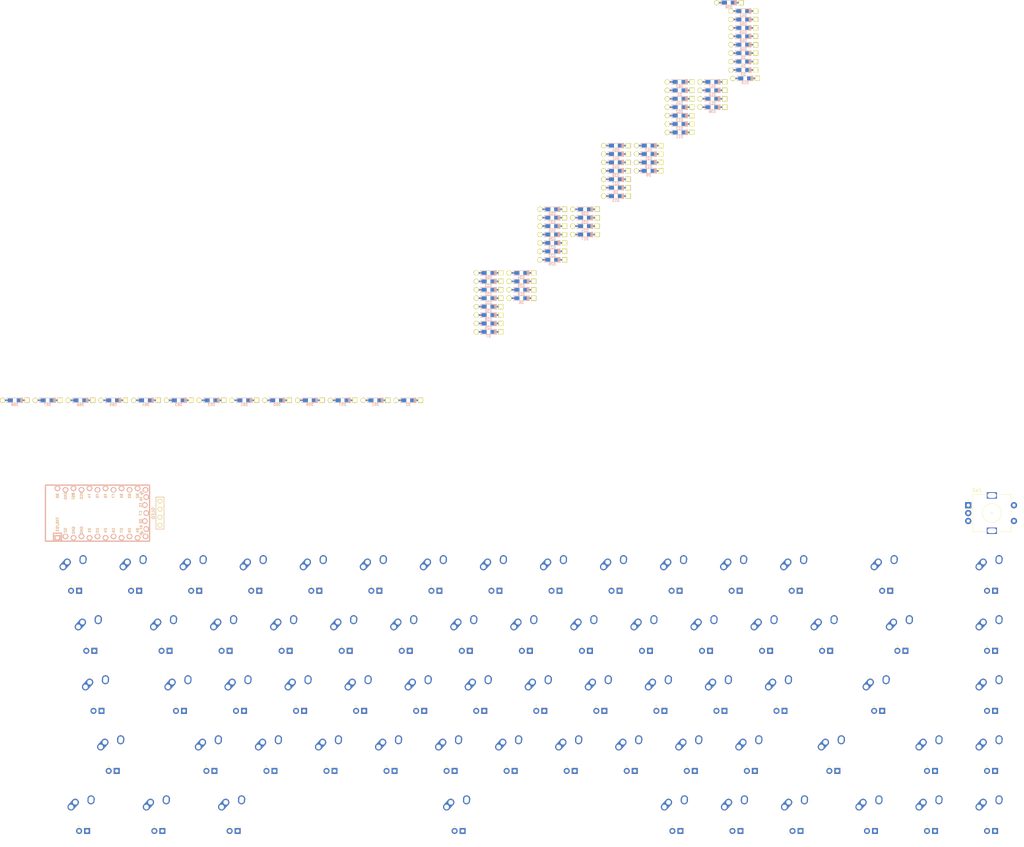
<source format=kicad_pcb>
(kicad_pcb (version 20171130) (host pcbnew "(5.1.9)-1")
  (layers (0 F.Cu signal) (31 B.Cu signal) (34 B.Paste user) (35 F.Paste user) (36 B.SilkS user) (37 F.SilkS user) (38 B.Mask user) (39 F.Mask user) (44 Edge.Cuts user))
  (net 0 "")
  (net 1 ROW0)
  (net 2 "Net-(D1-Pad2)")
  (net 3 ROW1)
  (net 4 "Net-(D2-Pad2)")
  (net 5 ROW2)
  (net 6 "Net-(D3-Pad2)")
  (net 7 ROW3)
  (net 8 "Net-(D4-Pad2)")
  (net 9 ROW4)
  (net 10 "Net-(D5-Pad2)")
  (net 11 "Net-(D6-Pad2)")
  (net 12 "Net-(D7-Pad2)")
  (net 13 "Net-(D8-Pad2)")
  (net 14 "Net-(D9-Pad2)")
  (net 15 "Net-(D10-Pad2)")
  (net 16 "Net-(D11-Pad2)")
  (net 17 "Net-(D12-Pad2)")
  (net 18 "Net-(D13-Pad2)")
  (net 19 "Net-(D14-Pad2)")
  (net 20 "Net-(D15-Pad2)")
  (net 21 "Net-(D16-Pad2)")
  (net 22 "Net-(D17-Pad2)")
  (net 23 "Net-(D18-Pad2)")
  (net 24 "Net-(D19-Pad2)")
  (net 25 "Net-(D20-Pad2)")
  (net 26 "Net-(D21-Pad2)")
  (net 27 "Net-(D22-Pad2)")
  (net 28 "Net-(D23-Pad2)")
  (net 29 "Net-(D24-Pad2)")
  (net 30 "Net-(D25-Pad2)")
  (net 31 "Net-(D26-Pad2)")
  (net 32 "Net-(D27-Pad2)")
  (net 33 "Net-(D28-Pad2)")
  (net 34 "Net-(D29-Pad2)")
  (net 35 "Net-(D30-Pad2)")
  (net 36 "Net-(D31-Pad2)")
  (net 37 "Net-(D32-Pad2)")
  (net 38 "Net-(D33-Pad2)")
  (net 39 "Net-(D34-Pad2)")
  (net 40 "Net-(D35-Pad2)")
  (net 41 "Net-(D36-Pad2)")
  (net 42 "Net-(D37-Pad2)")
  (net 43 "Net-(D38-Pad2)")
  (net 44 "Net-(D39-Pad2)")
  (net 45 "Net-(D40-Pad2)")
  (net 46 "Net-(D41-Pad2)")
  (net 47 "Net-(D42-Pad2)")
  (net 48 "Net-(D43-Pad2)")
  (net 49 "Net-(D44-Pad2)")
  (net 50 "Net-(D45-Pad2)")
  (net 51 "Net-(D46-Pad2)")
  (net 52 "Net-(D47-Pad2)")
  (net 53 "Net-(D48-Pad2)")
  (net 54 "Net-(D49-Pad2)")
  (net 55 "Net-(D50-Pad2)")
  (net 56 "Net-(D51-Pad2)")
  (net 57 "Net-(D52-Pad2)")
  (net 58 "Net-(D53-Pad2)")
  (net 59 "Net-(D54-Pad2)")
  (net 60 "Net-(D55-Pad2)")
  (net 61 "Net-(D56-Pad2)")
  (net 62 "Net-(D57-Pad2)")
  (net 63 "Net-(D58-Pad2)")
  (net 64 "Net-(D59-Pad2)")
  (net 65 "Net-(D60-Pad2)")
  (net 66 "Net-(D61-Pad2)")
  (net 67 "Net-(D62-Pad2)")
  (net 68 "Net-(D63-Pad2)")
  (net 69 "Net-(D64-Pad2)")
  (net 70 "Net-(D65-Pad2)")
  (net 71 "Net-(D66-Pad2)")
  (net 72 "Net-(D67-Pad2)")
  (net 73 "Net-(D68-Pad2)")
  (net 74 COL_0)
  (net 75 COL_1)
  (net 76 COL_2)
  (net 77 COL_3)
  (net 78 COL_4)
  (net 79 COL_5)
  (net 80 COL_6)
  (net 81 COL_7)
  (net 82 COL_8)
  (net 83 COL_9)
  (net 84 COL_10)
  (net 85 COL_11)
  (net 86 COL_12)
  (net 87 COL_13)
  (net 88 COL_14)
  (net 89 GND)
  (net 90 VCC)
  (net 91 SCL)
  (net 92 SDA)
  (net 93 ROT_B)
  (net 94 ROT_A)
  (net 95 RESET)
  (module "Keyboard Master List:MX-6.25U" (layer F.Cu) (at 145.796 100.33)
    (fp_text reference MX62)
    (fp_text value MX-NoLED-MX_Alps_Hybrid)
    (fp_text user - (at 1.27 3.5) (layer F.SilkS))
    (fp_text user + (at -1.27 3.5) (layer F.SilkS))
    (pad "" np_thru_hole circle (at 49.9999 8.255) (size 3.9878 3.9878) (drill 3.9878) (layers *.Cu *.Mask))
    (pad "" np_thru_hole circle (at -49.9999 8.255) (size 3.9878 3.9878) (drill 3.9878) (layers *.Cu *.Mask))
    (pad "" np_thru_hole circle (at 49.9999 -6.985) (size 3.048 3.048) (drill 3.048) (layers *.Cu *.Mask))
    (pad "" np_thru_hole circle (at -49.9999 -6.985) (size 3.048 3.048) (drill 3.048) (layers *.Cu *.Mask))
    (pad "" np_thru_hole circle (at 5.08 0 48.0996) (size 1.75 1.75) (drill 1.75) (layers *.Cu *.Mask))
    (pad "" np_thru_hole circle (at -5.08 0 48.0996) (size 1.75 1.75) (drill 1.75) (layers *.Cu *.Mask))
    (pad 4 thru_hole rect (at 1.27 5.08) (size 1.905 1.905) (drill 1.04) (layers *.Cu B.Mask))
    (pad 3 thru_hole circle (at -1.27 5.08) (size 1.905 1.905) (drill 1.04) (layers *.Cu B.Mask))
    (pad 1 thru_hole circle (at -2.5 -4) (size 2.25 2.25) (drill 1.47) (layers *.Cu B.Mask) (net 80 COL_6))
    (pad "" np_thru_hole circle (at 0 0) (size 3.9878 3.9878) (drill 3.9878) (layers *.Cu *.Mask))
    (pad 1 thru_hole oval (at -3.81 -2.54 48.0996) (size 4.211556 2.25) (drill 1.47 (offset 0.980778 0)) (layers *.Cu B.Mask) (net 80 COL_6))
    (pad 2 thru_hole circle (at 2.54 -5.08) (size 2.25 2.25) (drill 1.47) (layers *.Cu B.Mask) (net 67 "Net-(D62-Pad2)"))
    (pad 2 thru_hole oval (at 2.5 -4.5 86.0548) (size 2.831378 2.25) (drill 1.47 (offset 0.290689 0)) (layers *.Cu B.Mask) (net 67 "Net-(D62-Pad2)"))
  )
  (module "Keyboard Master List:MX-1.25U" (layer F.Cu) (at 74.422 100.33)
    (fp_text reference MX61)
    (fp_text value MX-NoLED-MX_Alps_Hybrid)
    (fp_text user - (at 1.27 3.5) (layer F.SilkS))
    (fp_text user + (at -1.27 3.5) (layer F.SilkS))
    (pad "" np_thru_hole circle (at 5.08 0 48.0996) (size 1.75 1.75) (drill 1.75) (layers *.Cu *.Mask))
    (pad "" np_thru_hole circle (at -5.08 0 48.0996) (size 1.75 1.75) (drill 1.75) (layers *.Cu *.Mask))
    (pad 4 thru_hole rect (at 1.27 5.08) (size 1.905 1.905) (drill 1.04) (layers *.Cu B.Mask))
    (pad 3 thru_hole circle (at -1.27 5.08) (size 1.905 1.905) (drill 1.04) (layers *.Cu B.Mask))
    (pad 1 thru_hole circle (at -2.5 -4) (size 2.25 2.25) (drill 1.47) (layers *.Cu B.Mask) (net 76 COL_2))
    (pad "" np_thru_hole circle (at 0 0) (size 3.9878 3.9878) (drill 3.9878) (layers *.Cu *.Mask))
    (pad 1 thru_hole oval (at -3.81 -2.54 48.0996) (size 4.211556 2.25) (drill 1.47 (offset 0.980778 0)) (layers *.Cu B.Mask) (net 76 COL_2))
    (pad 2 thru_hole circle (at 2.54 -5.08) (size 2.25 2.25) (drill 1.47) (layers *.Cu B.Mask) (net 66 "Net-(D61-Pad2)"))
    (pad 2 thru_hole oval (at 2.5 -4.5 86.0548) (size 2.831378 2.25) (drill 1.47 (offset 0.290689 0)) (layers *.Cu B.Mask) (net 66 "Net-(D61-Pad2)"))
  )
  (module "Keyboard Master List:MX-1.25U" (layer F.Cu) (at 50.546 100.33)
    (fp_text reference MX60)
    (fp_text value MX-NoLED-MX_Alps_Hybrid)
    (fp_text user - (at 1.27 3.5) (layer F.SilkS))
    (fp_text user + (at -1.27 3.5) (layer F.SilkS))
    (pad "" np_thru_hole circle (at 5.08 0 48.0996) (size 1.75 1.75) (drill 1.75) (layers *.Cu *.Mask))
    (pad "" np_thru_hole circle (at -5.08 0 48.0996) (size 1.75 1.75) (drill 1.75) (layers *.Cu *.Mask))
    (pad 4 thru_hole rect (at 1.27 5.08) (size 1.905 1.905) (drill 1.04) (layers *.Cu B.Mask))
    (pad 3 thru_hole circle (at -1.27 5.08) (size 1.905 1.905) (drill 1.04) (layers *.Cu B.Mask))
    (pad 1 thru_hole circle (at -2.5 -4) (size 2.25 2.25) (drill 1.47) (layers *.Cu B.Mask) (net 75 COL_1))
    (pad "" np_thru_hole circle (at 0 0) (size 3.9878 3.9878) (drill 3.9878) (layers *.Cu *.Mask))
    (pad 1 thru_hole oval (at -3.81 -2.54 48.0996) (size 4.211556 2.25) (drill 1.47 (offset 0.980778 0)) (layers *.Cu B.Mask) (net 75 COL_1))
    (pad 2 thru_hole circle (at 2.54 -5.08) (size 2.25 2.25) (drill 1.47) (layers *.Cu B.Mask) (net 65 "Net-(D60-Pad2)"))
    (pad 2 thru_hole oval (at 2.5 -4.5 86.0548) (size 2.831378 2.25) (drill 1.47 (offset 0.290689 0)) (layers *.Cu B.Mask) (net 65 "Net-(D60-Pad2)"))
  )
  (module "Keyboard Master List:MX-1.25U" (layer F.Cu) (at 26.67 100.33)
    (fp_text reference MX59)
    (fp_text value MX-NoLED-MX_Alps_Hybrid)
    (fp_text user - (at 1.27 3.5) (layer F.SilkS))
    (fp_text user + (at -1.27 3.5) (layer F.SilkS))
    (pad "" np_thru_hole circle (at 5.08 0 48.0996) (size 1.75 1.75) (drill 1.75) (layers *.Cu *.Mask))
    (pad "" np_thru_hole circle (at -5.08 0 48.0996) (size 1.75 1.75) (drill 1.75) (layers *.Cu *.Mask))
    (pad 4 thru_hole rect (at 1.27 5.08) (size 1.905 1.905) (drill 1.04) (layers *.Cu B.Mask))
    (pad 3 thru_hole circle (at -1.27 5.08) (size 1.905 1.905) (drill 1.04) (layers *.Cu B.Mask))
    (pad 1 thru_hole circle (at -2.5 -4) (size 2.25 2.25) (drill 1.47) (layers *.Cu B.Mask) (net 74 COL_0))
    (pad "" np_thru_hole circle (at 0 0) (size 3.9878 3.9878) (drill 3.9878) (layers *.Cu *.Mask))
    (pad 1 thru_hole oval (at -3.81 -2.54 48.0996) (size 4.211556 2.25) (drill 1.47 (offset 0.980778 0)) (layers *.Cu B.Mask) (net 74 COL_0))
    (pad 2 thru_hole circle (at 2.54 -5.08) (size 2.25 2.25) (drill 1.47) (layers *.Cu B.Mask) (net 64 "Net-(D59-Pad2)"))
    (pad 2 thru_hole oval (at 2.5 -4.5 86.0548) (size 2.831378 2.25) (drill 1.47 (offset 0.290689 0)) (layers *.Cu B.Mask) (net 64 "Net-(D59-Pad2)"))
  )
  (module "Keyboard Master List:MX-1.75U" (layer F.Cu) (at 264.668 81.28)
    (fp_text reference MX56)
    (fp_text value MX-NoLED-MX_Alps_Hybrid)
    (fp_text user - (at 1.27 3.5) (layer F.SilkS))
    (fp_text user + (at -1.27 3.5) (layer F.SilkS))
    (pad "" np_thru_hole circle (at 5.08 0 48.0996) (size 1.75 1.75) (drill 1.75) (layers *.Cu *.Mask))
    (pad "" np_thru_hole circle (at -5.08 0 48.0996) (size 1.75 1.75) (drill 1.75) (layers *.Cu *.Mask))
    (pad 4 thru_hole rect (at 1.27 5.08) (size 1.905 1.905) (drill 1.04) (layers *.Cu B.Mask))
    (pad 3 thru_hole circle (at -1.27 5.08) (size 1.905 1.905) (drill 1.04) (layers *.Cu B.Mask))
    (pad 1 thru_hole circle (at -2.5 -4) (size 2.25 2.25) (drill 1.47) (layers *.Cu B.Mask) (net 85 COL_11))
    (pad "" np_thru_hole circle (at 0 0) (size 3.9878 3.9878) (drill 3.9878) (layers *.Cu *.Mask))
    (pad 1 thru_hole oval (at -3.81 -2.54 48.0996) (size 4.211556 2.25) (drill 1.47 (offset 0.980778 0)) (layers *.Cu B.Mask) (net 85 COL_11))
    (pad 2 thru_hole circle (at 2.54 -5.08) (size 2.25 2.25) (drill 1.47) (layers *.Cu B.Mask) (net 61 "Net-(D56-Pad2)"))
    (pad 2 thru_hole oval (at 2.5 -4.5 86.0548) (size 2.831378 2.25) (drill 1.47 (offset 0.290689 0)) (layers *.Cu B.Mask) (net 61 "Net-(D56-Pad2)"))
  )
  (module "Keyboard Master List:MX-2.25U" (layer F.Cu) (at 36.068 81.28)
    (fp_text reference MX45)
    (fp_text value MX-NoLED-MX_Alps_Hybrid)
    (fp_text user - (at 1.27 3.5) (layer F.SilkS))
    (fp_text user + (at -1.27 3.5) (layer F.SilkS))
    (pad "" np_thru_hole circle (at 11.938 8.255) (size 3.9878 3.9878) (drill 3.9878) (layers *.Cu *.Mask))
    (pad "" np_thru_hole circle (at -11.938 8.255) (size 3.9878 3.9878) (drill 3.9878) (layers *.Cu *.Mask))
    (pad "" np_thru_hole circle (at 11.938 -6.985) (size 3.048 3.048) (drill 3.048) (layers *.Cu *.Mask))
    (pad "" np_thru_hole circle (at -11.938 -6.985) (size 3.048 3.048) (drill 3.048) (layers *.Cu *.Mask))
    (pad "" np_thru_hole circle (at 5.08 0 48.0996) (size 1.75 1.75) (drill 1.75) (layers *.Cu *.Mask))
    (pad "" np_thru_hole circle (at -5.08 0 48.0996) (size 1.75 1.75) (drill 1.75) (layers *.Cu *.Mask))
    (pad 4 thru_hole rect (at 1.27 5.08) (size 1.905 1.905) (drill 1.04) (layers *.Cu B.Mask))
    (pad 3 thru_hole circle (at -1.27 5.08) (size 1.905 1.905) (drill 1.04) (layers *.Cu B.Mask))
    (pad 1 thru_hole circle (at -2.5 -4) (size 2.25 2.25) (drill 1.47) (layers *.Cu B.Mask) (net 74 COL_0))
    (pad "" np_thru_hole circle (at 0 0) (size 3.9878 3.9878) (drill 3.9878) (layers *.Cu *.Mask))
    (pad 1 thru_hole oval (at -3.81 -2.54 48.0996) (size 4.211556 2.25) (drill 1.47 (offset 0.980778 0)) (layers *.Cu B.Mask) (net 74 COL_0))
    (pad 2 thru_hole circle (at 2.54 -5.08) (size 2.25 2.25) (drill 1.47) (layers *.Cu B.Mask) (net 50 "Net-(D45-Pad2)"))
    (pad 2 thru_hole oval (at 2.5 -4.5 86.0548) (size 2.831378 2.25) (drill 1.47 (offset 0.290689 0)) (layers *.Cu B.Mask) (net 50 "Net-(D45-Pad2)"))
  )
  (module "Keyboard Master List:MX-2.25U" (layer F.Cu) (at 278.892 62.23)
    (fp_text reference MX43)
    (fp_text value MX-NoLED-MX_Alps_Hybrid)
    (fp_text user - (at 1.27 3.5) (layer F.SilkS))
    (fp_text user + (at -1.27 3.5) (layer F.SilkS))
    (pad "" np_thru_hole circle (at 11.938 8.255) (size 3.9878 3.9878) (drill 3.9878) (layers *.Cu *.Mask))
    (pad "" np_thru_hole circle (at -11.938 8.255) (size 3.9878 3.9878) (drill 3.9878) (layers *.Cu *.Mask))
    (pad "" np_thru_hole circle (at 11.938 -6.985) (size 3.048 3.048) (drill 3.048) (layers *.Cu *.Mask))
    (pad "" np_thru_hole circle (at -11.938 -6.985) (size 3.048 3.048) (drill 3.048) (layers *.Cu *.Mask))
    (pad "" np_thru_hole circle (at 5.08 0 48.0996) (size 1.75 1.75) (drill 1.75) (layers *.Cu *.Mask))
    (pad "" np_thru_hole circle (at -5.08 0 48.0996) (size 1.75 1.75) (drill 1.75) (layers *.Cu *.Mask))
    (pad 4 thru_hole rect (at 1.27 5.08) (size 1.905 1.905) (drill 1.04) (layers *.Cu B.Mask))
    (pad 3 thru_hole circle (at -1.27 5.08) (size 1.905 1.905) (drill 1.04) (layers *.Cu B.Mask))
    (pad 1 thru_hole circle (at -2.5 -4) (size 2.25 2.25) (drill 1.47) (layers *.Cu B.Mask) (net 86 COL_12))
    (pad "" np_thru_hole circle (at 0 0) (size 3.9878 3.9878) (drill 3.9878) (layers *.Cu *.Mask))
    (pad 1 thru_hole oval (at -3.81 -2.54 48.0996) (size 4.211556 2.25) (drill 1.47 (offset 0.980778 0)) (layers *.Cu B.Mask) (net 86 COL_12))
    (pad 2 thru_hole circle (at 2.54 -5.08) (size 2.25 2.25) (drill 1.47) (layers *.Cu B.Mask) (net 48 "Net-(D43-Pad2)"))
    (pad 2 thru_hole oval (at 2.5 -4.5 86.0548) (size 2.831378 2.25) (drill 1.47 (offset 0.290689 0)) (layers *.Cu B.Mask) (net 48 "Net-(D43-Pad2)"))
  )
  (module "Keyboard Master List:MX-1.75U" (layer F.Cu) (at 31.242 62.23)
    (fp_text reference MX31)
    (fp_text value MX-NoLED-MX_Alps_Hybrid)
    (fp_text user - (at 1.27 3.5) (layer F.SilkS))
    (fp_text user + (at -1.27 3.5) (layer F.SilkS))
    (pad "" np_thru_hole circle (at 5.08 0 48.0996) (size 1.75 1.75) (drill 1.75) (layers *.Cu *.Mask))
    (pad "" np_thru_hole circle (at -5.08 0 48.0996) (size 1.75 1.75) (drill 1.75) (layers *.Cu *.Mask))
    (pad 4 thru_hole rect (at 1.27 5.08) (size 1.905 1.905) (drill 1.04) (layers *.Cu B.Mask))
    (pad 3 thru_hole circle (at -1.27 5.08) (size 1.905 1.905) (drill 1.04) (layers *.Cu B.Mask))
    (pad 1 thru_hole circle (at -2.5 -4) (size 2.25 2.25) (drill 1.47) (layers *.Cu B.Mask) (net 74 COL_0))
    (pad "" np_thru_hole circle (at 0 0) (size 3.9878 3.9878) (drill 3.9878) (layers *.Cu *.Mask))
    (pad 1 thru_hole oval (at -3.81 -2.54 48.0996) (size 4.211556 2.25) (drill 1.47 (offset 0.980778 0)) (layers *.Cu B.Mask) (net 74 COL_0))
    (pad 2 thru_hole circle (at 2.54 -5.08) (size 2.25 2.25) (drill 1.47) (layers *.Cu B.Mask) (net 36 "Net-(D31-Pad2)"))
    (pad 2 thru_hole oval (at 2.5 -4.5 86.0548) (size 2.831378 2.25) (drill 1.47 (offset 0.290689 0)) (layers *.Cu B.Mask) (net 36 "Net-(D31-Pad2)"))
  )
  (module "Keyboard Master List:MX-1.5U" (layer F.Cu) (at 286.258 43.18)
    (fp_text reference MX29)
    (fp_text value MX-NoLED-MX_Alps_Hybrid)
    (fp_text user - (at 1.27 3.5) (layer F.SilkS))
    (fp_text user + (at -1.27 3.5) (layer F.SilkS))
    (pad "" np_thru_hole circle (at 5.08 0 48.0996) (size 1.75 1.75) (drill 1.75) (layers *.Cu *.Mask))
    (pad "" np_thru_hole circle (at -5.08 0 48.0996) (size 1.75 1.75) (drill 1.75) (layers *.Cu *.Mask))
    (pad 4 thru_hole rect (at 1.27 5.08) (size 1.905 1.905) (drill 1.04) (layers *.Cu B.Mask))
    (pad 3 thru_hole circle (at -1.27 5.08) (size 1.905 1.905) (drill 1.04) (layers *.Cu B.Mask))
    (pad 1 thru_hole circle (at -2.5 -4) (size 2.25 2.25) (drill 1.47) (layers *.Cu B.Mask) (net 87 COL_13))
    (pad "" np_thru_hole circle (at 0 0) (size 3.9878 3.9878) (drill 3.9878) (layers *.Cu *.Mask))
    (pad 1 thru_hole oval (at -3.81 -2.54 48.0996) (size 4.211556 2.25) (drill 1.47 (offset 0.980778 0)) (layers *.Cu B.Mask) (net 87 COL_13))
    (pad 2 thru_hole circle (at 2.54 -5.08) (size 2.25 2.25) (drill 1.47) (layers *.Cu B.Mask) (net 34 "Net-(D29-Pad2)"))
    (pad 2 thru_hole oval (at 2.5 -4.5 86.0548) (size 2.831378 2.25) (drill 1.47 (offset 0.290689 0)) (layers *.Cu B.Mask) (net 34 "Net-(D29-Pad2)"))
  )
  (module "Keyboard Master List:MX-2U" (layer F.Cu) (at 281.432 24.13)
    (fp_text reference MX14)
    (fp_text value MX-NoLED-MX_Alps_Hybrid)
    (fp_text user - (at 1.27 3.5) (layer F.SilkS))
    (fp_text user + (at -1.27 3.5) (layer F.SilkS))
    (pad "" np_thru_hole circle (at 11.938 8.255) (size 3.9878 3.9878) (drill 3.9878) (layers *.Cu *.Mask))
    (pad "" np_thru_hole circle (at -11.938 8.255) (size 3.9878 3.9878) (drill 3.9878) (layers *.Cu *.Mask))
    (pad "" np_thru_hole circle (at 11.938 -6.985) (size 3.048 3.048) (drill 3.048) (layers *.Cu *.Mask))
    (pad "" np_thru_hole circle (at -11.938 -6.985) (size 3.048 3.048) (drill 3.048) (layers *.Cu *.Mask))
    (pad "" np_thru_hole circle (at 5.08 0 48.0996) (size 1.75 1.75) (drill 1.75) (layers *.Cu *.Mask))
    (pad "" np_thru_hole circle (at -5.08 0 48.0996) (size 1.75 1.75) (drill 1.75) (layers *.Cu *.Mask))
    (pad 4 thru_hole rect (at 1.27 5.08) (size 1.905 1.905) (drill 1.04) (layers *.Cu B.Mask))
    (pad 3 thru_hole circle (at -1.27 5.08) (size 1.905 1.905) (drill 1.04) (layers *.Cu B.Mask))
    (pad 1 thru_hole circle (at -2.5 -4) (size 2.25 2.25) (drill 1.47) (layers *.Cu B.Mask) (net 87 COL_13))
    (pad "" np_thru_hole circle (at 0 0) (size 3.9878 3.9878) (drill 3.9878) (layers *.Cu *.Mask))
    (pad 1 thru_hole oval (at -3.81 -2.54 48.0996) (size 4.211556 2.25) (drill 1.47 (offset 0.980778 0)) (layers *.Cu B.Mask) (net 87 COL_13))
    (pad 2 thru_hole circle (at 2.54 -5.08) (size 2.25 2.25) (drill 1.47) (layers *.Cu B.Mask) (net 19 "Net-(D14-Pad2)"))
    (pad 2 thru_hole oval (at 2.5 -4.5 86.0548) (size 2.831378 2.25) (drill 1.47 (offset 0.290689 0)) (layers *.Cu B.Mask) (net 19 "Net-(D14-Pad2)"))
  )
  (module "Keyboard Master List:MX-1U" (layer F.Cu) (at 314.706 100.33)
    (fp_text reference MX68)
    (fp_text value MX-NoLED-MX_Alps_Hybrid)
    (fp_text user + (at -1.27 3.5) (layer F.SilkS))
    (fp_text user - (at 1.27 3.5) (layer F.SilkS))
    (pad "" np_thru_hole circle (at 5.08 0 48.0996) (size 1.75 1.75) (drill 1.75) (layers *.Cu *.Mask))
    (pad "" np_thru_hole circle (at -5.08 0 48.0996) (size 1.75 1.75) (drill 1.75) (layers *.Cu *.Mask))
    (pad 4 thru_hole rect (at 1.27 5.08) (size 1.905 1.905) (drill 1.04) (layers *.Cu B.Mask))
    (pad 3 thru_hole circle (at -1.27 5.08) (size 1.905 1.905) (drill 1.04) (layers *.Cu B.Mask))
    (pad 1 thru_hole circle (at -2.5 -4) (size 2.25 2.25) (drill 1.47) (layers *.Cu B.Mask) (net 88 COL_14))
    (pad "" np_thru_hole circle (at 0 0) (size 3.9878 3.9878) (drill 3.9878) (layers *.Cu *.Mask))
    (pad 1 thru_hole oval (at -3.81 -2.54 48.0996) (size 4.211556 2.25) (drill 1.47 (offset 0.980778 0)) (layers *.Cu B.Mask) (net 88 COL_14))
    (pad 2 thru_hole circle (at 2.54 -5.08) (size 2.25 2.25) (drill 1.47) (layers *.Cu B.Mask) (net 73 "Net-(D68-Pad2)"))
    (pad 2 thru_hole oval (at 2.5 -4.5 86.0548) (size 2.831378 2.25) (drill 1.47 (offset 0.290689 0)) (layers *.Cu B.Mask) (net 73 "Net-(D68-Pad2)"))
  )
  (module "Keyboard Master List:MX-1U" (layer F.Cu) (at 295.656 100.33)
    (fp_text reference MX67)
    (fp_text value MX-NoLED-MX_Alps_Hybrid)
    (fp_text user + (at -1.27 3.5) (layer F.SilkS))
    (fp_text user - (at 1.27 3.5) (layer F.SilkS))
    (pad "" np_thru_hole circle (at 5.08 0 48.0996) (size 1.75 1.75) (drill 1.75) (layers *.Cu *.Mask))
    (pad "" np_thru_hole circle (at -5.08 0 48.0996) (size 1.75 1.75) (drill 1.75) (layers *.Cu *.Mask))
    (pad 4 thru_hole rect (at 1.27 5.08) (size 1.905 1.905) (drill 1.04) (layers *.Cu B.Mask))
    (pad 3 thru_hole circle (at -1.27 5.08) (size 1.905 1.905) (drill 1.04) (layers *.Cu B.Mask))
    (pad 1 thru_hole circle (at -2.5 -4) (size 2.25 2.25) (drill 1.47) (layers *.Cu B.Mask) (net 87 COL_13))
    (pad "" np_thru_hole circle (at 0 0) (size 3.9878 3.9878) (drill 3.9878) (layers *.Cu *.Mask))
    (pad 1 thru_hole oval (at -3.81 -2.54 48.0996) (size 4.211556 2.25) (drill 1.47 (offset 0.980778 0)) (layers *.Cu B.Mask) (net 87 COL_13))
    (pad 2 thru_hole circle (at 2.54 -5.08) (size 2.25 2.25) (drill 1.47) (layers *.Cu B.Mask) (net 72 "Net-(D67-Pad2)"))
    (pad 2 thru_hole oval (at 2.5 -4.5 86.0548) (size 2.831378 2.25) (drill 1.47 (offset 0.290689 0)) (layers *.Cu B.Mask) (net 72 "Net-(D67-Pad2)"))
  )
  (module "Keyboard Master List:MX-1U" (layer F.Cu) (at 276.606 100.33)
    (fp_text reference MX66)
    (fp_text value MX-NoLED-MX_Alps_Hybrid)
    (fp_text user + (at -1.27 3.5) (layer F.SilkS))
    (fp_text user - (at 1.27 3.5) (layer F.SilkS))
    (pad "" np_thru_hole circle (at 5.08 0 48.0996) (size 1.75 1.75) (drill 1.75) (layers *.Cu *.Mask))
    (pad "" np_thru_hole circle (at -5.08 0 48.0996) (size 1.75 1.75) (drill 1.75) (layers *.Cu *.Mask))
    (pad 4 thru_hole rect (at 1.27 5.08) (size 1.905 1.905) (drill 1.04) (layers *.Cu B.Mask))
    (pad 3 thru_hole circle (at -1.27 5.08) (size 1.905 1.905) (drill 1.04) (layers *.Cu B.Mask))
    (pad 1 thru_hole circle (at -2.5 -4) (size 2.25 2.25) (drill 1.47) (layers *.Cu B.Mask) (net 86 COL_12))
    (pad "" np_thru_hole circle (at 0 0) (size 3.9878 3.9878) (drill 3.9878) (layers *.Cu *.Mask))
    (pad 1 thru_hole oval (at -3.81 -2.54 48.0996) (size 4.211556 2.25) (drill 1.47 (offset 0.980778 0)) (layers *.Cu B.Mask) (net 86 COL_12))
    (pad 2 thru_hole circle (at 2.54 -5.08) (size 2.25 2.25) (drill 1.47) (layers *.Cu B.Mask) (net 71 "Net-(D66-Pad2)"))
    (pad 2 thru_hole oval (at 2.5 -4.5 86.0548) (size 2.831378 2.25) (drill 1.47 (offset 0.290689 0)) (layers *.Cu B.Mask) (net 71 "Net-(D66-Pad2)"))
  )
  (module "Keyboard Master List:MX-1U" (layer F.Cu) (at 252.984 100.33)
    (fp_text reference MX65)
    (fp_text value MX-NoLED-MX_Alps_Hybrid)
    (fp_text user + (at -1.27 3.5) (layer F.SilkS))
    (fp_text user - (at 1.27 3.5) (layer F.SilkS))
    (pad "" np_thru_hole circle (at 5.08 0 48.0996) (size 1.75 1.75) (drill 1.75) (layers *.Cu *.Mask))
    (pad "" np_thru_hole circle (at -5.08 0 48.0996) (size 1.75 1.75) (drill 1.75) (layers *.Cu *.Mask))
    (pad 4 thru_hole rect (at 1.27 5.08) (size 1.905 1.905) (drill 1.04) (layers *.Cu B.Mask))
    (pad 3 thru_hole circle (at -1.27 5.08) (size 1.905 1.905) (drill 1.04) (layers *.Cu B.Mask))
    (pad 1 thru_hole circle (at -2.5 -4) (size 2.25 2.25) (drill 1.47) (layers *.Cu B.Mask) (net 85 COL_11))
    (pad "" np_thru_hole circle (at 0 0) (size 3.9878 3.9878) (drill 3.9878) (layers *.Cu *.Mask))
    (pad 1 thru_hole oval (at -3.81 -2.54 48.0996) (size 4.211556 2.25) (drill 1.47 (offset 0.980778 0)) (layers *.Cu B.Mask) (net 85 COL_11))
    (pad 2 thru_hole circle (at 2.54 -5.08) (size 2.25 2.25) (drill 1.47) (layers *.Cu B.Mask) (net 70 "Net-(D65-Pad2)"))
    (pad 2 thru_hole oval (at 2.5 -4.5 86.0548) (size 2.831378 2.25) (drill 1.47 (offset 0.290689 0)) (layers *.Cu B.Mask) (net 70 "Net-(D65-Pad2)"))
  )
  (module "Keyboard Master List:MX-1U" (layer F.Cu) (at 233.934 100.33)
    (fp_text reference MX64)
    (fp_text value MX-NoLED-MX_Alps_Hybrid)
    (fp_text user + (at -1.27 3.5) (layer F.SilkS))
    (fp_text user - (at 1.27 3.5) (layer F.SilkS))
    (pad "" np_thru_hole circle (at 5.08 0 48.0996) (size 1.75 1.75) (drill 1.75) (layers *.Cu *.Mask))
    (pad "" np_thru_hole circle (at -5.08 0 48.0996) (size 1.75 1.75) (drill 1.75) (layers *.Cu *.Mask))
    (pad 4 thru_hole rect (at 1.27 5.08) (size 1.905 1.905) (drill 1.04) (layers *.Cu B.Mask))
    (pad 3 thru_hole circle (at -1.27 5.08) (size 1.905 1.905) (drill 1.04) (layers *.Cu B.Mask))
    (pad 1 thru_hole circle (at -2.5 -4) (size 2.25 2.25) (drill 1.47) (layers *.Cu B.Mask) (net 84 COL_10))
    (pad "" np_thru_hole circle (at 0 0) (size 3.9878 3.9878) (drill 3.9878) (layers *.Cu *.Mask))
    (pad 1 thru_hole oval (at -3.81 -2.54 48.0996) (size 4.211556 2.25) (drill 1.47 (offset 0.980778 0)) (layers *.Cu B.Mask) (net 84 COL_10))
    (pad 2 thru_hole circle (at 2.54 -5.08) (size 2.25 2.25) (drill 1.47) (layers *.Cu B.Mask) (net 69 "Net-(D64-Pad2)"))
    (pad 2 thru_hole oval (at 2.5 -4.5 86.0548) (size 2.831378 2.25) (drill 1.47 (offset 0.290689 0)) (layers *.Cu B.Mask) (net 69 "Net-(D64-Pad2)"))
  )
  (module "Keyboard Master List:MX-1U" (layer F.Cu) (at 214.884 100.33)
    (fp_text reference MX63)
    (fp_text value MX-NoLED-MX_Alps_Hybrid)
    (fp_text user + (at -1.27 3.5) (layer F.SilkS))
    (fp_text user - (at 1.27 3.5) (layer F.SilkS))
    (pad "" np_thru_hole circle (at 5.08 0 48.0996) (size 1.75 1.75) (drill 1.75) (layers *.Cu *.Mask))
    (pad "" np_thru_hole circle (at -5.08 0 48.0996) (size 1.75 1.75) (drill 1.75) (layers *.Cu *.Mask))
    (pad 4 thru_hole rect (at 1.27 5.08) (size 1.905 1.905) (drill 1.04) (layers *.Cu B.Mask))
    (pad 3 thru_hole circle (at -1.27 5.08) (size 1.905 1.905) (drill 1.04) (layers *.Cu B.Mask))
    (pad 1 thru_hole circle (at -2.5 -4) (size 2.25 2.25) (drill 1.47) (layers *.Cu B.Mask) (net 83 COL_9))
    (pad "" np_thru_hole circle (at 0 0) (size 3.9878 3.9878) (drill 3.9878) (layers *.Cu *.Mask))
    (pad 1 thru_hole oval (at -3.81 -2.54 48.0996) (size 4.211556 2.25) (drill 1.47 (offset 0.980778 0)) (layers *.Cu B.Mask) (net 83 COL_9))
    (pad 2 thru_hole circle (at 2.54 -5.08) (size 2.25 2.25) (drill 1.47) (layers *.Cu B.Mask) (net 68 "Net-(D63-Pad2)"))
    (pad 2 thru_hole oval (at 2.5 -4.5 86.0548) (size 2.831378 2.25) (drill 1.47 (offset 0.290689 0)) (layers *.Cu B.Mask) (net 68 "Net-(D63-Pad2)"))
  )
  (module "Keyboard Master List:MX-1U" (layer F.Cu) (at 314.706 81.28)
    (fp_text reference MX58)
    (fp_text value MX-NoLED-MX_Alps_Hybrid)
    (fp_text user + (at -1.27 3.5) (layer F.SilkS))
    (fp_text user - (at 1.27 3.5) (layer F.SilkS))
    (pad "" np_thru_hole circle (at 5.08 0 48.0996) (size 1.75 1.75) (drill 1.75) (layers *.Cu *.Mask))
    (pad "" np_thru_hole circle (at -5.08 0 48.0996) (size 1.75 1.75) (drill 1.75) (layers *.Cu *.Mask))
    (pad 4 thru_hole rect (at 1.27 5.08) (size 1.905 1.905) (drill 1.04) (layers *.Cu B.Mask))
    (pad 3 thru_hole circle (at -1.27 5.08) (size 1.905 1.905) (drill 1.04) (layers *.Cu B.Mask))
    (pad 1 thru_hole circle (at -2.5 -4) (size 2.25 2.25) (drill 1.47) (layers *.Cu B.Mask) (net 87 COL_13))
    (pad "" np_thru_hole circle (at 0 0) (size 3.9878 3.9878) (drill 3.9878) (layers *.Cu *.Mask))
    (pad 1 thru_hole oval (at -3.81 -2.54 48.0996) (size 4.211556 2.25) (drill 1.47 (offset 0.980778 0)) (layers *.Cu B.Mask) (net 87 COL_13))
    (pad 2 thru_hole circle (at 2.54 -5.08) (size 2.25 2.25) (drill 1.47) (layers *.Cu B.Mask) (net 63 "Net-(D58-Pad2)"))
    (pad 2 thru_hole oval (at 2.5 -4.5 86.0548) (size 2.831378 2.25) (drill 1.47 (offset 0.290689 0)) (layers *.Cu B.Mask) (net 63 "Net-(D58-Pad2)"))
  )
  (module "Keyboard Master List:MX-1U" (layer F.Cu) (at 295.656 81.28)
    (fp_text reference MX57)
    (fp_text value MX-NoLED-MX_Alps_Hybrid)
    (fp_text user + (at -1.27 3.5) (layer F.SilkS))
    (fp_text user - (at 1.27 3.5) (layer F.SilkS))
    (pad "" np_thru_hole circle (at 5.08 0 48.0996) (size 1.75 1.75) (drill 1.75) (layers *.Cu *.Mask))
    (pad "" np_thru_hole circle (at -5.08 0 48.0996) (size 1.75 1.75) (drill 1.75) (layers *.Cu *.Mask))
    (pad 4 thru_hole rect (at 1.27 5.08) (size 1.905 1.905) (drill 1.04) (layers *.Cu B.Mask))
    (pad 3 thru_hole circle (at -1.27 5.08) (size 1.905 1.905) (drill 1.04) (layers *.Cu B.Mask))
    (pad 1 thru_hole circle (at -2.5 -4) (size 2.25 2.25) (drill 1.47) (layers *.Cu B.Mask) (net 86 COL_12))
    (pad "" np_thru_hole circle (at 0 0) (size 3.9878 3.9878) (drill 3.9878) (layers *.Cu *.Mask))
    (pad 1 thru_hole oval (at -3.81 -2.54 48.0996) (size 4.211556 2.25) (drill 1.47 (offset 0.980778 0)) (layers *.Cu B.Mask) (net 86 COL_12))
    (pad 2 thru_hole circle (at 2.54 -5.08) (size 2.25 2.25) (drill 1.47) (layers *.Cu B.Mask) (net 62 "Net-(D57-Pad2)"))
    (pad 2 thru_hole oval (at 2.5 -4.5 86.0548) (size 2.831378 2.25) (drill 1.47 (offset 0.290689 0)) (layers *.Cu B.Mask) (net 62 "Net-(D57-Pad2)"))
  )
  (module "Keyboard Master List:MX-1U" (layer F.Cu) (at 238.506 81.28)
    (fp_text reference MX55)
    (fp_text value MX-NoLED-MX_Alps_Hybrid)
    (fp_text user + (at -1.27 3.5) (layer F.SilkS))
    (fp_text user - (at 1.27 3.5) (layer F.SilkS))
    (pad "" np_thru_hole circle (at 5.08 0 48.0996) (size 1.75 1.75) (drill 1.75) (layers *.Cu *.Mask))
    (pad "" np_thru_hole circle (at -5.08 0 48.0996) (size 1.75 1.75) (drill 1.75) (layers *.Cu *.Mask))
    (pad 4 thru_hole rect (at 1.27 5.08) (size 1.905 1.905) (drill 1.04) (layers *.Cu B.Mask))
    (pad 3 thru_hole circle (at -1.27 5.08) (size 1.905 1.905) (drill 1.04) (layers *.Cu B.Mask))
    (pad 1 thru_hole circle (at -2.5 -4) (size 2.25 2.25) (drill 1.47) (layers *.Cu B.Mask) (net 84 COL_10))
    (pad "" np_thru_hole circle (at 0 0) (size 3.9878 3.9878) (drill 3.9878) (layers *.Cu *.Mask))
    (pad 1 thru_hole oval (at -3.81 -2.54 48.0996) (size 4.211556 2.25) (drill 1.47 (offset 0.980778 0)) (layers *.Cu B.Mask) (net 84 COL_10))
    (pad 2 thru_hole circle (at 2.54 -5.08) (size 2.25 2.25) (drill 1.47) (layers *.Cu B.Mask) (net 60 "Net-(D55-Pad2)"))
    (pad 2 thru_hole oval (at 2.5 -4.5 86.0548) (size 2.831378 2.25) (drill 1.47 (offset 0.290689 0)) (layers *.Cu B.Mask) (net 60 "Net-(D55-Pad2)"))
  )
  (module "Keyboard Master List:MX-1U" (layer F.Cu) (at 219.456 81.28)
    (fp_text reference MX54)
    (fp_text value MX-NoLED-MX_Alps_Hybrid)
    (fp_text user + (at -1.27 3.5) (layer F.SilkS))
    (fp_text user - (at 1.27 3.5) (layer F.SilkS))
    (pad "" np_thru_hole circle (at 5.08 0 48.0996) (size 1.75 1.75) (drill 1.75) (layers *.Cu *.Mask))
    (pad "" np_thru_hole circle (at -5.08 0 48.0996) (size 1.75 1.75) (drill 1.75) (layers *.Cu *.Mask))
    (pad 4 thru_hole rect (at 1.27 5.08) (size 1.905 1.905) (drill 1.04) (layers *.Cu B.Mask))
    (pad 3 thru_hole circle (at -1.27 5.08) (size 1.905 1.905) (drill 1.04) (layers *.Cu B.Mask))
    (pad 1 thru_hole circle (at -2.5 -4) (size 2.25 2.25) (drill 1.47) (layers *.Cu B.Mask) (net 83 COL_9))
    (pad "" np_thru_hole circle (at 0 0) (size 3.9878 3.9878) (drill 3.9878) (layers *.Cu *.Mask))
    (pad 1 thru_hole oval (at -3.81 -2.54 48.0996) (size 4.211556 2.25) (drill 1.47 (offset 0.980778 0)) (layers *.Cu B.Mask) (net 83 COL_9))
    (pad 2 thru_hole circle (at 2.54 -5.08) (size 2.25 2.25) (drill 1.47) (layers *.Cu B.Mask) (net 59 "Net-(D54-Pad2)"))
    (pad 2 thru_hole oval (at 2.5 -4.5 86.0548) (size 2.831378 2.25) (drill 1.47 (offset 0.290689 0)) (layers *.Cu B.Mask) (net 59 "Net-(D54-Pad2)"))
  )
  (module "Keyboard Master List:MX-1U" (layer F.Cu) (at 200.406 81.28)
    (fp_text reference MX53)
    (fp_text value MX-NoLED-MX_Alps_Hybrid)
    (fp_text user + (at -1.27 3.5) (layer F.SilkS))
    (fp_text user - (at 1.27 3.5) (layer F.SilkS))
    (pad "" np_thru_hole circle (at 5.08 0 48.0996) (size 1.75 1.75) (drill 1.75) (layers *.Cu *.Mask))
    (pad "" np_thru_hole circle (at -5.08 0 48.0996) (size 1.75 1.75) (drill 1.75) (layers *.Cu *.Mask))
    (pad 4 thru_hole rect (at 1.27 5.08) (size 1.905 1.905) (drill 1.04) (layers *.Cu B.Mask))
    (pad 3 thru_hole circle (at -1.27 5.08) (size 1.905 1.905) (drill 1.04) (layers *.Cu B.Mask))
    (pad 1 thru_hole circle (at -2.5 -4) (size 2.25 2.25) (drill 1.47) (layers *.Cu B.Mask) (net 82 COL_8))
    (pad "" np_thru_hole circle (at 0 0) (size 3.9878 3.9878) (drill 3.9878) (layers *.Cu *.Mask))
    (pad 1 thru_hole oval (at -3.81 -2.54 48.0996) (size 4.211556 2.25) (drill 1.47 (offset 0.980778 0)) (layers *.Cu B.Mask) (net 82 COL_8))
    (pad 2 thru_hole circle (at 2.54 -5.08) (size 2.25 2.25) (drill 1.47) (layers *.Cu B.Mask) (net 58 "Net-(D53-Pad2)"))
    (pad 2 thru_hole oval (at 2.5 -4.5 86.0548) (size 2.831378 2.25) (drill 1.47 (offset 0.290689 0)) (layers *.Cu B.Mask) (net 58 "Net-(D53-Pad2)"))
  )
  (module "Keyboard Master List:MX-1U" (layer F.Cu) (at 181.356 81.28)
    (fp_text reference MX52)
    (fp_text value MX-NoLED-MX_Alps_Hybrid)
    (fp_text user + (at -1.27 3.5) (layer F.SilkS))
    (fp_text user - (at 1.27 3.5) (layer F.SilkS))
    (pad "" np_thru_hole circle (at 5.08 0 48.0996) (size 1.75 1.75) (drill 1.75) (layers *.Cu *.Mask))
    (pad "" np_thru_hole circle (at -5.08 0 48.0996) (size 1.75 1.75) (drill 1.75) (layers *.Cu *.Mask))
    (pad 4 thru_hole rect (at 1.27 5.08) (size 1.905 1.905) (drill 1.04) (layers *.Cu B.Mask))
    (pad 3 thru_hole circle (at -1.27 5.08) (size 1.905 1.905) (drill 1.04) (layers *.Cu B.Mask))
    (pad 1 thru_hole circle (at -2.5 -4) (size 2.25 2.25) (drill 1.47) (layers *.Cu B.Mask) (net 81 COL_7))
    (pad "" np_thru_hole circle (at 0 0) (size 3.9878 3.9878) (drill 3.9878) (layers *.Cu *.Mask))
    (pad 1 thru_hole oval (at -3.81 -2.54 48.0996) (size 4.211556 2.25) (drill 1.47 (offset 0.980778 0)) (layers *.Cu B.Mask) (net 81 COL_7))
    (pad 2 thru_hole circle (at 2.54 -5.08) (size 2.25 2.25) (drill 1.47) (layers *.Cu B.Mask) (net 57 "Net-(D52-Pad2)"))
    (pad 2 thru_hole oval (at 2.5 -4.5 86.0548) (size 2.831378 2.25) (drill 1.47 (offset 0.290689 0)) (layers *.Cu B.Mask) (net 57 "Net-(D52-Pad2)"))
  )
  (module "Keyboard Master List:MX-1U" (layer F.Cu) (at 162.306 81.28)
    (fp_text reference MX51)
    (fp_text value MX-NoLED-MX_Alps_Hybrid)
    (fp_text user + (at -1.27 3.5) (layer F.SilkS))
    (fp_text user - (at 1.27 3.5) (layer F.SilkS))
    (pad "" np_thru_hole circle (at 5.08 0 48.0996) (size 1.75 1.75) (drill 1.75) (layers *.Cu *.Mask))
    (pad "" np_thru_hole circle (at -5.08 0 48.0996) (size 1.75 1.75) (drill 1.75) (layers *.Cu *.Mask))
    (pad 4 thru_hole rect (at 1.27 5.08) (size 1.905 1.905) (drill 1.04) (layers *.Cu B.Mask))
    (pad 3 thru_hole circle (at -1.27 5.08) (size 1.905 1.905) (drill 1.04) (layers *.Cu B.Mask))
    (pad 1 thru_hole circle (at -2.5 -4) (size 2.25 2.25) (drill 1.47) (layers *.Cu B.Mask) (net 80 COL_6))
    (pad "" np_thru_hole circle (at 0 0) (size 3.9878 3.9878) (drill 3.9878) (layers *.Cu *.Mask))
    (pad 1 thru_hole oval (at -3.81 -2.54 48.0996) (size 4.211556 2.25) (drill 1.47 (offset 0.980778 0)) (layers *.Cu B.Mask) (net 80 COL_6))
    (pad 2 thru_hole circle (at 2.54 -5.08) (size 2.25 2.25) (drill 1.47) (layers *.Cu B.Mask) (net 56 "Net-(D51-Pad2)"))
    (pad 2 thru_hole oval (at 2.5 -4.5 86.0548) (size 2.831378 2.25) (drill 1.47 (offset 0.290689 0)) (layers *.Cu B.Mask) (net 56 "Net-(D51-Pad2)"))
  )
  (module "Keyboard Master List:MX-1U" (layer F.Cu) (at 143.256 81.28)
    (fp_text reference MX50)
    (fp_text value MX-NoLED-MX_Alps_Hybrid)
    (fp_text user + (at -1.27 3.5) (layer F.SilkS))
    (fp_text user - (at 1.27 3.5) (layer F.SilkS))
    (pad "" np_thru_hole circle (at 5.08 0 48.0996) (size 1.75 1.75) (drill 1.75) (layers *.Cu *.Mask))
    (pad "" np_thru_hole circle (at -5.08 0 48.0996) (size 1.75 1.75) (drill 1.75) (layers *.Cu *.Mask))
    (pad 4 thru_hole rect (at 1.27 5.08) (size 1.905 1.905) (drill 1.04) (layers *.Cu B.Mask))
    (pad 3 thru_hole circle (at -1.27 5.08) (size 1.905 1.905) (drill 1.04) (layers *.Cu B.Mask))
    (pad 1 thru_hole circle (at -2.5 -4) (size 2.25 2.25) (drill 1.47) (layers *.Cu B.Mask) (net 79 COL_5))
    (pad "" np_thru_hole circle (at 0 0) (size 3.9878 3.9878) (drill 3.9878) (layers *.Cu *.Mask))
    (pad 1 thru_hole oval (at -3.81 -2.54 48.0996) (size 4.211556 2.25) (drill 1.47 (offset 0.980778 0)) (layers *.Cu B.Mask) (net 79 COL_5))
    (pad 2 thru_hole circle (at 2.54 -5.08) (size 2.25 2.25) (drill 1.47) (layers *.Cu B.Mask) (net 55 "Net-(D50-Pad2)"))
    (pad 2 thru_hole oval (at 2.5 -4.5 86.0548) (size 2.831378 2.25) (drill 1.47 (offset 0.290689 0)) (layers *.Cu B.Mask) (net 55 "Net-(D50-Pad2)"))
  )
  (module "Keyboard Master List:MX-1U" (layer F.Cu) (at 124.206 81.28)
    (fp_text reference MX49)
    (fp_text value MX-NoLED-MX_Alps_Hybrid)
    (fp_text user + (at -1.27 3.5) (layer F.SilkS))
    (fp_text user - (at 1.27 3.5) (layer F.SilkS))
    (pad "" np_thru_hole circle (at 5.08 0 48.0996) (size 1.75 1.75) (drill 1.75) (layers *.Cu *.Mask))
    (pad "" np_thru_hole circle (at -5.08 0 48.0996) (size 1.75 1.75) (drill 1.75) (layers *.Cu *.Mask))
    (pad 4 thru_hole rect (at 1.27 5.08) (size 1.905 1.905) (drill 1.04) (layers *.Cu B.Mask))
    (pad 3 thru_hole circle (at -1.27 5.08) (size 1.905 1.905) (drill 1.04) (layers *.Cu B.Mask))
    (pad 1 thru_hole circle (at -2.5 -4) (size 2.25 2.25) (drill 1.47) (layers *.Cu B.Mask) (net 78 COL_4))
    (pad "" np_thru_hole circle (at 0 0) (size 3.9878 3.9878) (drill 3.9878) (layers *.Cu *.Mask))
    (pad 1 thru_hole oval (at -3.81 -2.54 48.0996) (size 4.211556 2.25) (drill 1.47 (offset 0.980778 0)) (layers *.Cu B.Mask) (net 78 COL_4))
    (pad 2 thru_hole circle (at 2.54 -5.08) (size 2.25 2.25) (drill 1.47) (layers *.Cu B.Mask) (net 54 "Net-(D49-Pad2)"))
    (pad 2 thru_hole oval (at 2.5 -4.5 86.0548) (size 2.831378 2.25) (drill 1.47 (offset 0.290689 0)) (layers *.Cu B.Mask) (net 54 "Net-(D49-Pad2)"))
  )
  (module "Keyboard Master List:MX-1U" (layer F.Cu) (at 105.156 81.28)
    (fp_text reference MX48)
    (fp_text value MX-NoLED-MX_Alps_Hybrid)
    (fp_text user + (at -1.27 3.5) (layer F.SilkS))
    (fp_text user - (at 1.27 3.5) (layer F.SilkS))
    (pad "" np_thru_hole circle (at 5.08 0 48.0996) (size 1.75 1.75) (drill 1.75) (layers *.Cu *.Mask))
    (pad "" np_thru_hole circle (at -5.08 0 48.0996) (size 1.75 1.75) (drill 1.75) (layers *.Cu *.Mask))
    (pad 4 thru_hole rect (at 1.27 5.08) (size 1.905 1.905) (drill 1.04) (layers *.Cu B.Mask))
    (pad 3 thru_hole circle (at -1.27 5.08) (size 1.905 1.905) (drill 1.04) (layers *.Cu B.Mask))
    (pad 1 thru_hole circle (at -2.5 -4) (size 2.25 2.25) (drill 1.47) (layers *.Cu B.Mask) (net 77 COL_3))
    (pad "" np_thru_hole circle (at 0 0) (size 3.9878 3.9878) (drill 3.9878) (layers *.Cu *.Mask))
    (pad 1 thru_hole oval (at -3.81 -2.54 48.0996) (size 4.211556 2.25) (drill 1.47 (offset 0.980778 0)) (layers *.Cu B.Mask) (net 77 COL_3))
    (pad 2 thru_hole circle (at 2.54 -5.08) (size 2.25 2.25) (drill 1.47) (layers *.Cu B.Mask) (net 53 "Net-(D48-Pad2)"))
    (pad 2 thru_hole oval (at 2.5 -4.5 86.0548) (size 2.831378 2.25) (drill 1.47 (offset 0.290689 0)) (layers *.Cu B.Mask) (net 53 "Net-(D48-Pad2)"))
  )
  (module "Keyboard Master List:MX-1U" (layer F.Cu) (at 86.106 81.28)
    (fp_text reference MX47)
    (fp_text value MX-NoLED-MX_Alps_Hybrid)
    (fp_text user + (at -1.27 3.5) (layer F.SilkS))
    (fp_text user - (at 1.27 3.5) (layer F.SilkS))
    (pad "" np_thru_hole circle (at 5.08 0 48.0996) (size 1.75 1.75) (drill 1.75) (layers *.Cu *.Mask))
    (pad "" np_thru_hole circle (at -5.08 0 48.0996) (size 1.75 1.75) (drill 1.75) (layers *.Cu *.Mask))
    (pad 4 thru_hole rect (at 1.27 5.08) (size 1.905 1.905) (drill 1.04) (layers *.Cu B.Mask))
    (pad 3 thru_hole circle (at -1.27 5.08) (size 1.905 1.905) (drill 1.04) (layers *.Cu B.Mask))
    (pad 1 thru_hole circle (at -2.5 -4) (size 2.25 2.25) (drill 1.47) (layers *.Cu B.Mask) (net 76 COL_2))
    (pad "" np_thru_hole circle (at 0 0) (size 3.9878 3.9878) (drill 3.9878) (layers *.Cu *.Mask))
    (pad 1 thru_hole oval (at -3.81 -2.54 48.0996) (size 4.211556 2.25) (drill 1.47 (offset 0.980778 0)) (layers *.Cu B.Mask) (net 76 COL_2))
    (pad 2 thru_hole circle (at 2.54 -5.08) (size 2.25 2.25) (drill 1.47) (layers *.Cu B.Mask) (net 52 "Net-(D47-Pad2)"))
    (pad 2 thru_hole oval (at 2.5 -4.5 86.0548) (size 2.831378 2.25) (drill 1.47 (offset 0.290689 0)) (layers *.Cu B.Mask) (net 52 "Net-(D47-Pad2)"))
  )
  (module "Keyboard Master List:MX-1U" (layer F.Cu) (at 67.056 81.28)
    (fp_text reference MX46)
    (fp_text value MX-NoLED-MX_Alps_Hybrid)
    (fp_text user + (at -1.27 3.5) (layer F.SilkS))
    (fp_text user - (at 1.27 3.5) (layer F.SilkS))
    (pad "" np_thru_hole circle (at 5.08 0 48.0996) (size 1.75 1.75) (drill 1.75) (layers *.Cu *.Mask))
    (pad "" np_thru_hole circle (at -5.08 0 48.0996) (size 1.75 1.75) (drill 1.75) (layers *.Cu *.Mask))
    (pad 4 thru_hole rect (at 1.27 5.08) (size 1.905 1.905) (drill 1.04) (layers *.Cu B.Mask))
    (pad 3 thru_hole circle (at -1.27 5.08) (size 1.905 1.905) (drill 1.04) (layers *.Cu B.Mask))
    (pad 1 thru_hole circle (at -2.5 -4) (size 2.25 2.25) (drill 1.47) (layers *.Cu B.Mask) (net 75 COL_1))
    (pad "" np_thru_hole circle (at 0 0) (size 3.9878 3.9878) (drill 3.9878) (layers *.Cu *.Mask))
    (pad 1 thru_hole oval (at -3.81 -2.54 48.0996) (size 4.211556 2.25) (drill 1.47 (offset 0.980778 0)) (layers *.Cu B.Mask) (net 75 COL_1))
    (pad 2 thru_hole circle (at 2.54 -5.08) (size 2.25 2.25) (drill 1.47) (layers *.Cu B.Mask) (net 51 "Net-(D46-Pad2)"))
    (pad 2 thru_hole oval (at 2.5 -4.5 86.0548) (size 2.831378 2.25) (drill 1.47 (offset 0.290689 0)) (layers *.Cu B.Mask) (net 51 "Net-(D46-Pad2)"))
  )
  (module "Keyboard Master List:MX-1U" (layer F.Cu) (at 314.706 62.23)
    (fp_text reference MX44)
    (fp_text value MX-NoLED-MX_Alps_Hybrid)
    (fp_text user + (at -1.27 3.5) (layer F.SilkS))
    (fp_text user - (at 1.27 3.5) (layer F.SilkS))
    (pad "" np_thru_hole circle (at 5.08 0 48.0996) (size 1.75 1.75) (drill 1.75) (layers *.Cu *.Mask))
    (pad "" np_thru_hole circle (at -5.08 0 48.0996) (size 1.75 1.75) (drill 1.75) (layers *.Cu *.Mask))
    (pad 4 thru_hole rect (at 1.27 5.08) (size 1.905 1.905) (drill 1.04) (layers *.Cu B.Mask))
    (pad 3 thru_hole circle (at -1.27 5.08) (size 1.905 1.905) (drill 1.04) (layers *.Cu B.Mask))
    (pad 1 thru_hole circle (at -2.5 -4) (size 2.25 2.25) (drill 1.47) (layers *.Cu B.Mask) (net 88 COL_14))
    (pad "" np_thru_hole circle (at 0 0) (size 3.9878 3.9878) (drill 3.9878) (layers *.Cu *.Mask))
    (pad 1 thru_hole oval (at -3.81 -2.54 48.0996) (size 4.211556 2.25) (drill 1.47 (offset 0.980778 0)) (layers *.Cu B.Mask) (net 88 COL_14))
    (pad 2 thru_hole circle (at 2.54 -5.08) (size 2.25 2.25) (drill 1.47) (layers *.Cu B.Mask) (net 49 "Net-(D44-Pad2)"))
    (pad 2 thru_hole oval (at 2.5 -4.5 86.0548) (size 2.831378 2.25) (drill 1.47 (offset 0.290689 0)) (layers *.Cu B.Mask) (net 49 "Net-(D44-Pad2)"))
  )
  (module "Keyboard Master List:MX-1U" (layer F.Cu) (at 247.904 62.23)
    (fp_text reference MX42)
    (fp_text value MX-NoLED-MX_Alps_Hybrid)
    (fp_text user + (at -1.27 3.5) (layer F.SilkS))
    (fp_text user - (at 1.27 3.5) (layer F.SilkS))
    (pad "" np_thru_hole circle (at 5.08 0 48.0996) (size 1.75 1.75) (drill 1.75) (layers *.Cu *.Mask))
    (pad "" np_thru_hole circle (at -5.08 0 48.0996) (size 1.75 1.75) (drill 1.75) (layers *.Cu *.Mask))
    (pad 4 thru_hole rect (at 1.27 5.08) (size 1.905 1.905) (drill 1.04) (layers *.Cu B.Mask))
    (pad 3 thru_hole circle (at -1.27 5.08) (size 1.905 1.905) (drill 1.04) (layers *.Cu B.Mask))
    (pad 1 thru_hole circle (at -2.5 -4) (size 2.25 2.25) (drill 1.47) (layers *.Cu B.Mask) (net 85 COL_11))
    (pad "" np_thru_hole circle (at 0 0) (size 3.9878 3.9878) (drill 3.9878) (layers *.Cu *.Mask))
    (pad 1 thru_hole oval (at -3.81 -2.54 48.0996) (size 4.211556 2.25) (drill 1.47 (offset 0.980778 0)) (layers *.Cu B.Mask) (net 85 COL_11))
    (pad 2 thru_hole circle (at 2.54 -5.08) (size 2.25 2.25) (drill 1.47) (layers *.Cu B.Mask) (net 47 "Net-(D42-Pad2)"))
    (pad 2 thru_hole oval (at 2.5 -4.5 86.0548) (size 2.831378 2.25) (drill 1.47 (offset 0.290689 0)) (layers *.Cu B.Mask) (net 47 "Net-(D42-Pad2)"))
  )
  (module "Keyboard Master List:MX-1U" (layer F.Cu) (at 228.854 62.23)
    (fp_text reference MX41)
    (fp_text value MX-NoLED-MX_Alps_Hybrid)
    (fp_text user + (at -1.27 3.5) (layer F.SilkS))
    (fp_text user - (at 1.27 3.5) (layer F.SilkS))
    (pad "" np_thru_hole circle (at 5.08 0 48.0996) (size 1.75 1.75) (drill 1.75) (layers *.Cu *.Mask))
    (pad "" np_thru_hole circle (at -5.08 0 48.0996) (size 1.75 1.75) (drill 1.75) (layers *.Cu *.Mask))
    (pad 4 thru_hole rect (at 1.27 5.08) (size 1.905 1.905) (drill 1.04) (layers *.Cu B.Mask))
    (pad 3 thru_hole circle (at -1.27 5.08) (size 1.905 1.905) (drill 1.04) (layers *.Cu B.Mask))
    (pad 1 thru_hole circle (at -2.5 -4) (size 2.25 2.25) (drill 1.47) (layers *.Cu B.Mask) (net 84 COL_10))
    (pad "" np_thru_hole circle (at 0 0) (size 3.9878 3.9878) (drill 3.9878) (layers *.Cu *.Mask))
    (pad 1 thru_hole oval (at -3.81 -2.54 48.0996) (size 4.211556 2.25) (drill 1.47 (offset 0.980778 0)) (layers *.Cu B.Mask) (net 84 COL_10))
    (pad 2 thru_hole circle (at 2.54 -5.08) (size 2.25 2.25) (drill 1.47) (layers *.Cu B.Mask) (net 46 "Net-(D41-Pad2)"))
    (pad 2 thru_hole oval (at 2.5 -4.5 86.0548) (size 2.831378 2.25) (drill 1.47 (offset 0.290689 0)) (layers *.Cu B.Mask) (net 46 "Net-(D41-Pad2)"))
  )
  (module "Keyboard Master List:MX-1U" (layer F.Cu) (at 209.804 62.23)
    (fp_text reference MX40)
    (fp_text value MX-NoLED-MX_Alps_Hybrid)
    (fp_text user + (at -1.27 3.5) (layer F.SilkS))
    (fp_text user - (at 1.27 3.5) (layer F.SilkS))
    (pad "" np_thru_hole circle (at 5.08 0 48.0996) (size 1.75 1.75) (drill 1.75) (layers *.Cu *.Mask))
    (pad "" np_thru_hole circle (at -5.08 0 48.0996) (size 1.75 1.75) (drill 1.75) (layers *.Cu *.Mask))
    (pad 4 thru_hole rect (at 1.27 5.08) (size 1.905 1.905) (drill 1.04) (layers *.Cu B.Mask))
    (pad 3 thru_hole circle (at -1.27 5.08) (size 1.905 1.905) (drill 1.04) (layers *.Cu B.Mask))
    (pad 1 thru_hole circle (at -2.5 -4) (size 2.25 2.25) (drill 1.47) (layers *.Cu B.Mask) (net 83 COL_9))
    (pad "" np_thru_hole circle (at 0 0) (size 3.9878 3.9878) (drill 3.9878) (layers *.Cu *.Mask))
    (pad 1 thru_hole oval (at -3.81 -2.54 48.0996) (size 4.211556 2.25) (drill 1.47 (offset 0.980778 0)) (layers *.Cu B.Mask) (net 83 COL_9))
    (pad 2 thru_hole circle (at 2.54 -5.08) (size 2.25 2.25) (drill 1.47) (layers *.Cu B.Mask) (net 45 "Net-(D40-Pad2)"))
    (pad 2 thru_hole oval (at 2.5 -4.5 86.0548) (size 2.831378 2.25) (drill 1.47 (offset 0.290689 0)) (layers *.Cu B.Mask) (net 45 "Net-(D40-Pad2)"))
  )
  (module "Keyboard Master List:MX-1U" (layer F.Cu) (at 190.754 62.23)
    (fp_text reference MX39)
    (fp_text value MX-NoLED-MX_Alps_Hybrid)
    (fp_text user + (at -1.27 3.5) (layer F.SilkS))
    (fp_text user - (at 1.27 3.5) (layer F.SilkS))
    (pad "" np_thru_hole circle (at 5.08 0 48.0996) (size 1.75 1.75) (drill 1.75) (layers *.Cu *.Mask))
    (pad "" np_thru_hole circle (at -5.08 0 48.0996) (size 1.75 1.75) (drill 1.75) (layers *.Cu *.Mask))
    (pad 4 thru_hole rect (at 1.27 5.08) (size 1.905 1.905) (drill 1.04) (layers *.Cu B.Mask))
    (pad 3 thru_hole circle (at -1.27 5.08) (size 1.905 1.905) (drill 1.04) (layers *.Cu B.Mask))
    (pad 1 thru_hole circle (at -2.5 -4) (size 2.25 2.25) (drill 1.47) (layers *.Cu B.Mask) (net 82 COL_8))
    (pad "" np_thru_hole circle (at 0 0) (size 3.9878 3.9878) (drill 3.9878) (layers *.Cu *.Mask))
    (pad 1 thru_hole oval (at -3.81 -2.54 48.0996) (size 4.211556 2.25) (drill 1.47 (offset 0.980778 0)) (layers *.Cu B.Mask) (net 82 COL_8))
    (pad 2 thru_hole circle (at 2.54 -5.08) (size 2.25 2.25) (drill 1.47) (layers *.Cu B.Mask) (net 44 "Net-(D39-Pad2)"))
    (pad 2 thru_hole oval (at 2.5 -4.5 86.0548) (size 2.831378 2.25) (drill 1.47 (offset 0.290689 0)) (layers *.Cu B.Mask) (net 44 "Net-(D39-Pad2)"))
  )
  (module "Keyboard Master List:MX-1U" (layer F.Cu) (at 171.704 62.23)
    (fp_text reference MX38)
    (fp_text value MX-NoLED-MX_Alps_Hybrid)
    (fp_text user + (at -1.27 3.5) (layer F.SilkS))
    (fp_text user - (at 1.27 3.5) (layer F.SilkS))
    (pad "" np_thru_hole circle (at 5.08 0 48.0996) (size 1.75 1.75) (drill 1.75) (layers *.Cu *.Mask))
    (pad "" np_thru_hole circle (at -5.08 0 48.0996) (size 1.75 1.75) (drill 1.75) (layers *.Cu *.Mask))
    (pad 4 thru_hole rect (at 1.27 5.08) (size 1.905 1.905) (drill 1.04) (layers *.Cu B.Mask))
    (pad 3 thru_hole circle (at -1.27 5.08) (size 1.905 1.905) (drill 1.04) (layers *.Cu B.Mask))
    (pad 1 thru_hole circle (at -2.5 -4) (size 2.25 2.25) (drill 1.47) (layers *.Cu B.Mask) (net 81 COL_7))
    (pad "" np_thru_hole circle (at 0 0) (size 3.9878 3.9878) (drill 3.9878) (layers *.Cu *.Mask))
    (pad 1 thru_hole oval (at -3.81 -2.54 48.0996) (size 4.211556 2.25) (drill 1.47 (offset 0.980778 0)) (layers *.Cu B.Mask) (net 81 COL_7))
    (pad 2 thru_hole circle (at 2.54 -5.08) (size 2.25 2.25) (drill 1.47) (layers *.Cu B.Mask) (net 43 "Net-(D38-Pad2)"))
    (pad 2 thru_hole oval (at 2.5 -4.5 86.0548) (size 2.831378 2.25) (drill 1.47 (offset 0.290689 0)) (layers *.Cu B.Mask) (net 43 "Net-(D38-Pad2)"))
  )
  (module "Keyboard Master List:MX-1U" (layer F.Cu) (at 152.654 62.23)
    (fp_text reference MX37)
    (fp_text value MX-NoLED-MX_Alps_Hybrid)
    (fp_text user + (at -1.27 3.5) (layer F.SilkS))
    (fp_text user - (at 1.27 3.5) (layer F.SilkS))
    (pad "" np_thru_hole circle (at 5.08 0 48.0996) (size 1.75 1.75) (drill 1.75) (layers *.Cu *.Mask))
    (pad "" np_thru_hole circle (at -5.08 0 48.0996) (size 1.75 1.75) (drill 1.75) (layers *.Cu *.Mask))
    (pad 4 thru_hole rect (at 1.27 5.08) (size 1.905 1.905) (drill 1.04) (layers *.Cu B.Mask))
    (pad 3 thru_hole circle (at -1.27 5.08) (size 1.905 1.905) (drill 1.04) (layers *.Cu B.Mask))
    (pad 1 thru_hole circle (at -2.5 -4) (size 2.25 2.25) (drill 1.47) (layers *.Cu B.Mask) (net 80 COL_6))
    (pad "" np_thru_hole circle (at 0 0) (size 3.9878 3.9878) (drill 3.9878) (layers *.Cu *.Mask))
    (pad 1 thru_hole oval (at -3.81 -2.54 48.0996) (size 4.211556 2.25) (drill 1.47 (offset 0.980778 0)) (layers *.Cu B.Mask) (net 80 COL_6))
    (pad 2 thru_hole circle (at 2.54 -5.08) (size 2.25 2.25) (drill 1.47) (layers *.Cu B.Mask) (net 42 "Net-(D37-Pad2)"))
    (pad 2 thru_hole oval (at 2.5 -4.5 86.0548) (size 2.831378 2.25) (drill 1.47 (offset 0.290689 0)) (layers *.Cu B.Mask) (net 42 "Net-(D37-Pad2)"))
  )
  (module "Keyboard Master List:MX-1U" (layer F.Cu) (at 133.604 62.23)
    (fp_text reference MX36)
    (fp_text value MX-NoLED-MX_Alps_Hybrid)
    (fp_text user + (at -1.27 3.5) (layer F.SilkS))
    (fp_text user - (at 1.27 3.5) (layer F.SilkS))
    (pad "" np_thru_hole circle (at 5.08 0 48.0996) (size 1.75 1.75) (drill 1.75) (layers *.Cu *.Mask))
    (pad "" np_thru_hole circle (at -5.08 0 48.0996) (size 1.75 1.75) (drill 1.75) (layers *.Cu *.Mask))
    (pad 4 thru_hole rect (at 1.27 5.08) (size 1.905 1.905) (drill 1.04) (layers *.Cu B.Mask))
    (pad 3 thru_hole circle (at -1.27 5.08) (size 1.905 1.905) (drill 1.04) (layers *.Cu B.Mask))
    (pad 1 thru_hole circle (at -2.5 -4) (size 2.25 2.25) (drill 1.47) (layers *.Cu B.Mask) (net 79 COL_5))
    (pad "" np_thru_hole circle (at 0 0) (size 3.9878 3.9878) (drill 3.9878) (layers *.Cu *.Mask))
    (pad 1 thru_hole oval (at -3.81 -2.54 48.0996) (size 4.211556 2.25) (drill 1.47 (offset 0.980778 0)) (layers *.Cu B.Mask) (net 79 COL_5))
    (pad 2 thru_hole circle (at 2.54 -5.08) (size 2.25 2.25) (drill 1.47) (layers *.Cu B.Mask) (net 41 "Net-(D36-Pad2)"))
    (pad 2 thru_hole oval (at 2.5 -4.5 86.0548) (size 2.831378 2.25) (drill 1.47 (offset 0.290689 0)) (layers *.Cu B.Mask) (net 41 "Net-(D36-Pad2)"))
  )
  (module "Keyboard Master List:MX-1U" (layer F.Cu) (at 114.554 62.23)
    (fp_text reference MX35)
    (fp_text value MX-NoLED-MX_Alps_Hybrid)
    (fp_text user + (at -1.27 3.5) (layer F.SilkS))
    (fp_text user - (at 1.27 3.5) (layer F.SilkS))
    (pad "" np_thru_hole circle (at 5.08 0 48.0996) (size 1.75 1.75) (drill 1.75) (layers *.Cu *.Mask))
    (pad "" np_thru_hole circle (at -5.08 0 48.0996) (size 1.75 1.75) (drill 1.75) (layers *.Cu *.Mask))
    (pad 4 thru_hole rect (at 1.27 5.08) (size 1.905 1.905) (drill 1.04) (layers *.Cu B.Mask))
    (pad 3 thru_hole circle (at -1.27 5.08) (size 1.905 1.905) (drill 1.04) (layers *.Cu B.Mask))
    (pad 1 thru_hole circle (at -2.5 -4) (size 2.25 2.25) (drill 1.47) (layers *.Cu B.Mask) (net 78 COL_4))
    (pad "" np_thru_hole circle (at 0 0) (size 3.9878 3.9878) (drill 3.9878) (layers *.Cu *.Mask))
    (pad 1 thru_hole oval (at -3.81 -2.54 48.0996) (size 4.211556 2.25) (drill 1.47 (offset 0.980778 0)) (layers *.Cu B.Mask) (net 78 COL_4))
    (pad 2 thru_hole circle (at 2.54 -5.08) (size 2.25 2.25) (drill 1.47) (layers *.Cu B.Mask) (net 40 "Net-(D35-Pad2)"))
    (pad 2 thru_hole oval (at 2.5 -4.5 86.0548) (size 2.831378 2.25) (drill 1.47 (offset 0.290689 0)) (layers *.Cu B.Mask) (net 40 "Net-(D35-Pad2)"))
  )
  (module "Keyboard Master List:MX-1U" (layer F.Cu) (at 95.504 62.23)
    (fp_text reference MX34)
    (fp_text value MX-NoLED-MX_Alps_Hybrid)
    (fp_text user + (at -1.27 3.5) (layer F.SilkS))
    (fp_text user - (at 1.27 3.5) (layer F.SilkS))
    (pad "" np_thru_hole circle (at 5.08 0 48.0996) (size 1.75 1.75) (drill 1.75) (layers *.Cu *.Mask))
    (pad "" np_thru_hole circle (at -5.08 0 48.0996) (size 1.75 1.75) (drill 1.75) (layers *.Cu *.Mask))
    (pad 4 thru_hole rect (at 1.27 5.08) (size 1.905 1.905) (drill 1.04) (layers *.Cu B.Mask))
    (pad 3 thru_hole circle (at -1.27 5.08) (size 1.905 1.905) (drill 1.04) (layers *.Cu B.Mask))
    (pad 1 thru_hole circle (at -2.5 -4) (size 2.25 2.25) (drill 1.47) (layers *.Cu B.Mask) (net 77 COL_3))
    (pad "" np_thru_hole circle (at 0 0) (size 3.9878 3.9878) (drill 3.9878) (layers *.Cu *.Mask))
    (pad 1 thru_hole oval (at -3.81 -2.54 48.0996) (size 4.211556 2.25) (drill 1.47 (offset 0.980778 0)) (layers *.Cu B.Mask) (net 77 COL_3))
    (pad 2 thru_hole circle (at 2.54 -5.08) (size 2.25 2.25) (drill 1.47) (layers *.Cu B.Mask) (net 39 "Net-(D34-Pad2)"))
    (pad 2 thru_hole oval (at 2.5 -4.5 86.0548) (size 2.831378 2.25) (drill 1.47 (offset 0.290689 0)) (layers *.Cu B.Mask) (net 39 "Net-(D34-Pad2)"))
  )
  (module "Keyboard Master List:MX-1U" (layer F.Cu) (at 76.454 62.23)
    (fp_text reference MX33)
    (fp_text value MX-NoLED-MX_Alps_Hybrid)
    (fp_text user + (at -1.27 3.5) (layer F.SilkS))
    (fp_text user - (at 1.27 3.5) (layer F.SilkS))
    (pad "" np_thru_hole circle (at 5.08 0 48.0996) (size 1.75 1.75) (drill 1.75) (layers *.Cu *.Mask))
    (pad "" np_thru_hole circle (at -5.08 0 48.0996) (size 1.75 1.75) (drill 1.75) (layers *.Cu *.Mask))
    (pad 4 thru_hole rect (at 1.27 5.08) (size 1.905 1.905) (drill 1.04) (layers *.Cu B.Mask))
    (pad 3 thru_hole circle (at -1.27 5.08) (size 1.905 1.905) (drill 1.04) (layers *.Cu B.Mask))
    (pad 1 thru_hole circle (at -2.5 -4) (size 2.25 2.25) (drill 1.47) (layers *.Cu B.Mask) (net 76 COL_2))
    (pad "" np_thru_hole circle (at 0 0) (size 3.9878 3.9878) (drill 3.9878) (layers *.Cu *.Mask))
    (pad 1 thru_hole oval (at -3.81 -2.54 48.0996) (size 4.211556 2.25) (drill 1.47 (offset 0.980778 0)) (layers *.Cu B.Mask) (net 76 COL_2))
    (pad 2 thru_hole circle (at 2.54 -5.08) (size 2.25 2.25) (drill 1.47) (layers *.Cu B.Mask) (net 38 "Net-(D33-Pad2)"))
    (pad 2 thru_hole oval (at 2.5 -4.5 86.0548) (size 2.831378 2.25) (drill 1.47 (offset 0.290689 0)) (layers *.Cu B.Mask) (net 38 "Net-(D33-Pad2)"))
  )
  (module "Keyboard Master List:MX-1U" (layer F.Cu) (at 57.404 62.23)
    (fp_text reference MX32)
    (fp_text value MX-NoLED-MX_Alps_Hybrid)
    (fp_text user + (at -1.27 3.5) (layer F.SilkS))
    (fp_text user - (at 1.27 3.5) (layer F.SilkS))
    (pad "" np_thru_hole circle (at 5.08 0 48.0996) (size 1.75 1.75) (drill 1.75) (layers *.Cu *.Mask))
    (pad "" np_thru_hole circle (at -5.08 0 48.0996) (size 1.75 1.75) (drill 1.75) (layers *.Cu *.Mask))
    (pad 4 thru_hole rect (at 1.27 5.08) (size 1.905 1.905) (drill 1.04) (layers *.Cu B.Mask))
    (pad 3 thru_hole circle (at -1.27 5.08) (size 1.905 1.905) (drill 1.04) (layers *.Cu B.Mask))
    (pad 1 thru_hole circle (at -2.5 -4) (size 2.25 2.25) (drill 1.47) (layers *.Cu B.Mask) (net 75 COL_1))
    (pad "" np_thru_hole circle (at 0 0) (size 3.9878 3.9878) (drill 3.9878) (layers *.Cu *.Mask))
    (pad 1 thru_hole oval (at -3.81 -2.54 48.0996) (size 4.211556 2.25) (drill 1.47 (offset 0.980778 0)) (layers *.Cu B.Mask) (net 75 COL_1))
    (pad 2 thru_hole circle (at 2.54 -5.08) (size 2.25 2.25) (drill 1.47) (layers *.Cu B.Mask) (net 37 "Net-(D32-Pad2)"))
    (pad 2 thru_hole oval (at 2.5 -4.5 86.0548) (size 2.831378 2.25) (drill 1.47 (offset 0.290689 0)) (layers *.Cu B.Mask) (net 37 "Net-(D32-Pad2)"))
  )
  (module "Keyboard Master List:MX-1U" (layer F.Cu) (at 314.706 43.18)
    (fp_text reference MX30)
    (fp_text value MX-NoLED-MX_Alps_Hybrid)
    (fp_text user + (at -1.27 3.5) (layer F.SilkS))
    (fp_text user - (at 1.27 3.5) (layer F.SilkS))
    (pad "" np_thru_hole circle (at 5.08 0 48.0996) (size 1.75 1.75) (drill 1.75) (layers *.Cu *.Mask))
    (pad "" np_thru_hole circle (at -5.08 0 48.0996) (size 1.75 1.75) (drill 1.75) (layers *.Cu *.Mask))
    (pad 4 thru_hole rect (at 1.27 5.08) (size 1.905 1.905) (drill 1.04) (layers *.Cu B.Mask))
    (pad 3 thru_hole circle (at -1.27 5.08) (size 1.905 1.905) (drill 1.04) (layers *.Cu B.Mask))
    (pad 1 thru_hole circle (at -2.5 -4) (size 2.25 2.25) (drill 1.47) (layers *.Cu B.Mask) (net 88 COL_14))
    (pad "" np_thru_hole circle (at 0 0) (size 3.9878 3.9878) (drill 3.9878) (layers *.Cu *.Mask))
    (pad 1 thru_hole oval (at -3.81 -2.54 48.0996) (size 4.211556 2.25) (drill 1.47 (offset 0.980778 0)) (layers *.Cu B.Mask) (net 88 COL_14))
    (pad 2 thru_hole circle (at 2.54 -5.08) (size 2.25 2.25) (drill 1.47) (layers *.Cu B.Mask) (net 35 "Net-(D30-Pad2)"))
    (pad 2 thru_hole oval (at 2.5 -4.5 86.0548) (size 2.831378 2.25) (drill 1.47 (offset 0.290689 0)) (layers *.Cu B.Mask) (net 35 "Net-(D30-Pad2)"))
  )
  (module "Keyboard Master List:MX-1U" (layer F.Cu) (at 262.382 43.18)
    (fp_text reference MX28)
    (fp_text value MX-NoLED-MX_Alps_Hybrid)
    (fp_text user + (at -1.27 3.5) (layer F.SilkS))
    (fp_text user - (at 1.27 3.5) (layer F.SilkS))
    (pad "" np_thru_hole circle (at 5.08 0 48.0996) (size 1.75 1.75) (drill 1.75) (layers *.Cu *.Mask))
    (pad "" np_thru_hole circle (at -5.08 0 48.0996) (size 1.75 1.75) (drill 1.75) (layers *.Cu *.Mask))
    (pad 4 thru_hole rect (at 1.27 5.08) (size 1.905 1.905) (drill 1.04) (layers *.Cu B.Mask))
    (pad 3 thru_hole circle (at -1.27 5.08) (size 1.905 1.905) (drill 1.04) (layers *.Cu B.Mask))
    (pad 1 thru_hole circle (at -2.5 -4) (size 2.25 2.25) (drill 1.47) (layers *.Cu B.Mask) (net 86 COL_12))
    (pad "" np_thru_hole circle (at 0 0) (size 3.9878 3.9878) (drill 3.9878) (layers *.Cu *.Mask))
    (pad 1 thru_hole oval (at -3.81 -2.54 48.0996) (size 4.211556 2.25) (drill 1.47 (offset 0.980778 0)) (layers *.Cu B.Mask) (net 86 COL_12))
    (pad 2 thru_hole circle (at 2.54 -5.08) (size 2.25 2.25) (drill 1.47) (layers *.Cu B.Mask) (net 33 "Net-(D28-Pad2)"))
    (pad 2 thru_hole oval (at 2.5 -4.5 86.0548) (size 2.831378 2.25) (drill 1.47 (offset 0.290689 0)) (layers *.Cu B.Mask) (net 33 "Net-(D28-Pad2)"))
  )
  (module "Keyboard Master List:MX-1U" (layer F.Cu) (at 243.332 43.18)
    (fp_text reference MX27)
    (fp_text value MX-NoLED-MX_Alps_Hybrid)
    (fp_text user + (at -1.27 3.5) (layer F.SilkS))
    (fp_text user - (at 1.27 3.5) (layer F.SilkS))
    (pad "" np_thru_hole circle (at 5.08 0 48.0996) (size 1.75 1.75) (drill 1.75) (layers *.Cu *.Mask))
    (pad "" np_thru_hole circle (at -5.08 0 48.0996) (size 1.75 1.75) (drill 1.75) (layers *.Cu *.Mask))
    (pad 4 thru_hole rect (at 1.27 5.08) (size 1.905 1.905) (drill 1.04) (layers *.Cu B.Mask))
    (pad 3 thru_hole circle (at -1.27 5.08) (size 1.905 1.905) (drill 1.04) (layers *.Cu B.Mask))
    (pad 1 thru_hole circle (at -2.5 -4) (size 2.25 2.25) (drill 1.47) (layers *.Cu B.Mask) (net 85 COL_11))
    (pad "" np_thru_hole circle (at 0 0) (size 3.9878 3.9878) (drill 3.9878) (layers *.Cu *.Mask))
    (pad 1 thru_hole oval (at -3.81 -2.54 48.0996) (size 4.211556 2.25) (drill 1.47 (offset 0.980778 0)) (layers *.Cu B.Mask) (net 85 COL_11))
    (pad 2 thru_hole circle (at 2.54 -5.08) (size 2.25 2.25) (drill 1.47) (layers *.Cu B.Mask) (net 32 "Net-(D27-Pad2)"))
    (pad 2 thru_hole oval (at 2.5 -4.5 86.0548) (size 2.831378 2.25) (drill 1.47 (offset 0.290689 0)) (layers *.Cu B.Mask) (net 32 "Net-(D27-Pad2)"))
  )
  (module "Keyboard Master List:MX-1U" (layer F.Cu) (at 224.282 43.18)
    (fp_text reference MX26)
    (fp_text value MX-NoLED-MX_Alps_Hybrid)
    (fp_text user + (at -1.27 3.5) (layer F.SilkS))
    (fp_text user - (at 1.27 3.5) (layer F.SilkS))
    (pad "" np_thru_hole circle (at 5.08 0 48.0996) (size 1.75 1.75) (drill 1.75) (layers *.Cu *.Mask))
    (pad "" np_thru_hole circle (at -5.08 0 48.0996) (size 1.75 1.75) (drill 1.75) (layers *.Cu *.Mask))
    (pad 4 thru_hole rect (at 1.27 5.08) (size 1.905 1.905) (drill 1.04) (layers *.Cu B.Mask))
    (pad 3 thru_hole circle (at -1.27 5.08) (size 1.905 1.905) (drill 1.04) (layers *.Cu B.Mask))
    (pad 1 thru_hole circle (at -2.5 -4) (size 2.25 2.25) (drill 1.47) (layers *.Cu B.Mask) (net 84 COL_10))
    (pad "" np_thru_hole circle (at 0 0) (size 3.9878 3.9878) (drill 3.9878) (layers *.Cu *.Mask))
    (pad 1 thru_hole oval (at -3.81 -2.54 48.0996) (size 4.211556 2.25) (drill 1.47 (offset 0.980778 0)) (layers *.Cu B.Mask) (net 84 COL_10))
    (pad 2 thru_hole circle (at 2.54 -5.08) (size 2.25 2.25) (drill 1.47) (layers *.Cu B.Mask) (net 31 "Net-(D26-Pad2)"))
    (pad 2 thru_hole oval (at 2.5 -4.5 86.0548) (size 2.831378 2.25) (drill 1.47 (offset 0.290689 0)) (layers *.Cu B.Mask) (net 31 "Net-(D26-Pad2)"))
  )
  (module "Keyboard Master List:MX-1U" (layer F.Cu) (at 205.232 43.18)
    (fp_text reference MX25)
    (fp_text value MX-NoLED-MX_Alps_Hybrid)
    (fp_text user + (at -1.27 3.5) (layer F.SilkS))
    (fp_text user - (at 1.27 3.5) (layer F.SilkS))
    (pad "" np_thru_hole circle (at 5.08 0 48.0996) (size 1.75 1.75) (drill 1.75) (layers *.Cu *.Mask))
    (pad "" np_thru_hole circle (at -5.08 0 48.0996) (size 1.75 1.75) (drill 1.75) (layers *.Cu *.Mask))
    (pad 4 thru_hole rect (at 1.27 5.08) (size 1.905 1.905) (drill 1.04) (layers *.Cu B.Mask))
    (pad 3 thru_hole circle (at -1.27 5.08) (size 1.905 1.905) (drill 1.04) (layers *.Cu B.Mask))
    (pad 1 thru_hole circle (at -2.5 -4) (size 2.25 2.25) (drill 1.47) (layers *.Cu B.Mask) (net 83 COL_9))
    (pad "" np_thru_hole circle (at 0 0) (size 3.9878 3.9878) (drill 3.9878) (layers *.Cu *.Mask))
    (pad 1 thru_hole oval (at -3.81 -2.54 48.0996) (size 4.211556 2.25) (drill 1.47 (offset 0.980778 0)) (layers *.Cu B.Mask) (net 83 COL_9))
    (pad 2 thru_hole circle (at 2.54 -5.08) (size 2.25 2.25) (drill 1.47) (layers *.Cu B.Mask) (net 30 "Net-(D25-Pad2)"))
    (pad 2 thru_hole oval (at 2.5 -4.5 86.0548) (size 2.831378 2.25) (drill 1.47 (offset 0.290689 0)) (layers *.Cu B.Mask) (net 30 "Net-(D25-Pad2)"))
  )
  (module "Keyboard Master List:MX-1U" (layer F.Cu) (at 186.182 43.18)
    (fp_text reference MX24)
    (fp_text value MX-NoLED-MX_Alps_Hybrid)
    (fp_text user + (at -1.27 3.5) (layer F.SilkS))
    (fp_text user - (at 1.27 3.5) (layer F.SilkS))
    (pad "" np_thru_hole circle (at 5.08 0 48.0996) (size 1.75 1.75) (drill 1.75) (layers *.Cu *.Mask))
    (pad "" np_thru_hole circle (at -5.08 0 48.0996) (size 1.75 1.75) (drill 1.75) (layers *.Cu *.Mask))
    (pad 4 thru_hole rect (at 1.27 5.08) (size 1.905 1.905) (drill 1.04) (layers *.Cu B.Mask))
    (pad 3 thru_hole circle (at -1.27 5.08) (size 1.905 1.905) (drill 1.04) (layers *.Cu B.Mask))
    (pad 1 thru_hole circle (at -2.5 -4) (size 2.25 2.25) (drill 1.47) (layers *.Cu B.Mask) (net 82 COL_8))
    (pad "" np_thru_hole circle (at 0 0) (size 3.9878 3.9878) (drill 3.9878) (layers *.Cu *.Mask))
    (pad 1 thru_hole oval (at -3.81 -2.54 48.0996) (size 4.211556 2.25) (drill 1.47 (offset 0.980778 0)) (layers *.Cu B.Mask) (net 82 COL_8))
    (pad 2 thru_hole circle (at 2.54 -5.08) (size 2.25 2.25) (drill 1.47) (layers *.Cu B.Mask) (net 29 "Net-(D24-Pad2)"))
    (pad 2 thru_hole oval (at 2.5 -4.5 86.0548) (size 2.831378 2.25) (drill 1.47 (offset 0.290689 0)) (layers *.Cu B.Mask) (net 29 "Net-(D24-Pad2)"))
  )
  (module "Keyboard Master List:MX-1U" (layer F.Cu) (at 167.132 43.18)
    (fp_text reference MX23)
    (fp_text value MX-NoLED-MX_Alps_Hybrid)
    (fp_text user + (at -1.27 3.5) (layer F.SilkS))
    (fp_text user - (at 1.27 3.5) (layer F.SilkS))
    (pad "" np_thru_hole circle (at 5.08 0 48.0996) (size 1.75 1.75) (drill 1.75) (layers *.Cu *.Mask))
    (pad "" np_thru_hole circle (at -5.08 0 48.0996) (size 1.75 1.75) (drill 1.75) (layers *.Cu *.Mask))
    (pad 4 thru_hole rect (at 1.27 5.08) (size 1.905 1.905) (drill 1.04) (layers *.Cu B.Mask))
    (pad 3 thru_hole circle (at -1.27 5.08) (size 1.905 1.905) (drill 1.04) (layers *.Cu B.Mask))
    (pad 1 thru_hole circle (at -2.5 -4) (size 2.25 2.25) (drill 1.47) (layers *.Cu B.Mask) (net 81 COL_7))
    (pad "" np_thru_hole circle (at 0 0) (size 3.9878 3.9878) (drill 3.9878) (layers *.Cu *.Mask))
    (pad 1 thru_hole oval (at -3.81 -2.54 48.0996) (size 4.211556 2.25) (drill 1.47 (offset 0.980778 0)) (layers *.Cu B.Mask) (net 81 COL_7))
    (pad 2 thru_hole circle (at 2.54 -5.08) (size 2.25 2.25) (drill 1.47) (layers *.Cu B.Mask) (net 28 "Net-(D23-Pad2)"))
    (pad 2 thru_hole oval (at 2.5 -4.5 86.0548) (size 2.831378 2.25) (drill 1.47 (offset 0.290689 0)) (layers *.Cu B.Mask) (net 28 "Net-(D23-Pad2)"))
  )
  (module "Keyboard Master List:MX-1U" (layer F.Cu) (at 148.082 43.18)
    (fp_text reference MX22)
    (fp_text value MX-NoLED-MX_Alps_Hybrid)
    (fp_text user + (at -1.27 3.5) (layer F.SilkS))
    (fp_text user - (at 1.27 3.5) (layer F.SilkS))
    (pad "" np_thru_hole circle (at 5.08 0 48.0996) (size 1.75 1.75) (drill 1.75) (layers *.Cu *.Mask))
    (pad "" np_thru_hole circle (at -5.08 0 48.0996) (size 1.75 1.75) (drill 1.75) (layers *.Cu *.Mask))
    (pad 4 thru_hole rect (at 1.27 5.08) (size 1.905 1.905) (drill 1.04) (layers *.Cu B.Mask))
    (pad 3 thru_hole circle (at -1.27 5.08) (size 1.905 1.905) (drill 1.04) (layers *.Cu B.Mask))
    (pad 1 thru_hole circle (at -2.5 -4) (size 2.25 2.25) (drill 1.47) (layers *.Cu B.Mask) (net 80 COL_6))
    (pad "" np_thru_hole circle (at 0 0) (size 3.9878 3.9878) (drill 3.9878) (layers *.Cu *.Mask))
    (pad 1 thru_hole oval (at -3.81 -2.54 48.0996) (size 4.211556 2.25) (drill 1.47 (offset 0.980778 0)) (layers *.Cu B.Mask) (net 80 COL_6))
    (pad 2 thru_hole circle (at 2.54 -5.08) (size 2.25 2.25) (drill 1.47) (layers *.Cu B.Mask) (net 27 "Net-(D22-Pad2)"))
    (pad 2 thru_hole oval (at 2.5 -4.5 86.0548) (size 2.831378 2.25) (drill 1.47 (offset 0.290689 0)) (layers *.Cu B.Mask) (net 27 "Net-(D22-Pad2)"))
  )
  (module "Keyboard Master List:MX-1U" (layer F.Cu) (at 129.032 43.18)
    (fp_text reference MX21)
    (fp_text value MX-NoLED-MX_Alps_Hybrid)
    (fp_text user + (at -1.27 3.5) (layer F.SilkS))
    (fp_text user - (at 1.27 3.5) (layer F.SilkS))
    (pad "" np_thru_hole circle (at 5.08 0 48.0996) (size 1.75 1.75) (drill 1.75) (layers *.Cu *.Mask))
    (pad "" np_thru_hole circle (at -5.08 0 48.0996) (size 1.75 1.75) (drill 1.75) (layers *.Cu *.Mask))
    (pad 4 thru_hole rect (at 1.27 5.08) (size 1.905 1.905) (drill 1.04) (layers *.Cu B.Mask))
    (pad 3 thru_hole circle (at -1.27 5.08) (size 1.905 1.905) (drill 1.04) (layers *.Cu B.Mask))
    (pad 1 thru_hole circle (at -2.5 -4) (size 2.25 2.25) (drill 1.47) (layers *.Cu B.Mask) (net 79 COL_5))
    (pad "" np_thru_hole circle (at 0 0) (size 3.9878 3.9878) (drill 3.9878) (layers *.Cu *.Mask))
    (pad 1 thru_hole oval (at -3.81 -2.54 48.0996) (size 4.211556 2.25) (drill 1.47 (offset 0.980778 0)) (layers *.Cu B.Mask) (net 79 COL_5))
    (pad 2 thru_hole circle (at 2.54 -5.08) (size 2.25 2.25) (drill 1.47) (layers *.Cu B.Mask) (net 26 "Net-(D21-Pad2)"))
    (pad 2 thru_hole oval (at 2.5 -4.5 86.0548) (size 2.831378 2.25) (drill 1.47 (offset 0.290689 0)) (layers *.Cu B.Mask) (net 26 "Net-(D21-Pad2)"))
  )
  (module "Keyboard Master List:MX-1U" (layer F.Cu) (at 109.982 43.18)
    (fp_text reference MX20)
    (fp_text value MX-NoLED-MX_Alps_Hybrid)
    (fp_text user + (at -1.27 3.5) (layer F.SilkS))
    (fp_text user - (at 1.27 3.5) (layer F.SilkS))
    (pad "" np_thru_hole circle (at 5.08 0 48.0996) (size 1.75 1.75) (drill 1.75) (layers *.Cu *.Mask))
    (pad "" np_thru_hole circle (at -5.08 0 48.0996) (size 1.75 1.75) (drill 1.75) (layers *.Cu *.Mask))
    (pad 4 thru_hole rect (at 1.27 5.08) (size 1.905 1.905) (drill 1.04) (layers *.Cu B.Mask))
    (pad 3 thru_hole circle (at -1.27 5.08) (size 1.905 1.905) (drill 1.04) (layers *.Cu B.Mask))
    (pad 1 thru_hole circle (at -2.5 -4) (size 2.25 2.25) (drill 1.47) (layers *.Cu B.Mask) (net 78 COL_4))
    (pad "" np_thru_hole circle (at 0 0) (size 3.9878 3.9878) (drill 3.9878) (layers *.Cu *.Mask))
    (pad 1 thru_hole oval (at -3.81 -2.54 48.0996) (size 4.211556 2.25) (drill 1.47 (offset 0.980778 0)) (layers *.Cu B.Mask) (net 78 COL_4))
    (pad 2 thru_hole circle (at 2.54 -5.08) (size 2.25 2.25) (drill 1.47) (layers *.Cu B.Mask) (net 25 "Net-(D20-Pad2)"))
    (pad 2 thru_hole oval (at 2.5 -4.5 86.0548) (size 2.831378 2.25) (drill 1.47 (offset 0.290689 0)) (layers *.Cu B.Mask) (net 25 "Net-(D20-Pad2)"))
  )
  (module "Keyboard Master List:MX-1U" (layer F.Cu) (at 90.932 43.18)
    (fp_text reference MX19)
    (fp_text value MX-NoLED-MX_Alps_Hybrid)
    (fp_text user + (at -1.27 3.5) (layer F.SilkS))
    (fp_text user - (at 1.27 3.5) (layer F.SilkS))
    (pad "" np_thru_hole circle (at 5.08 0 48.0996) (size 1.75 1.75) (drill 1.75) (layers *.Cu *.Mask))
    (pad "" np_thru_hole circle (at -5.08 0 48.0996) (size 1.75 1.75) (drill 1.75) (layers *.Cu *.Mask))
    (pad 4 thru_hole rect (at 1.27 5.08) (size 1.905 1.905) (drill 1.04) (layers *.Cu B.Mask))
    (pad 3 thru_hole circle (at -1.27 5.08) (size 1.905 1.905) (drill 1.04) (layers *.Cu B.Mask))
    (pad 1 thru_hole circle (at -2.5 -4) (size 2.25 2.25) (drill 1.47) (layers *.Cu B.Mask) (net 77 COL_3))
    (pad "" np_thru_hole circle (at 0 0) (size 3.9878 3.9878) (drill 3.9878) (layers *.Cu *.Mask))
    (pad 1 thru_hole oval (at -3.81 -2.54 48.0996) (size 4.211556 2.25) (drill 1.47 (offset 0.980778 0)) (layers *.Cu B.Mask) (net 77 COL_3))
    (pad 2 thru_hole circle (at 2.54 -5.08) (size 2.25 2.25) (drill 1.47) (layers *.Cu B.Mask) (net 24 "Net-(D19-Pad2)"))
    (pad 2 thru_hole oval (at 2.5 -4.5 86.0548) (size 2.831378 2.25) (drill 1.47 (offset 0.290689 0)) (layers *.Cu B.Mask) (net 24 "Net-(D19-Pad2)"))
  )
  (module "Keyboard Master List:MX-1U" (layer F.Cu) (at 71.882 43.18)
    (fp_text reference MX18)
    (fp_text value MX-NoLED-MX_Alps_Hybrid)
    (fp_text user + (at -1.27 3.5) (layer F.SilkS))
    (fp_text user - (at 1.27 3.5) (layer F.SilkS))
    (pad "" np_thru_hole circle (at 5.08 0 48.0996) (size 1.75 1.75) (drill 1.75) (layers *.Cu *.Mask))
    (pad "" np_thru_hole circle (at -5.08 0 48.0996) (size 1.75 1.75) (drill 1.75) (layers *.Cu *.Mask))
    (pad 4 thru_hole rect (at 1.27 5.08) (size 1.905 1.905) (drill 1.04) (layers *.Cu B.Mask))
    (pad 3 thru_hole circle (at -1.27 5.08) (size 1.905 1.905) (drill 1.04) (layers *.Cu B.Mask))
    (pad 1 thru_hole circle (at -2.5 -4) (size 2.25 2.25) (drill 1.47) (layers *.Cu B.Mask) (net 76 COL_2))
    (pad "" np_thru_hole circle (at 0 0) (size 3.9878 3.9878) (drill 3.9878) (layers *.Cu *.Mask))
    (pad 1 thru_hole oval (at -3.81 -2.54 48.0996) (size 4.211556 2.25) (drill 1.47 (offset 0.980778 0)) (layers *.Cu B.Mask) (net 76 COL_2))
    (pad 2 thru_hole circle (at 2.54 -5.08) (size 2.25 2.25) (drill 1.47) (layers *.Cu B.Mask) (net 23 "Net-(D18-Pad2)"))
    (pad 2 thru_hole oval (at 2.5 -4.5 86.0548) (size 2.831378 2.25) (drill 1.47 (offset 0.290689 0)) (layers *.Cu B.Mask) (net 23 "Net-(D18-Pad2)"))
  )
  (module "Keyboard Master List:MX-1U" (layer F.Cu) (at 52.832 43.18)
    (fp_text reference MX17)
    (fp_text value MX-NoLED-MX_Alps_Hybrid)
    (fp_text user + (at -1.27 3.5) (layer F.SilkS))
    (fp_text user - (at 1.27 3.5) (layer F.SilkS))
    (pad "" np_thru_hole circle (at 5.08 0 48.0996) (size 1.75 1.75) (drill 1.75) (layers *.Cu *.Mask))
    (pad "" np_thru_hole circle (at -5.08 0 48.0996) (size 1.75 1.75) (drill 1.75) (layers *.Cu *.Mask))
    (pad 4 thru_hole rect (at 1.27 5.08) (size 1.905 1.905) (drill 1.04) (layers *.Cu B.Mask))
    (pad 3 thru_hole circle (at -1.27 5.08) (size 1.905 1.905) (drill 1.04) (layers *.Cu B.Mask))
    (pad 1 thru_hole circle (at -2.5 -4) (size 2.25 2.25) (drill 1.47) (layers *.Cu B.Mask) (net 75 COL_1))
    (pad "" np_thru_hole circle (at 0 0) (size 3.9878 3.9878) (drill 3.9878) (layers *.Cu *.Mask))
    (pad 1 thru_hole oval (at -3.81 -2.54 48.0996) (size 4.211556 2.25) (drill 1.47 (offset 0.980778 0)) (layers *.Cu B.Mask) (net 75 COL_1))
    (pad 2 thru_hole circle (at 2.54 -5.08) (size 2.25 2.25) (drill 1.47) (layers *.Cu B.Mask) (net 22 "Net-(D17-Pad2)"))
    (pad 2 thru_hole oval (at 2.5 -4.5 86.0548) (size 2.831378 2.25) (drill 1.47 (offset 0.290689 0)) (layers *.Cu B.Mask) (net 22 "Net-(D17-Pad2)"))
  )
  (module "Keyboard Master List:MX-1U" (layer F.Cu) (at 314.706 24.13)
    (fp_text reference MX15)
    (fp_text value MX-NoLED-MX_Alps_Hybrid)
    (fp_text user + (at -1.27 3.5) (layer F.SilkS))
    (fp_text user - (at 1.27 3.5) (layer F.SilkS))
    (pad "" np_thru_hole circle (at 5.08 0 48.0996) (size 1.75 1.75) (drill 1.75) (layers *.Cu *.Mask))
    (pad "" np_thru_hole circle (at -5.08 0 48.0996) (size 1.75 1.75) (drill 1.75) (layers *.Cu *.Mask))
    (pad 4 thru_hole rect (at 1.27 5.08) (size 1.905 1.905) (drill 1.04) (layers *.Cu B.Mask))
    (pad 3 thru_hole circle (at -1.27 5.08) (size 1.905 1.905) (drill 1.04) (layers *.Cu B.Mask))
    (pad 1 thru_hole circle (at -2.5 -4) (size 2.25 2.25) (drill 1.47) (layers *.Cu B.Mask) (net 88 COL_14))
    (pad "" np_thru_hole circle (at 0 0) (size 3.9878 3.9878) (drill 3.9878) (layers *.Cu *.Mask))
    (pad 1 thru_hole oval (at -3.81 -2.54 48.0996) (size 4.211556 2.25) (drill 1.47 (offset 0.980778 0)) (layers *.Cu B.Mask) (net 88 COL_14))
    (pad 2 thru_hole circle (at 2.54 -5.08) (size 2.25 2.25) (drill 1.47) (layers *.Cu B.Mask) (net 20 "Net-(D15-Pad2)"))
    (pad 2 thru_hole oval (at 2.5 -4.5 86.0548) (size 2.831378 2.25) (drill 1.47 (offset 0.290689 0)) (layers *.Cu B.Mask) (net 20 "Net-(D15-Pad2)"))
  )
  (module "Keyboard Master List:MX-1U" (layer F.Cu) (at 252.73 24.13)
    (fp_text reference MX13)
    (fp_text value MX-NoLED-MX_Alps_Hybrid)
    (fp_text user + (at -1.27 3.5) (layer F.SilkS))
    (fp_text user - (at 1.27 3.5) (layer F.SilkS))
    (pad "" np_thru_hole circle (at 5.08 0 48.0996) (size 1.75 1.75) (drill 1.75) (layers *.Cu *.Mask))
    (pad "" np_thru_hole circle (at -5.08 0 48.0996) (size 1.75 1.75) (drill 1.75) (layers *.Cu *.Mask))
    (pad 4 thru_hole rect (at 1.27 5.08) (size 1.905 1.905) (drill 1.04) (layers *.Cu B.Mask))
    (pad 3 thru_hole circle (at -1.27 5.08) (size 1.905 1.905) (drill 1.04) (layers *.Cu B.Mask))
    (pad 1 thru_hole circle (at -2.5 -4) (size 2.25 2.25) (drill 1.47) (layers *.Cu B.Mask) (net 86 COL_12))
    (pad "" np_thru_hole circle (at 0 0) (size 3.9878 3.9878) (drill 3.9878) (layers *.Cu *.Mask))
    (pad 1 thru_hole oval (at -3.81 -2.54 48.0996) (size 4.211556 2.25) (drill 1.47 (offset 0.980778 0)) (layers *.Cu B.Mask) (net 86 COL_12))
    (pad 2 thru_hole circle (at 2.54 -5.08) (size 2.25 2.25) (drill 1.47) (layers *.Cu B.Mask) (net 18 "Net-(D13-Pad2)"))
    (pad 2 thru_hole oval (at 2.5 -4.5 86.0548) (size 2.831378 2.25) (drill 1.47 (offset 0.290689 0)) (layers *.Cu B.Mask) (net 18 "Net-(D13-Pad2)"))
  )
  (module "Keyboard Master List:MX-1U" (layer F.Cu) (at 233.68 24.13)
    (fp_text reference MX12)
    (fp_text value MX-NoLED-MX_Alps_Hybrid)
    (fp_text user + (at -1.27 3.5) (layer F.SilkS))
    (fp_text user - (at 1.27 3.5) (layer F.SilkS))
    (pad "" np_thru_hole circle (at 5.08 0 48.0996) (size 1.75 1.75) (drill 1.75) (layers *.Cu *.Mask))
    (pad "" np_thru_hole circle (at -5.08 0 48.0996) (size 1.75 1.75) (drill 1.75) (layers *.Cu *.Mask))
    (pad 4 thru_hole rect (at 1.27 5.08) (size 1.905 1.905) (drill 1.04) (layers *.Cu B.Mask))
    (pad 3 thru_hole circle (at -1.27 5.08) (size 1.905 1.905) (drill 1.04) (layers *.Cu B.Mask))
    (pad 1 thru_hole circle (at -2.5 -4) (size 2.25 2.25) (drill 1.47) (layers *.Cu B.Mask) (net 85 COL_11))
    (pad "" np_thru_hole circle (at 0 0) (size 3.9878 3.9878) (drill 3.9878) (layers *.Cu *.Mask))
    (pad 1 thru_hole oval (at -3.81 -2.54 48.0996) (size 4.211556 2.25) (drill 1.47 (offset 0.980778 0)) (layers *.Cu B.Mask) (net 85 COL_11))
    (pad 2 thru_hole circle (at 2.54 -5.08) (size 2.25 2.25) (drill 1.47) (layers *.Cu B.Mask) (net 17 "Net-(D12-Pad2)"))
    (pad 2 thru_hole oval (at 2.5 -4.5 86.0548) (size 2.831378 2.25) (drill 1.47 (offset 0.290689 0)) (layers *.Cu B.Mask) (net 17 "Net-(D12-Pad2)"))
  )
  (module "Keyboard Master List:MX-1U" (layer F.Cu) (at 214.63 24.13)
    (fp_text reference MX11)
    (fp_text value MX-NoLED-MX_Alps_Hybrid)
    (fp_text user + (at -1.27 3.5) (layer F.SilkS))
    (fp_text user - (at 1.27 3.5) (layer F.SilkS))
    (pad "" np_thru_hole circle (at 5.08 0 48.0996) (size 1.75 1.75) (drill 1.75) (layers *.Cu *.Mask))
    (pad "" np_thru_hole circle (at -5.08 0 48.0996) (size 1.75 1.75) (drill 1.75) (layers *.Cu *.Mask))
    (pad 4 thru_hole rect (at 1.27 5.08) (size 1.905 1.905) (drill 1.04) (layers *.Cu B.Mask))
    (pad 3 thru_hole circle (at -1.27 5.08) (size 1.905 1.905) (drill 1.04) (layers *.Cu B.Mask))
    (pad 1 thru_hole circle (at -2.5 -4) (size 2.25 2.25) (drill 1.47) (layers *.Cu B.Mask) (net 84 COL_10))
    (pad "" np_thru_hole circle (at 0 0) (size 3.9878 3.9878) (drill 3.9878) (layers *.Cu *.Mask))
    (pad 1 thru_hole oval (at -3.81 -2.54 48.0996) (size 4.211556 2.25) (drill 1.47 (offset 0.980778 0)) (layers *.Cu B.Mask) (net 84 COL_10))
    (pad 2 thru_hole circle (at 2.54 -5.08) (size 2.25 2.25) (drill 1.47) (layers *.Cu B.Mask) (net 16 "Net-(D11-Pad2)"))
    (pad 2 thru_hole oval (at 2.5 -4.5 86.0548) (size 2.831378 2.25) (drill 1.47 (offset 0.290689 0)) (layers *.Cu B.Mask) (net 16 "Net-(D11-Pad2)"))
  )
  (module "Keyboard Master List:MX-1U" (layer F.Cu) (at 195.58 24.13)
    (fp_text reference MX10)
    (fp_text value MX-NoLED-MX_Alps_Hybrid)
    (fp_text user + (at -1.27 3.5) (layer F.SilkS))
    (fp_text user - (at 1.27 3.5) (layer F.SilkS))
    (pad "" np_thru_hole circle (at 5.08 0 48.0996) (size 1.75 1.75) (drill 1.75) (layers *.Cu *.Mask))
    (pad "" np_thru_hole circle (at -5.08 0 48.0996) (size 1.75 1.75) (drill 1.75) (layers *.Cu *.Mask))
    (pad 4 thru_hole rect (at 1.27 5.08) (size 1.905 1.905) (drill 1.04) (layers *.Cu B.Mask))
    (pad 3 thru_hole circle (at -1.27 5.08) (size 1.905 1.905) (drill 1.04) (layers *.Cu B.Mask))
    (pad 1 thru_hole circle (at -2.5 -4) (size 2.25 2.25) (drill 1.47) (layers *.Cu B.Mask) (net 83 COL_9))
    (pad "" np_thru_hole circle (at 0 0) (size 3.9878 3.9878) (drill 3.9878) (layers *.Cu *.Mask))
    (pad 1 thru_hole oval (at -3.81 -2.54 48.0996) (size 4.211556 2.25) (drill 1.47 (offset 0.980778 0)) (layers *.Cu B.Mask) (net 83 COL_9))
    (pad 2 thru_hole circle (at 2.54 -5.08) (size 2.25 2.25) (drill 1.47) (layers *.Cu B.Mask) (net 15 "Net-(D10-Pad2)"))
    (pad 2 thru_hole oval (at 2.5 -4.5 86.0548) (size 2.831378 2.25) (drill 1.47 (offset 0.290689 0)) (layers *.Cu B.Mask) (net 15 "Net-(D10-Pad2)"))
  )
  (module "Keyboard Master List:MX-1U" (layer F.Cu) (at 176.53 24.13)
    (fp_text reference MX9)
    (fp_text value MX-NoLED-MX_Alps_Hybrid)
    (fp_text user + (at -1.27 3.5) (layer F.SilkS))
    (fp_text user - (at 1.27 3.5) (layer F.SilkS))
    (pad "" np_thru_hole circle (at 5.08 0 48.0996) (size 1.75 1.75) (drill 1.75) (layers *.Cu *.Mask))
    (pad "" np_thru_hole circle (at -5.08 0 48.0996) (size 1.75 1.75) (drill 1.75) (layers *.Cu *.Mask))
    (pad 4 thru_hole rect (at 1.27 5.08) (size 1.905 1.905) (drill 1.04) (layers *.Cu B.Mask))
    (pad 3 thru_hole circle (at -1.27 5.08) (size 1.905 1.905) (drill 1.04) (layers *.Cu B.Mask))
    (pad 1 thru_hole circle (at -2.5 -4) (size 2.25 2.25) (drill 1.47) (layers *.Cu B.Mask) (net 82 COL_8))
    (pad "" np_thru_hole circle (at 0 0) (size 3.9878 3.9878) (drill 3.9878) (layers *.Cu *.Mask))
    (pad 1 thru_hole oval (at -3.81 -2.54 48.0996) (size 4.211556 2.25) (drill 1.47 (offset 0.980778 0)) (layers *.Cu B.Mask) (net 82 COL_8))
    (pad 2 thru_hole circle (at 2.54 -5.08) (size 2.25 2.25) (drill 1.47) (layers *.Cu B.Mask) (net 14 "Net-(D9-Pad2)"))
    (pad 2 thru_hole oval (at 2.5 -4.5 86.0548) (size 2.831378 2.25) (drill 1.47 (offset 0.290689 0)) (layers *.Cu B.Mask) (net 14 "Net-(D9-Pad2)"))
  )
  (module "Keyboard Master List:MX-1U" (layer F.Cu) (at 157.48 24.13)
    (fp_text reference MX8)
    (fp_text value MX-NoLED-MX_Alps_Hybrid)
    (fp_text user + (at -1.27 3.5) (layer F.SilkS))
    (fp_text user - (at 1.27 3.5) (layer F.SilkS))
    (pad "" np_thru_hole circle (at 5.08 0 48.0996) (size 1.75 1.75) (drill 1.75) (layers *.Cu *.Mask))
    (pad "" np_thru_hole circle (at -5.08 0 48.0996) (size 1.75 1.75) (drill 1.75) (layers *.Cu *.Mask))
    (pad 4 thru_hole rect (at 1.27 5.08) (size 1.905 1.905) (drill 1.04) (layers *.Cu B.Mask))
    (pad 3 thru_hole circle (at -1.27 5.08) (size 1.905 1.905) (drill 1.04) (layers *.Cu B.Mask))
    (pad 1 thru_hole circle (at -2.5 -4) (size 2.25 2.25) (drill 1.47) (layers *.Cu B.Mask) (net 81 COL_7))
    (pad "" np_thru_hole circle (at 0 0) (size 3.9878 3.9878) (drill 3.9878) (layers *.Cu *.Mask))
    (pad 1 thru_hole oval (at -3.81 -2.54 48.0996) (size 4.211556 2.25) (drill 1.47 (offset 0.980778 0)) (layers *.Cu B.Mask) (net 81 COL_7))
    (pad 2 thru_hole circle (at 2.54 -5.08) (size 2.25 2.25) (drill 1.47) (layers *.Cu B.Mask) (net 13 "Net-(D8-Pad2)"))
    (pad 2 thru_hole oval (at 2.5 -4.5 86.0548) (size 2.831378 2.25) (drill 1.47 (offset 0.290689 0)) (layers *.Cu B.Mask) (net 13 "Net-(D8-Pad2)"))
  )
  (module "Keyboard Master List:MX-1U" (layer F.Cu) (at 138.43 24.13)
    (fp_text reference MX7)
    (fp_text value MX-NoLED-MX_Alps_Hybrid)
    (fp_text user + (at -1.27 3.5) (layer F.SilkS))
    (fp_text user - (at 1.27 3.5) (layer F.SilkS))
    (pad "" np_thru_hole circle (at 5.08 0 48.0996) (size 1.75 1.75) (drill 1.75) (layers *.Cu *.Mask))
    (pad "" np_thru_hole circle (at -5.08 0 48.0996) (size 1.75 1.75) (drill 1.75) (layers *.Cu *.Mask))
    (pad 4 thru_hole rect (at 1.27 5.08) (size 1.905 1.905) (drill 1.04) (layers *.Cu B.Mask))
    (pad 3 thru_hole circle (at -1.27 5.08) (size 1.905 1.905) (drill 1.04) (layers *.Cu B.Mask))
    (pad 1 thru_hole circle (at -2.5 -4) (size 2.25 2.25) (drill 1.47) (layers *.Cu B.Mask) (net 80 COL_6))
    (pad "" np_thru_hole circle (at 0 0) (size 3.9878 3.9878) (drill 3.9878) (layers *.Cu *.Mask))
    (pad 1 thru_hole oval (at -3.81 -2.54 48.0996) (size 4.211556 2.25) (drill 1.47 (offset 0.980778 0)) (layers *.Cu B.Mask) (net 80 COL_6))
    (pad 2 thru_hole circle (at 2.54 -5.08) (size 2.25 2.25) (drill 1.47) (layers *.Cu B.Mask) (net 12 "Net-(D7-Pad2)"))
    (pad 2 thru_hole oval (at 2.5 -4.5 86.0548) (size 2.831378 2.25) (drill 1.47 (offset 0.290689 0)) (layers *.Cu B.Mask) (net 12 "Net-(D7-Pad2)"))
  )
  (module "Keyboard Master List:MX-1U" (layer F.Cu) (at 119.38 24.13)
    (fp_text reference MX6)
    (fp_text value MX-NoLED-MX_Alps_Hybrid)
    (fp_text user + (at -1.27 3.5) (layer F.SilkS))
    (fp_text user - (at 1.27 3.5) (layer F.SilkS))
    (pad "" np_thru_hole circle (at 5.08 0 48.0996) (size 1.75 1.75) (drill 1.75) (layers *.Cu *.Mask))
    (pad "" np_thru_hole circle (at -5.08 0 48.0996) (size 1.75 1.75) (drill 1.75) (layers *.Cu *.Mask))
    (pad 4 thru_hole rect (at 1.27 5.08) (size 1.905 1.905) (drill 1.04) (layers *.Cu B.Mask))
    (pad 3 thru_hole circle (at -1.27 5.08) (size 1.905 1.905) (drill 1.04) (layers *.Cu B.Mask))
    (pad 1 thru_hole circle (at -2.5 -4) (size 2.25 2.25) (drill 1.47) (layers *.Cu B.Mask) (net 79 COL_5))
    (pad "" np_thru_hole circle (at 0 0) (size 3.9878 3.9878) (drill 3.9878) (layers *.Cu *.Mask))
    (pad 1 thru_hole oval (at -3.81 -2.54 48.0996) (size 4.211556 2.25) (drill 1.47 (offset 0.980778 0)) (layers *.Cu B.Mask) (net 79 COL_5))
    (pad 2 thru_hole circle (at 2.54 -5.08) (size 2.25 2.25) (drill 1.47) (layers *.Cu B.Mask) (net 11 "Net-(D6-Pad2)"))
    (pad 2 thru_hole oval (at 2.5 -4.5 86.0548) (size 2.831378 2.25) (drill 1.47 (offset 0.290689 0)) (layers *.Cu B.Mask) (net 11 "Net-(D6-Pad2)"))
  )
  (module "Keyboard Master List:MX-1U" (layer F.Cu) (at 100.33 24.13)
    (fp_text reference MX5)
    (fp_text value MX-NoLED-MX_Alps_Hybrid)
    (fp_text user + (at -1.27 3.5) (layer F.SilkS))
    (fp_text user - (at 1.27 3.5) (layer F.SilkS))
    (pad "" np_thru_hole circle (at 5.08 0 48.0996) (size 1.75 1.75) (drill 1.75) (layers *.Cu *.Mask))
    (pad "" np_thru_hole circle (at -5.08 0 48.0996) (size 1.75 1.75) (drill 1.75) (layers *.Cu *.Mask))
    (pad 4 thru_hole rect (at 1.27 5.08) (size 1.905 1.905) (drill 1.04) (layers *.Cu B.Mask))
    (pad 3 thru_hole circle (at -1.27 5.08) (size 1.905 1.905) (drill 1.04) (layers *.Cu B.Mask))
    (pad 1 thru_hole circle (at -2.5 -4) (size 2.25 2.25) (drill 1.47) (layers *.Cu B.Mask) (net 78 COL_4))
    (pad "" np_thru_hole circle (at 0 0) (size 3.9878 3.9878) (drill 3.9878) (layers *.Cu *.Mask))
    (pad 1 thru_hole oval (at -3.81 -2.54 48.0996) (size 4.211556 2.25) (drill 1.47 (offset 0.980778 0)) (layers *.Cu B.Mask) (net 78 COL_4))
    (pad 2 thru_hole circle (at 2.54 -5.08) (size 2.25 2.25) (drill 1.47) (layers *.Cu B.Mask) (net 10 "Net-(D5-Pad2)"))
    (pad 2 thru_hole oval (at 2.5 -4.5 86.0548) (size 2.831378 2.25) (drill 1.47 (offset 0.290689 0)) (layers *.Cu B.Mask) (net 10 "Net-(D5-Pad2)"))
  )
  (module "Keyboard Master List:MX-1U" (layer F.Cu) (at 81.28 24.13)
    (fp_text reference MX4)
    (fp_text value MX-NoLED-MX_Alps_Hybrid)
    (fp_text user + (at -1.27 3.5) (layer F.SilkS))
    (fp_text user - (at 1.27 3.5) (layer F.SilkS))
    (pad "" np_thru_hole circle (at 5.08 0 48.0996) (size 1.75 1.75) (drill 1.75) (layers *.Cu *.Mask))
    (pad "" np_thru_hole circle (at -5.08 0 48.0996) (size 1.75 1.75) (drill 1.75) (layers *.Cu *.Mask))
    (pad 4 thru_hole rect (at 1.27 5.08) (size 1.905 1.905) (drill 1.04) (layers *.Cu B.Mask))
    (pad 3 thru_hole circle (at -1.27 5.08) (size 1.905 1.905) (drill 1.04) (layers *.Cu B.Mask))
    (pad 1 thru_hole circle (at -2.5 -4) (size 2.25 2.25) (drill 1.47) (layers *.Cu B.Mask) (net 77 COL_3))
    (pad "" np_thru_hole circle (at 0 0) (size 3.9878 3.9878) (drill 3.9878) (layers *.Cu *.Mask))
    (pad 1 thru_hole oval (at -3.81 -2.54 48.0996) (size 4.211556 2.25) (drill 1.47 (offset 0.980778 0)) (layers *.Cu B.Mask) (net 77 COL_3))
    (pad 2 thru_hole circle (at 2.54 -5.08) (size 2.25 2.25) (drill 1.47) (layers *.Cu B.Mask) (net 8 "Net-(D4-Pad2)"))
    (pad 2 thru_hole oval (at 2.5 -4.5 86.0548) (size 2.831378 2.25) (drill 1.47 (offset 0.290689 0)) (layers *.Cu B.Mask) (net 8 "Net-(D4-Pad2)"))
  )
  (module "Keyboard Master List:MX-1U" (layer F.Cu) (at 62.23 24.13)
    (fp_text reference MX3)
    (fp_text value MX-NoLED-MX_Alps_Hybrid)
    (fp_text user + (at -1.27 3.5) (layer F.SilkS))
    (fp_text user - (at 1.27 3.5) (layer F.SilkS))
    (pad "" np_thru_hole circle (at 5.08 0 48.0996) (size 1.75 1.75) (drill 1.75) (layers *.Cu *.Mask))
    (pad "" np_thru_hole circle (at -5.08 0 48.0996) (size 1.75 1.75) (drill 1.75) (layers *.Cu *.Mask))
    (pad 4 thru_hole rect (at 1.27 5.08) (size 1.905 1.905) (drill 1.04) (layers *.Cu B.Mask))
    (pad 3 thru_hole circle (at -1.27 5.08) (size 1.905 1.905) (drill 1.04) (layers *.Cu B.Mask))
    (pad 1 thru_hole circle (at -2.5 -4) (size 2.25 2.25) (drill 1.47) (layers *.Cu B.Mask) (net 76 COL_2))
    (pad "" np_thru_hole circle (at 0 0) (size 3.9878 3.9878) (drill 3.9878) (layers *.Cu *.Mask))
    (pad 1 thru_hole oval (at -3.81 -2.54 48.0996) (size 4.211556 2.25) (drill 1.47 (offset 0.980778 0)) (layers *.Cu B.Mask) (net 76 COL_2))
    (pad 2 thru_hole circle (at 2.54 -5.08) (size 2.25 2.25) (drill 1.47) (layers *.Cu B.Mask) (net 6 "Net-(D3-Pad2)"))
    (pad 2 thru_hole oval (at 2.5 -4.5 86.0548) (size 2.831378 2.25) (drill 1.47 (offset 0.290689 0)) (layers *.Cu B.Mask) (net 6 "Net-(D3-Pad2)"))
  )
  (module "Keyboard Master List:MX-1U" (layer F.Cu) (at 43.18 24.13)
    (fp_text reference MX2)
    (fp_text value MX-NoLED-MX_Alps_Hybrid)
    (fp_text user + (at -1.27 3.5) (layer F.SilkS))
    (fp_text user - (at 1.27 3.5) (layer F.SilkS))
    (pad "" np_thru_hole circle (at 5.08 0 48.0996) (size 1.75 1.75) (drill 1.75) (layers *.Cu *.Mask))
    (pad "" np_thru_hole circle (at -5.08 0 48.0996) (size 1.75 1.75) (drill 1.75) (layers *.Cu *.Mask))
    (pad 4 thru_hole rect (at 1.27 5.08) (size 1.905 1.905) (drill 1.04) (layers *.Cu B.Mask))
    (pad 3 thru_hole circle (at -1.27 5.08) (size 1.905 1.905) (drill 1.04) (layers *.Cu B.Mask))
    (pad 1 thru_hole circle (at -2.5 -4) (size 2.25 2.25) (drill 1.47) (layers *.Cu B.Mask) (net 75 COL_1))
    (pad "" np_thru_hole circle (at 0 0) (size 3.9878 3.9878) (drill 3.9878) (layers *.Cu *.Mask))
    (pad 1 thru_hole oval (at -3.81 -2.54 48.0996) (size 4.211556 2.25) (drill 1.47 (offset 0.980778 0)) (layers *.Cu B.Mask) (net 75 COL_1))
    (pad 2 thru_hole circle (at 2.54 -5.08) (size 2.25 2.25) (drill 1.47) (layers *.Cu B.Mask) (net 4 "Net-(D2-Pad2)"))
    (pad 2 thru_hole oval (at 2.5 -4.5 86.0548) (size 2.831378 2.25) (drill 1.47 (offset 0.290689 0)) (layers *.Cu B.Mask) (net 4 "Net-(D2-Pad2)"))
  )
  (module "Keyboard Master List:MX-1U" (layer F.Cu) (at 24.13 24.13)
    (fp_text reference MX1)
    (fp_text value MX-NoLED-MX_Alps_Hybrid)
    (fp_text user + (at -1.27 3.5) (layer F.SilkS))
    (fp_text user - (at 1.27 3.5) (layer F.SilkS))
    (pad "" np_thru_hole circle (at 5.08 0 48.0996) (size 1.75 1.75) (drill 1.75) (layers *.Cu *.Mask))
    (pad "" np_thru_hole circle (at -5.08 0 48.0996) (size 1.75 1.75) (drill 1.75) (layers *.Cu *.Mask))
    (pad 4 thru_hole rect (at 1.27 5.08) (size 1.905 1.905) (drill 1.04) (layers *.Cu B.Mask))
    (pad 3 thru_hole circle (at -1.27 5.08) (size 1.905 1.905) (drill 1.04) (layers *.Cu B.Mask))
    (pad 1 thru_hole circle (at -2.5 -4) (size 2.25 2.25) (drill 1.47) (layers *.Cu B.Mask) (net 74 COL_0))
    (pad "" np_thru_hole circle (at 0 0) (size 3.9878 3.9878) (drill 3.9878) (layers *.Cu *.Mask))
    (pad 1 thru_hole oval (at -3.81 -2.54 48.0996) (size 4.211556 2.25) (drill 1.47 (offset 0.980778 0)) (layers *.Cu B.Mask) (net 74 COL_0))
    (pad 2 thru_hole circle (at 2.54 -5.08) (size 2.25 2.25) (drill 1.47) (layers *.Cu B.Mask) (net 2 "Net-(D1-Pad2)"))
    (pad 2 thru_hole oval (at 2.5 -4.5 86.0548) (size 2.831378 2.25) (drill 1.47 (offset 0.290689 0)) (layers *.Cu B.Mask) (net 2 "Net-(D1-Pad2)"))
  )
  (module "Keyboard Master List:MX-1.5U" (layer F.Cu) (at 28.956 43.18)
    (fp_text reference MX16)
    (fp_text value MX-NoLED-MX_Alps_Hybrid)
    (fp_text user + (at -1.27 3.5) (layer F.SilkS))
    (fp_text user - (at 1.27 3.5) (layer F.SilkS))
    (pad "" np_thru_hole circle (at 5.08 0 48.0996) (size 1.75 1.75) (drill 1.75) (layers *.Cu *.Mask))
    (pad "" np_thru_hole circle (at -5.08 0 48.0996) (size 1.75 1.75) (drill 1.75) (layers *.Cu *.Mask))
    (pad 4 thru_hole rect (at 1.27 5.08) (size 1.905 1.905) (drill 1.04) (layers *.Cu B.Mask))
    (pad 3 thru_hole circle (at -1.27 5.08) (size 1.905 1.905) (drill 1.04) (layers *.Cu B.Mask))
    (pad 1 thru_hole circle (at -2.5 -4) (size 2.25 2.25) (drill 1.47) (layers *.Cu B.Mask) (net 74 COL_0))
    (pad "" np_thru_hole circle (at 0 0) (size 3.9878 3.9878) (drill 3.9878) (layers *.Cu *.Mask))
    (pad 1 thru_hole oval (at -3.81 -2.54 48.0996) (size 4.211556 2.25) (drill 1.47 (offset 0.980778 0)) (layers *.Cu B.Mask) (net 74 COL_0))
    (pad 2 thru_hole circle (at 2.54 -5.08) (size 2.25 2.25) (drill 1.47) (layers *.Cu B.Mask) (net 21 "Net-(D16-Pad2)"))
    (pad 2 thru_hole oval (at 2.5 -4.5 86.0548) (size 2.831378 2.25) (drill 1.47 (offset 0.290689 0)) (layers *.Cu B.Mask) (net 21 "Net-(D16-Pad2)"))
  )
  (module "Keebio Parts:Elite-C-ZigZag" (layer F.Cu) (at 32.512 4.572)
    (fp_text reference U1 hide)
    (fp_text value Elite-C hide)
    (fp_text user D5 (at 12.4 2.54 90) (layer B.SilkS) (effects (font (size 0.8 0.8)) (justify mirror)))
    (fp_text user D5 (at 12.4 2.54 90) (layer F.SilkS) (effects (font (size 0.8 0.8))))
    (fp_text user F1 (at 12.4 -2.54 90) (layer F.SilkS) (effects (font (size 0.8 0.8))))
    (fp_text user F1 (at 12.4 -2.54 90) (layer B.SilkS) (effects (font (size 0.8 0.8)) (justify mirror)))
    (fp_text user C7 (at 12.4 0 90) (layer B.SilkS) (effects (font (size 0.8 0.8)) (justify mirror)))
    (fp_text user C7 (at 12.4 0 90) (layer F.SilkS) (effects (font (size 0.8 0.8))))
    (fp_text user B6 (at 12.7 -6.4 135 unlocked) (layer B.SilkS) (effects (font (size 0.7 0.7)) (justify mirror)))
    (fp_text user B6 (at 12.7 -6.4 135 unlocked) (layer F.SilkS) (effects (font (size 0.7 0.7))))
    (fp_text user F0 (at 12.6 -4.5 90) (layer F.SilkS) (effects (font (size 0.7 0.7))))
    (fp_text user F0 (at 12.6 -4.5 90) (layer B.SilkS) (effects (font (size 0.7 0.7)) (justify mirror)))
    (fp_text user B7 (at 12.6 4.5 90) (layer B.SilkS) (effects (font (size 0.7 0.7)) (justify mirror)))
    (fp_text user B7 (at 12.6 4.5 90) (layer F.SilkS) (effects (font (size 0.7 0.7))))
    (fp_text user ST (at -8.91 -5.04 90) (layer B.SilkS) (effects (font (size 0.8 0.8)) (justify mirror)))
    (fp_text user TX0/D3 (at -13.97 3.571872 90) (layer F.SilkS) (effects (font (size 0.8 0.8))))
    (fp_text user TX0/D3 (at -13.97 3.571872 90) (layer B.SilkS) (effects (font (size 0.8 0.8)) (justify mirror)))
    (fp_text user D2 (at -11.43 5.461 90) (layer F.SilkS) (effects (font (size 0.8 0.8))))
    (fp_text user D0 (at -1.27 5.461 90) (layer F.SilkS) (effects (font (size 0.8 0.8))))
    (fp_text user D1 (at -3.81 5.461 90) (layer F.SilkS) (effects (font (size 0.8 0.8))))
    (fp_text user GND (at -6.35 5.461 90) (layer F.SilkS) (effects (font (size 0.8 0.8))))
    (fp_text user GND (at -8.89 5.461 90) (layer F.SilkS) (effects (font (size 0.8 0.8))))
    (fp_text user D4 (at 1.27 5.461 90) (layer F.SilkS) (effects (font (size 0.8 0.8))))
    (fp_text user C6 (at 3.81 5.461 90) (layer F.SilkS) (effects (font (size 0.8 0.8))))
    (fp_text user D7 (at 6.35 5.461 90) (layer F.SilkS) (effects (font (size 0.8 0.8))))
    (fp_text user E6 (at 8.89 5.461 90) (layer F.SilkS) (effects (font (size 0.8 0.8))))
    (fp_text user B4 (at 11.43 5.461 90) (layer F.SilkS) (effects (font (size 0.8 0.8))))
    (fp_text user B5 (at 12.7 6.4 45) (layer F.SilkS) (effects (font (size 0.7 0.7))))
    (fp_text user B2 (at 11.43 -5.461 90) (layer B.SilkS) (effects (font (size 0.8 0.8)) (justify mirror)))
    (fp_text user B3 (at 8.89 -5.461 90) (layer F.SilkS) (effects (font (size 0.8 0.8))))
    (fp_text user B1 (at 6.35 -5.461 90) (layer F.SilkS) (effects (font (size 0.8 0.8))))
    (fp_text user F7 (at 3.81 -5.461 90) (layer B.SilkS) (effects (font (size 0.8 0.8)) (justify mirror)))
    (fp_text user F6 (at 1.27 -5.461 90) (layer B.SilkS) (effects (font (size 0.8 0.8)) (justify mirror)))
    (fp_text user F5 (at -1.27 -5.461 90) (layer B.SilkS) (effects (font (size 0.8 0.8)) (justify mirror)))
    (fp_text user F4 (at -3.81 -5.461 90) (layer F.SilkS) (effects (font (size 0.8 0.8))))
    (fp_text user VCC (at -6.35 -5.461 90) (layer F.SilkS) (effects (font (size 0.8 0.8))))
    (fp_text user ST (at -8.92 -5.73312 90) (layer F.SilkS) (effects (font (size 0.8 0.8))))
    (fp_text user GND (at -11.43 -5.461 90) (layer F.SilkS) (effects (font (size 0.8 0.8))))
    (fp_text user B0 (at -13.97 -5.461 90) (layer F.SilkS) (effects (font (size 0.8 0.8))))
    (fp_text user B0 (at -13.97 -5.461 90) (layer B.SilkS) (effects (font (size 0.8 0.8)) (justify mirror)))
    (fp_text user GND (at -11.43 -5.461 90) (layer B.SilkS) (effects (font (size 0.8 0.8)) (justify mirror)))
    (fp_text user VCC (at -6.35 -5.461 90) (layer B.SilkS) (effects (font (size 0.8 0.8)) (justify mirror)))
    (fp_text user F4 (at -3.81 -5.461 90) (layer B.SilkS) (effects (font (size 0.8 0.8)) (justify mirror)))
    (fp_text user F5 (at -1.27 -5.461 90) (layer F.SilkS) (effects (font (size 0.8 0.8))))
    (fp_text user F6 (at 1.27 -5.461 90) (layer F.SilkS) (effects (font (size 0.8 0.8))))
    (fp_text user F7 (at 3.81 -5.461 90) (layer F.SilkS) (effects (font (size 0.8 0.8))))
    (fp_text user B1 (at 6.35 -5.461 90) (layer B.SilkS) (effects (font (size 0.8 0.8)) (justify mirror)))
    (fp_text user B3 (at 8.89 -5.461 90) (layer B.SilkS) (effects (font (size 0.8 0.8)) (justify mirror)))
    (fp_text user B2 (at 11.43 -5.461 90) (layer F.SilkS) (effects (font (size 0.8 0.8))))
    (fp_text user B5 (at 12.7 6.4 45) (layer B.SilkS) (effects (font (size 0.7 0.7)) (justify mirror)))
    (fp_text user B4 (at 11.43 5.461 90) (layer B.SilkS) (effects (font (size 0.8 0.8)) (justify mirror)))
    (fp_text user E6 (at 8.89 5.461 90) (layer B.SilkS) (effects (font (size 0.8 0.8)) (justify mirror)))
    (fp_text user D7 (at 6.35 5.461 90) (layer B.SilkS) (effects (font (size 0.8 0.8)) (justify mirror)))
    (fp_text user C6 (at 3.81 5.461 90) (layer B.SilkS) (effects (font (size 0.8 0.8)) (justify mirror)))
    (fp_text user D4 (at 1.27 5.461 90) (layer B.SilkS) (effects (font (size 0.8 0.8)) (justify mirror)))
    (fp_text user GND (at -8.89 5.461 90) (layer B.SilkS) (effects (font (size 0.8 0.8)) (justify mirror)))
    (fp_text user GND (at -6.35 5.461 90) (layer B.SilkS) (effects (font (size 0.8 0.8)) (justify mirror)))
    (fp_text user D1 (at -3.81 5.461 90) (layer B.SilkS) (effects (font (size 0.8 0.8)) (justify mirror)))
    (fp_text user D0 (at -1.27 5.461 90) (layer B.SilkS) (effects (font (size 0.8 0.8)) (justify mirror)))
    (fp_text user D2 (at -11.43 5.461 90) (layer B.SilkS) (effects (font (size 0.8 0.8)) (justify mirror)))
    (pad 25 thru_hole circle (at 14.1986 5.08) (size 1.7526 1.7526) (drill 1.0922) (layers *.Cu *.SilkS *.Mask) (net 1 ROW0))
    (pad 26 thru_hole circle (at 13.7414 2.54) (size 1.7526 1.7526) (drill 1.0922) (layers *.Cu *.SilkS *.Mask) (net 3 ROW1))
    (pad 27 thru_hole circle (at 14.1986 0) (size 1.7526 1.7526) (drill 1.0922) (layers *.Cu *.SilkS *.Mask) (net 5 ROW2))
    (pad 28 thru_hole circle (at 13.7414 -2.54) (size 1.7526 1.7526) (drill 1.0922) (layers *.Cu *.SilkS *.Mask) (net 7 ROW3))
    (pad 29 thru_hole circle (at 14.1986 -5.08) (size 1.7526 1.7526) (drill 1.0922) (layers *.Cu *.SilkS *.Mask) (net 9 ROW4))
    (pad 24 thru_hole circle (at -13.97 -7.8486) (size 1.7526 1.7526) (drill 1.0922) (layers *.Cu *.SilkS *.Mask) (net 80 COL_6))
    (pad 12 thru_hole circle (at 13.97 7.3914) (size 1.7526 1.7526) (drill 1.0922) (layers *.Cu *.SilkS *.Mask) (net 79 COL_5))
    (pad 23 thru_hole circle (at -11.43 -7.3914) (size 1.7526 1.7526) (drill 1.0922) (layers *.Cu *.SilkS *.Mask) (net 89 GND))
    (pad 22 thru_hole circle (at -8.89 -7.8486) (size 1.7526 1.7526) (drill 1.0922) (layers *.Cu *.SilkS *.Mask) (net 95 RESET))
    (pad 21 thru_hole circle (at -6.35 -7.3914) (size 1.7526 1.7526) (drill 1.0922) (layers *.Cu *.SilkS *.Mask) (net 90 VCC))
    (pad 20 thru_hole circle (at -3.81 -7.8486) (size 1.7526 1.7526) (drill 1.0922) (layers *.Cu *.SilkS *.Mask) (net 81 COL_7))
    (pad 19 thru_hole circle (at -1.27 -7.3914) (size 1.7526 1.7526) (drill 1.0922) (layers *.Cu *.SilkS *.Mask) (net 82 COL_8))
    (pad 18 thru_hole circle (at 1.27 -7.8486) (size 1.7526 1.7526) (drill 1.0922) (layers *.Cu *.SilkS *.Mask) (net 83 COL_9))
    (pad 17 thru_hole circle (at 3.81 -7.3914) (size 1.7526 1.7526) (drill 1.0922) (layers *.Cu *.SilkS *.Mask) (net 84 COL_10))
    (pad 16 thru_hole circle (at 6.35 -7.8486) (size 1.7526 1.7526) (drill 1.0922) (layers *.Cu *.SilkS *.Mask) (net 85 COL_11))
    (pad 15 thru_hole circle (at 8.89 -7.3914) (size 1.7526 1.7526) (drill 1.0922) (layers *.Cu *.SilkS *.Mask) (net 86 COL_12))
    (pad 14 thru_hole circle (at 11.43 -7.8486) (size 1.7526 1.7526) (drill 1.0922) (layers *.Cu *.SilkS *.Mask) (net 87 COL_13))
    (pad 13 thru_hole circle (at 13.97 -7.3914) (size 1.7526 1.7526) (drill 1.0922) (layers *.Cu *.SilkS *.Mask) (net 88 COL_14))
    (pad 11 thru_hole circle (at 11.43 7.8486) (size 1.7526 1.7526) (drill 1.0922) (layers *.Cu *.SilkS *.Mask) (net 78 COL_4))
    (pad 10 thru_hole circle (at 8.89 7.3914) (size 1.7526 1.7526) (drill 1.0922) (layers *.Cu *.SilkS *.Mask) (net 77 COL_3))
    (pad 9 thru_hole circle (at 6.35 7.8486) (size 1.7526 1.7526) (drill 1.0922) (layers *.Cu *.SilkS *.Mask) (net 76 COL_2))
    (pad 8 thru_hole circle (at 3.81 7.3914) (size 1.7526 1.7526) (drill 1.0922) (layers *.Cu *.SilkS *.Mask) (net 75 COL_1))
    (pad 7 thru_hole circle (at 1.27 7.8486) (size 1.7526 1.7526) (drill 1.0922) (layers *.Cu *.SilkS *.Mask) (net 74 COL_0))
    (pad 6 thru_hole circle (at -1.27 7.3914) (size 1.7526 1.7526) (drill 1.0922) (layers *.Cu *.SilkS *.Mask) (net 91 SCL))
    (pad 5 thru_hole circle (at -3.81 7.8486) (size 1.7526 1.7526) (drill 1.0922) (layers *.Cu *.SilkS *.Mask) (net 92 SDA))
    (pad 4 thru_hole circle (at -6.35 7.3914) (size 1.7526 1.7526) (drill 1.0922) (layers *.Cu *.SilkS *.Mask) (net 89 GND))
    (pad 3 thru_hole circle (at -8.89 7.8486) (size 1.7526 1.7526) (drill 1.0922) (layers *.Cu *.SilkS *.Mask) (net 89 GND))
    (pad 2 thru_hole circle (at -11.43 7.3914) (size 1.7526 1.7526) (drill 1.0922) (layers *.Cu *.SilkS *.Mask) (net 93 ROT_B))
    (pad 1 thru_hole rect (at -13.97 7.8486) (size 1.7526 1.7526) (drill 1.0922) (layers *.Cu *.SilkS *.Mask) (net 94 ROT_A))
  )
  (module "Keebio Parts:RotaryEncoder_Alps_EC11E-Switch_Vertical_H20mm" (layer F.Cu) (at 314.96 4.572)
    (fp_text reference SW1 (at -4.7 -7.2) (layer F.SilkS))
    (fp_text value Rotary_Encoder_Switch)
    (pad S1 thru_hole circle (at 7 2.5) (size 2 2) (drill 1) (layers *.Cu *.Mask) (net 7 ROW3))
    (pad S2 thru_hole circle (at 7 -2.5) (size 2 2) (drill 1) (layers *.Cu *.Mask) (net 88 COL_14))
    (pad MP thru_hole rect (at 0 5.6) (size 3.2 2) (drill oval 2.8 1.5) (layers *.Cu *.Mask))
    (pad MP thru_hole rect (at 0 -5.6) (size 3.2 2) (drill oval 2.8 1.5) (layers *.Cu *.Mask))
    (pad B thru_hole circle (at -7.5 2.5) (size 2 2) (drill 1) (layers *.Cu *.Mask) (net 93 ROT_B))
    (pad C thru_hole circle (at -7.5 0) (size 2 2) (drill 1) (layers *.Cu *.Mask) (net 89 GND))
    (pad A thru_hole rect (at -7.5 -2.5) (size 2 2) (drill 1) (layers *.Cu *.Mask) (net 94 ROT_A))
  )
  (module "Keyboard Master List:OLED" (layer F.Cu) (at 51.054 8.382 90)
    (fp_text reference OL1)
    (fp_text value OLED-kbd hide)
    (fp_text user OLED (at 3.75 -2.1 90) (layer B.SilkS) (effects (justify mirror)))
    (fp_text user OLED (at 3.8 -2.1 90) (layer F.SilkS))
    (pad 4 thru_hole circle (at 7.62 0 90) (size 1.397 1.397) (drill 0.8128) (layers *.Cu *.Mask F.SilkS) (net 89 GND))
    (pad 3 thru_hole circle (at 5.08 0 90) (size 1.397 1.397) (drill 0.8128) (layers *.Cu *.Mask F.SilkS) (net 90 VCC))
    (pad 2 thru_hole circle (at 2.54 0 90) (size 1.397 1.397) (drill 0.8128) (layers *.Cu *.Mask F.SilkS) (net 91 SCL))
    (pad 1 thru_hole circle (at 0 0 90) (size 1.397 1.397) (drill 0.8128) (layers *.Cu *.Mask F.SilkS) (net 92 SDA))
  )
  (module "Keebio Parts:Diode-Hybrid-Back" (layer F.Cu) (at 5.01 -31.21)
    (fp_text reference D68 (at -0.0254 1.4) (layer B.SilkS) (effects (font (size 0.8 0.8)) (justify mirror)))
    (fp_text value SMD_123 hide)
    (pad 1 thru_hole rect (at 3.9 0) (size 1.6 1.6) (drill 1) (layers *.Cu *.Mask F.SilkS) (net 9 ROW4))
    (pad 2 thru_hole circle (at -3.9 0) (size 1.6 1.6) (drill 1) (layers *.Cu *.Mask F.SilkS) (net 73 "Net-(D68-Pad2)"))
    (pad 1 smd rect (at 2.5 0) (size 2.9 0.5) (layers B.Cu) (net 9 ROW4))
    (pad 1 smd rect (at 1.4 0) (size 1.6 1.2) (layers B.Cu B.Paste B.Mask) (net 9 ROW4))
    (pad 2 smd rect (at -1.4 0) (size 1.6 1.2) (layers B.Cu B.Paste B.Mask) (net 73 "Net-(D68-Pad2)"))
    (pad 2 smd rect (at -2.5 0) (size 2.9 0.5) (layers B.Cu) (net 73 "Net-(D68-Pad2)"))
  )
  (module "Keebio Parts:Diode-Hybrid-Back" (layer F.Cu) (at 15.41 -31.21)
    (fp_text reference D67 (at -0.0254 1.4) (layer B.SilkS) (effects (font (size 0.8 0.8)) (justify mirror)))
    (fp_text value SMD_123 hide)
    (pad 1 thru_hole rect (at 3.9 0) (size 1.6 1.6) (drill 1) (layers *.Cu *.Mask F.SilkS) (net 9 ROW4))
    (pad 2 thru_hole circle (at -3.9 0) (size 1.6 1.6) (drill 1) (layers *.Cu *.Mask F.SilkS) (net 72 "Net-(D67-Pad2)"))
    (pad 1 smd rect (at 2.5 0) (size 2.9 0.5) (layers B.Cu) (net 9 ROW4))
    (pad 1 smd rect (at 1.4 0) (size 1.6 1.2) (layers B.Cu B.Paste B.Mask) (net 9 ROW4))
    (pad 2 smd rect (at -1.4 0) (size 1.6 1.2) (layers B.Cu B.Paste B.Mask) (net 72 "Net-(D67-Pad2)"))
    (pad 2 smd rect (at -2.5 0) (size 2.9 0.5) (layers B.Cu) (net 72 "Net-(D67-Pad2)"))
  )
  (module "Keebio Parts:Diode-Hybrid-Back" (layer F.Cu) (at 25.81 -31.21)
    (fp_text reference D66 (at -0.0254 1.4) (layer B.SilkS) (effects (font (size 0.8 0.8)) (justify mirror)))
    (fp_text value SMD_123 hide)
    (pad 1 thru_hole rect (at 3.9 0) (size 1.6 1.6) (drill 1) (layers *.Cu *.Mask F.SilkS) (net 9 ROW4))
    (pad 2 thru_hole circle (at -3.9 0) (size 1.6 1.6) (drill 1) (layers *.Cu *.Mask F.SilkS) (net 71 "Net-(D66-Pad2)"))
    (pad 1 smd rect (at 2.5 0) (size 2.9 0.5) (layers B.Cu) (net 9 ROW4))
    (pad 1 smd rect (at 1.4 0) (size 1.6 1.2) (layers B.Cu B.Paste B.Mask) (net 9 ROW4))
    (pad 2 smd rect (at -1.4 0) (size 1.6 1.2) (layers B.Cu B.Paste B.Mask) (net 71 "Net-(D66-Pad2)"))
    (pad 2 smd rect (at -2.5 0) (size 2.9 0.5) (layers B.Cu) (net 71 "Net-(D66-Pad2)"))
  )
  (module "Keebio Parts:Diode-Hybrid-Back" (layer F.Cu) (at 36.21 -31.21)
    (fp_text reference D65 (at -0.0254 1.4) (layer B.SilkS) (effects (font (size 0.8 0.8)) (justify mirror)))
    (fp_text value SMD_123 hide)
    (pad 1 thru_hole rect (at 3.9 0) (size 1.6 1.6) (drill 1) (layers *.Cu *.Mask F.SilkS) (net 9 ROW4))
    (pad 2 thru_hole circle (at -3.9 0) (size 1.6 1.6) (drill 1) (layers *.Cu *.Mask F.SilkS) (net 70 "Net-(D65-Pad2)"))
    (pad 1 smd rect (at 2.5 0) (size 2.9 0.5) (layers B.Cu) (net 9 ROW4))
    (pad 1 smd rect (at 1.4 0) (size 1.6 1.2) (layers B.Cu B.Paste B.Mask) (net 9 ROW4))
    (pad 2 smd rect (at -1.4 0) (size 1.6 1.2) (layers B.Cu B.Paste B.Mask) (net 70 "Net-(D65-Pad2)"))
    (pad 2 smd rect (at -2.5 0) (size 2.9 0.5) (layers B.Cu) (net 70 "Net-(D65-Pad2)"))
  )
  (module "Keebio Parts:Diode-Hybrid-Back" (layer F.Cu) (at 46.61 -31.21)
    (fp_text reference D64 (at -0.0254 1.4) (layer B.SilkS) (effects (font (size 0.8 0.8)) (justify mirror)))
    (fp_text value SMD_123 hide)
    (pad 1 thru_hole rect (at 3.9 0) (size 1.6 1.6) (drill 1) (layers *.Cu *.Mask F.SilkS) (net 9 ROW4))
    (pad 2 thru_hole circle (at -3.9 0) (size 1.6 1.6) (drill 1) (layers *.Cu *.Mask F.SilkS) (net 69 "Net-(D64-Pad2)"))
    (pad 1 smd rect (at 2.5 0) (size 2.9 0.5) (layers B.Cu) (net 9 ROW4))
    (pad 1 smd rect (at 1.4 0) (size 1.6 1.2) (layers B.Cu B.Paste B.Mask) (net 9 ROW4))
    (pad 2 smd rect (at -1.4 0) (size 1.6 1.2) (layers B.Cu B.Paste B.Mask) (net 69 "Net-(D64-Pad2)"))
    (pad 2 smd rect (at -2.5 0) (size 2.9 0.5) (layers B.Cu) (net 69 "Net-(D64-Pad2)"))
  )
  (module "Keebio Parts:Diode-Hybrid-Back" (layer F.Cu) (at 57.01 -31.21)
    (fp_text reference D63 (at -0.0254 1.4) (layer B.SilkS) (effects (font (size 0.8 0.8)) (justify mirror)))
    (fp_text value SMD_123 hide)
    (pad 1 thru_hole rect (at 3.9 0) (size 1.6 1.6) (drill 1) (layers *.Cu *.Mask F.SilkS) (net 9 ROW4))
    (pad 2 thru_hole circle (at -3.9 0) (size 1.6 1.6) (drill 1) (layers *.Cu *.Mask F.SilkS) (net 68 "Net-(D63-Pad2)"))
    (pad 1 smd rect (at 2.5 0) (size 2.9 0.5) (layers B.Cu) (net 9 ROW4))
    (pad 1 smd rect (at 1.4 0) (size 1.6 1.2) (layers B.Cu B.Paste B.Mask) (net 9 ROW4))
    (pad 2 smd rect (at -1.4 0) (size 1.6 1.2) (layers B.Cu B.Paste B.Mask) (net 68 "Net-(D63-Pad2)"))
    (pad 2 smd rect (at -2.5 0) (size 2.9 0.5) (layers B.Cu) (net 68 "Net-(D63-Pad2)"))
  )
  (module "Keebio Parts:Diode-Hybrid-Back" (layer F.Cu) (at 215.9 -132.21)
    (fp_text reference D62 (at -0.0254 1.4) (layer B.SilkS) (effects (font (size 0.8 0.8)) (justify mirror)))
    (fp_text value SMD_123 hide)
    (pad 1 thru_hole rect (at 3.9 0) (size 1.6 1.6) (drill 1) (layers *.Cu *.Mask F.SilkS) (net 9 ROW4))
    (pad 2 thru_hole circle (at -3.9 0) (size 1.6 1.6) (drill 1) (layers *.Cu *.Mask F.SilkS) (net 67 "Net-(D62-Pad2)"))
    (pad 1 smd rect (at 2.5 0) (size 2.9 0.5) (layers B.Cu) (net 9 ROW4))
    (pad 1 smd rect (at 1.4 0) (size 1.6 1.2) (layers B.Cu B.Paste B.Mask) (net 9 ROW4))
    (pad 2 smd rect (at -1.4 0) (size 1.6 1.2) (layers B.Cu B.Paste B.Mask) (net 67 "Net-(D62-Pad2)"))
    (pad 2 smd rect (at -2.5 0) (size 2.9 0.5) (layers B.Cu) (net 67 "Net-(D62-Pad2)"))
  )
  (module "Keebio Parts:Diode-Hybrid-Back" (layer F.Cu) (at 77.81 -31.21)
    (fp_text reference D61 (at -0.0254 1.4) (layer B.SilkS) (effects (font (size 0.8 0.8)) (justify mirror)))
    (fp_text value SMD_123 hide)
    (pad 1 thru_hole rect (at 3.9 0) (size 1.6 1.6) (drill 1) (layers *.Cu *.Mask F.SilkS) (net 9 ROW4))
    (pad 2 thru_hole circle (at -3.9 0) (size 1.6 1.6) (drill 1) (layers *.Cu *.Mask F.SilkS) (net 66 "Net-(D61-Pad2)"))
    (pad 1 smd rect (at 2.5 0) (size 2.9 0.5) (layers B.Cu) (net 9 ROW4))
    (pad 1 smd rect (at 1.4 0) (size 1.6 1.2) (layers B.Cu B.Paste B.Mask) (net 9 ROW4))
    (pad 2 smd rect (at -1.4 0) (size 1.6 1.2) (layers B.Cu B.Paste B.Mask) (net 66 "Net-(D61-Pad2)"))
    (pad 2 smd rect (at -2.5 0) (size 2.9 0.5) (layers B.Cu) (net 66 "Net-(D61-Pad2)"))
  )
  (module "Keebio Parts:Diode-Hybrid-Back" (layer F.Cu) (at 88.21 -31.21)
    (fp_text reference D60 (at -0.0254 1.4) (layer B.SilkS) (effects (font (size 0.8 0.8)) (justify mirror)))
    (fp_text value SMD_123 hide)
    (pad 1 thru_hole rect (at 3.9 0) (size 1.6 1.6) (drill 1) (layers *.Cu *.Mask F.SilkS) (net 9 ROW4))
    (pad 2 thru_hole circle (at -3.9 0) (size 1.6 1.6) (drill 1) (layers *.Cu *.Mask F.SilkS) (net 65 "Net-(D60-Pad2)"))
    (pad 1 smd rect (at 2.5 0) (size 2.9 0.5) (layers B.Cu) (net 9 ROW4))
    (pad 1 smd rect (at 1.4 0) (size 1.6 1.2) (layers B.Cu B.Paste B.Mask) (net 9 ROW4))
    (pad 2 smd rect (at -1.4 0) (size 1.6 1.2) (layers B.Cu B.Paste B.Mask) (net 65 "Net-(D60-Pad2)"))
    (pad 2 smd rect (at -2.5 0) (size 2.9 0.5) (layers B.Cu) (net 65 "Net-(D60-Pad2)"))
  )
  (module "Keebio Parts:Diode-Hybrid-Back" (layer F.Cu) (at 98.61 -31.21)
    (fp_text reference D59 (at -0.0254 1.4) (layer B.SilkS) (effects (font (size 0.8 0.8)) (justify mirror)))
    (fp_text value SMD_123 hide)
    (pad 1 thru_hole rect (at 3.9 0) (size 1.6 1.6) (drill 1) (layers *.Cu *.Mask F.SilkS) (net 9 ROW4))
    (pad 2 thru_hole circle (at -3.9 0) (size 1.6 1.6) (drill 1) (layers *.Cu *.Mask F.SilkS) (net 64 "Net-(D59-Pad2)"))
    (pad 1 smd rect (at 2.5 0) (size 2.9 0.5) (layers B.Cu) (net 9 ROW4))
    (pad 1 smd rect (at 1.4 0) (size 1.6 1.2) (layers B.Cu B.Paste B.Mask) (net 9 ROW4))
    (pad 2 smd rect (at -1.4 0) (size 1.6 1.2) (layers B.Cu B.Paste B.Mask) (net 64 "Net-(D59-Pad2)"))
    (pad 2 smd rect (at -2.5 0) (size 2.9 0.5) (layers B.Cu) (net 64 "Net-(D59-Pad2)"))
  )
  (module "Keebio Parts:Diode-Hybrid-Back" (layer F.Cu) (at 231.53 -157.36)
    (fp_text reference D58 (at -0.0254 1.4) (layer B.SilkS) (effects (font (size 0.8 0.8)) (justify mirror)))
    (fp_text value SMD_123 hide)
    (pad 1 thru_hole rect (at 3.9 0) (size 1.6 1.6) (drill 1) (layers *.Cu *.Mask F.SilkS) (net 7 ROW3))
    (pad 2 thru_hole circle (at -3.9 0) (size 1.6 1.6) (drill 1) (layers *.Cu *.Mask F.SilkS) (net 63 "Net-(D58-Pad2)"))
    (pad 1 smd rect (at 2.5 0) (size 2.9 0.5) (layers B.Cu) (net 7 ROW3))
    (pad 1 smd rect (at 1.4 0) (size 1.6 1.2) (layers B.Cu B.Paste B.Mask) (net 7 ROW3))
    (pad 2 smd rect (at -1.4 0) (size 1.6 1.2) (layers B.Cu B.Paste B.Mask) (net 63 "Net-(D58-Pad2)"))
    (pad 2 smd rect (at -2.5 0) (size 2.9 0.5) (layers B.Cu) (net 63 "Net-(D58-Pad2)"))
  )
  (module "Keebio Parts:Diode-Hybrid-Back" (layer F.Cu) (at 109.01 -31.21)
    (fp_text reference D57 (at -0.0254 1.4) (layer B.SilkS) (effects (font (size 0.8 0.8)) (justify mirror)))
    (fp_text value SMD_123 hide)
    (pad 1 thru_hole rect (at 3.9 0) (size 1.6 1.6) (drill 1) (layers *.Cu *.Mask F.SilkS) (net 7 ROW3))
    (pad 2 thru_hole circle (at -3.9 0) (size 1.6 1.6) (drill 1) (layers *.Cu *.Mask F.SilkS) (net 62 "Net-(D57-Pad2)"))
    (pad 1 smd rect (at 2.5 0) (size 2.9 0.5) (layers B.Cu) (net 7 ROW3))
    (pad 1 smd rect (at 1.4 0) (size 1.6 1.2) (layers B.Cu B.Paste B.Mask) (net 7 ROW3))
    (pad 2 smd rect (at -1.4 0) (size 1.6 1.2) (layers B.Cu B.Paste B.Mask) (net 62 "Net-(D57-Pad2)"))
    (pad 2 smd rect (at -2.5 0) (size 2.9 0.5) (layers B.Cu) (net 62 "Net-(D57-Pad2)"))
  )
  (module "Keebio Parts:Diode-Hybrid-Back" (layer F.Cu) (at 155.3 -71.61)
    (fp_text reference D56 (at -0.0254 1.4) (layer B.SilkS) (effects (font (size 0.8 0.8)) (justify mirror)))
    (fp_text value SMD_123 hide)
    (pad 1 thru_hole rect (at 3.9 0) (size 1.6 1.6) (drill 1) (layers *.Cu *.Mask F.SilkS) (net 7 ROW3))
    (pad 2 thru_hole circle (at -3.9 0) (size 1.6 1.6) (drill 1) (layers *.Cu *.Mask F.SilkS) (net 61 "Net-(D56-Pad2)"))
    (pad 1 smd rect (at 2.5 0) (size 2.9 0.5) (layers B.Cu) (net 7 ROW3))
    (pad 1 smd rect (at 1.4 0) (size 1.6 1.2) (layers B.Cu B.Paste B.Mask) (net 7 ROW3))
    (pad 2 smd rect (at -1.4 0) (size 1.6 1.2) (layers B.Cu B.Paste B.Mask) (net 61 "Net-(D56-Pad2)"))
    (pad 2 smd rect (at -2.5 0) (size 2.9 0.5) (layers B.Cu) (net 61 "Net-(D56-Pad2)"))
  )
  (module "Keebio Parts:Diode-Hybrid-Back" (layer F.Cu) (at 175.5 -91.81)
    (fp_text reference D55 (at -0.0254 1.4) (layer B.SilkS) (effects (font (size 0.8 0.8)) (justify mirror)))
    (fp_text value SMD_123 hide)
    (pad 1 thru_hole rect (at 3.9 0) (size 1.6 1.6) (drill 1) (layers *.Cu *.Mask F.SilkS) (net 7 ROW3))
    (pad 2 thru_hole circle (at -3.9 0) (size 1.6 1.6) (drill 1) (layers *.Cu *.Mask F.SilkS) (net 60 "Net-(D55-Pad2)"))
    (pad 1 smd rect (at 2.5 0) (size 2.9 0.5) (layers B.Cu) (net 7 ROW3))
    (pad 1 smd rect (at 1.4 0) (size 1.6 1.2) (layers B.Cu B.Paste B.Mask) (net 7 ROW3))
    (pad 2 smd rect (at -1.4 0) (size 1.6 1.2) (layers B.Cu B.Paste B.Mask) (net 60 "Net-(D55-Pad2)"))
    (pad 2 smd rect (at -2.5 0) (size 2.9 0.5) (layers B.Cu) (net 60 "Net-(D55-Pad2)"))
  )
  (module "Keebio Parts:Diode-Hybrid-Back" (layer F.Cu) (at 195.7 -112.01)
    (fp_text reference D54 (at -0.0254 1.4) (layer B.SilkS) (effects (font (size 0.8 0.8)) (justify mirror)))
    (fp_text value SMD_123 hide)
    (pad 1 thru_hole rect (at 3.9 0) (size 1.6 1.6) (drill 1) (layers *.Cu *.Mask F.SilkS) (net 7 ROW3))
    (pad 2 thru_hole circle (at -3.9 0) (size 1.6 1.6) (drill 1) (layers *.Cu *.Mask F.SilkS) (net 59 "Net-(D54-Pad2)"))
    (pad 1 smd rect (at 2.5 0) (size 2.9 0.5) (layers B.Cu) (net 7 ROW3))
    (pad 1 smd rect (at 1.4 0) (size 1.6 1.2) (layers B.Cu B.Paste B.Mask) (net 7 ROW3))
    (pad 2 smd rect (at -1.4 0) (size 1.6 1.2) (layers B.Cu B.Paste B.Mask) (net 59 "Net-(D54-Pad2)"))
    (pad 2 smd rect (at -2.5 0) (size 2.9 0.5) (layers B.Cu) (net 59 "Net-(D54-Pad2)"))
  )
  (module "Keebio Parts:Diode-Hybrid-Back" (layer F.Cu) (at 67.41 -31.21)
    (fp_text reference D53 (at -0.0254 1.4) (layer B.SilkS) (effects (font (size 0.8 0.8)) (justify mirror)))
    (fp_text value SMD_123 hide)
    (pad 1 thru_hole rect (at 3.9 0) (size 1.6 1.6) (drill 1) (layers *.Cu *.Mask F.SilkS) (net 7 ROW3))
    (pad 2 thru_hole circle (at -3.9 0) (size 1.6 1.6) (drill 1) (layers *.Cu *.Mask F.SilkS) (net 58 "Net-(D53-Pad2)"))
    (pad 1 smd rect (at 2.5 0) (size 2.9 0.5) (layers B.Cu) (net 7 ROW3))
    (pad 1 smd rect (at 1.4 0) (size 1.6 1.2) (layers B.Cu B.Paste B.Mask) (net 7 ROW3))
    (pad 2 smd rect (at -1.4 0) (size 1.6 1.2) (layers B.Cu B.Paste B.Mask) (net 58 "Net-(D53-Pad2)"))
    (pad 2 smd rect (at -2.5 0) (size 2.9 0.5) (layers B.Cu) (net 58 "Net-(D53-Pad2)"))
  )
  (module "Keebio Parts:Diode-Hybrid-Back" (layer F.Cu) (at 215.9 -124.2)
    (fp_text reference D52 (at -0.0254 1.4) (layer B.SilkS) (effects (font (size 0.8 0.8)) (justify mirror)))
    (fp_text value SMD_123 hide)
    (pad 1 thru_hole rect (at 3.9 0) (size 1.6 1.6) (drill 1) (layers *.Cu *.Mask F.SilkS) (net 7 ROW3))
    (pad 2 thru_hole circle (at -3.9 0) (size 1.6 1.6) (drill 1) (layers *.Cu *.Mask F.SilkS) (net 57 "Net-(D52-Pad2)"))
    (pad 1 smd rect (at 2.5 0) (size 2.9 0.5) (layers B.Cu) (net 7 ROW3))
    (pad 1 smd rect (at 1.4 0) (size 1.6 1.2) (layers B.Cu B.Paste B.Mask) (net 7 ROW3))
    (pad 2 smd rect (at -1.4 0) (size 1.6 1.2) (layers B.Cu B.Paste B.Mask) (net 57 "Net-(D52-Pad2)"))
    (pad 2 smd rect (at -2.5 0) (size 2.9 0.5) (layers B.Cu) (net 57 "Net-(D52-Pad2)"))
  )
  (module "Keebio Parts:Diode-Hybrid-Back" (layer F.Cu) (at 119.41 -31.21)
    (fp_text reference D51 (at -0.0254 1.4) (layer B.SilkS) (effects (font (size 0.8 0.8)) (justify mirror)))
    (fp_text value SMD_123 hide)
    (pad 1 thru_hole rect (at 3.9 0) (size 1.6 1.6) (drill 1) (layers *.Cu *.Mask F.SilkS) (net 7 ROW3))
    (pad 2 thru_hole circle (at -3.9 0) (size 1.6 1.6) (drill 1) (layers *.Cu *.Mask F.SilkS) (net 56 "Net-(D51-Pad2)"))
    (pad 1 smd rect (at 2.5 0) (size 2.9 0.5) (layers B.Cu) (net 7 ROW3))
    (pad 1 smd rect (at 1.4 0) (size 1.6 1.2) (layers B.Cu B.Paste B.Mask) (net 7 ROW3))
    (pad 2 smd rect (at -1.4 0) (size 1.6 1.2) (layers B.Cu B.Paste B.Mask) (net 56 "Net-(D51-Pad2)"))
    (pad 2 smd rect (at -2.5 0) (size 2.9 0.5) (layers B.Cu) (net 56 "Net-(D51-Pad2)"))
  )
  (module "Keebio Parts:Diode-Hybrid-Back" (layer F.Cu) (at 236.1 -152.02)
    (fp_text reference D50 (at -0.0254 1.4) (layer B.SilkS) (effects (font (size 0.8 0.8)) (justify mirror)))
    (fp_text value SMD_123 hide)
    (pad 1 thru_hole rect (at 3.9 0) (size 1.6 1.6) (drill 1) (layers *.Cu *.Mask F.SilkS) (net 7 ROW3))
    (pad 2 thru_hole circle (at -3.9 0) (size 1.6 1.6) (drill 1) (layers *.Cu *.Mask F.SilkS) (net 55 "Net-(D50-Pad2)"))
    (pad 1 smd rect (at 2.5 0) (size 2.9 0.5) (layers B.Cu) (net 7 ROW3))
    (pad 1 smd rect (at 1.4 0) (size 1.6 1.2) (layers B.Cu B.Paste B.Mask) (net 7 ROW3))
    (pad 2 smd rect (at -1.4 0) (size 1.6 1.2) (layers B.Cu B.Paste B.Mask) (net 55 "Net-(D50-Pad2)"))
    (pad 2 smd rect (at -2.5 0) (size 2.9 0.5) (layers B.Cu) (net 55 "Net-(D50-Pad2)"))
  )
  (module "Keebio Parts:Diode-Hybrid-Back" (layer F.Cu) (at 236.1 -149.35)
    (fp_text reference D49 (at -0.0254 1.4) (layer B.SilkS) (effects (font (size 0.8 0.8)) (justify mirror)))
    (fp_text value SMD_123 hide)
    (pad 1 thru_hole rect (at 3.9 0) (size 1.6 1.6) (drill 1) (layers *.Cu *.Mask F.SilkS) (net 7 ROW3))
    (pad 2 thru_hole circle (at -3.9 0) (size 1.6 1.6) (drill 1) (layers *.Cu *.Mask F.SilkS) (net 54 "Net-(D49-Pad2)"))
    (pad 1 smd rect (at 2.5 0) (size 2.9 0.5) (layers B.Cu) (net 7 ROW3))
    (pad 1 smd rect (at 1.4 0) (size 1.6 1.2) (layers B.Cu B.Paste B.Mask) (net 7 ROW3))
    (pad 2 smd rect (at -1.4 0) (size 1.6 1.2) (layers B.Cu B.Paste B.Mask) (net 54 "Net-(D49-Pad2)"))
    (pad 2 smd rect (at -2.5 0) (size 2.9 0.5) (layers B.Cu) (net 54 "Net-(D49-Pad2)"))
  )
  (module "Keebio Parts:Diode-Hybrid-Back" (layer F.Cu) (at 236.1 -146.68)
    (fp_text reference D48 (at -0.0254 1.4) (layer B.SilkS) (effects (font (size 0.8 0.8)) (justify mirror)))
    (fp_text value SMD_123 hide)
    (pad 1 thru_hole rect (at 3.9 0) (size 1.6 1.6) (drill 1) (layers *.Cu *.Mask F.SilkS) (net 7 ROW3))
    (pad 2 thru_hole circle (at -3.9 0) (size 1.6 1.6) (drill 1) (layers *.Cu *.Mask F.SilkS) (net 53 "Net-(D48-Pad2)"))
    (pad 1 smd rect (at 2.5 0) (size 2.9 0.5) (layers B.Cu) (net 7 ROW3))
    (pad 1 smd rect (at 1.4 0) (size 1.6 1.2) (layers B.Cu B.Paste B.Mask) (net 7 ROW3))
    (pad 2 smd rect (at -1.4 0) (size 1.6 1.2) (layers B.Cu B.Paste B.Mask) (net 53 "Net-(D48-Pad2)"))
    (pad 2 smd rect (at -2.5 0) (size 2.9 0.5) (layers B.Cu) (net 53 "Net-(D48-Pad2)"))
  )
  (module "Keebio Parts:Diode-Hybrid-Back" (layer F.Cu) (at 226.3 -132.21)
    (fp_text reference D47 (at -0.0254 1.4) (layer B.SilkS) (effects (font (size 0.8 0.8)) (justify mirror)))
    (fp_text value SMD_123 hide)
    (pad 1 thru_hole rect (at 3.9 0) (size 1.6 1.6) (drill 1) (layers *.Cu *.Mask F.SilkS) (net 7 ROW3))
    (pad 2 thru_hole circle (at -3.9 0) (size 1.6 1.6) (drill 1) (layers *.Cu *.Mask F.SilkS) (net 52 "Net-(D47-Pad2)"))
    (pad 1 smd rect (at 2.5 0) (size 2.9 0.5) (layers B.Cu) (net 7 ROW3))
    (pad 1 smd rect (at 1.4 0) (size 1.6 1.2) (layers B.Cu B.Paste B.Mask) (net 7 ROW3))
    (pad 2 smd rect (at -1.4 0) (size 1.6 1.2) (layers B.Cu B.Paste B.Mask) (net 52 "Net-(D47-Pad2)"))
    (pad 2 smd rect (at -2.5 0) (size 2.9 0.5) (layers B.Cu) (net 52 "Net-(D47-Pad2)"))
  )
  (module "Keebio Parts:Diode-Hybrid-Back" (layer F.Cu) (at 236.1 -144.01)
    (fp_text reference D46 (at -0.0254 1.4) (layer B.SilkS) (effects (font (size 0.8 0.8)) (justify mirror)))
    (fp_text value SMD_123 hide)
    (pad 1 thru_hole rect (at 3.9 0) (size 1.6 1.6) (drill 1) (layers *.Cu *.Mask F.SilkS) (net 7 ROW3))
    (pad 2 thru_hole circle (at -3.9 0) (size 1.6 1.6) (drill 1) (layers *.Cu *.Mask F.SilkS) (net 51 "Net-(D46-Pad2)"))
    (pad 1 smd rect (at 2.5 0) (size 2.9 0.5) (layers B.Cu) (net 7 ROW3))
    (pad 1 smd rect (at 1.4 0) (size 1.6 1.2) (layers B.Cu B.Paste B.Mask) (net 7 ROW3))
    (pad 2 smd rect (at -1.4 0) (size 1.6 1.2) (layers B.Cu B.Paste B.Mask) (net 51 "Net-(D46-Pad2)"))
    (pad 2 smd rect (at -2.5 0) (size 2.9 0.5) (layers B.Cu) (net 51 "Net-(D46-Pad2)"))
  )
  (module "Keebio Parts:Diode-Hybrid-Back" (layer F.Cu) (at 175.5 -86.47)
    (fp_text reference D45 (at -0.0254 1.4) (layer B.SilkS) (effects (font (size 0.8 0.8)) (justify mirror)))
    (fp_text value SMD_123 hide)
    (pad 1 thru_hole rect (at 3.9 0) (size 1.6 1.6) (drill 1) (layers *.Cu *.Mask F.SilkS) (net 7 ROW3))
    (pad 2 thru_hole circle (at -3.9 0) (size 1.6 1.6) (drill 1) (layers *.Cu *.Mask F.SilkS) (net 50 "Net-(D45-Pad2)"))
    (pad 1 smd rect (at 2.5 0) (size 2.9 0.5) (layers B.Cu) (net 7 ROW3))
    (pad 1 smd rect (at 1.4 0) (size 1.6 1.2) (layers B.Cu B.Paste B.Mask) (net 7 ROW3))
    (pad 2 smd rect (at -1.4 0) (size 1.6 1.2) (layers B.Cu B.Paste B.Mask) (net 50 "Net-(D45-Pad2)"))
    (pad 2 smd rect (at -2.5 0) (size 2.9 0.5) (layers B.Cu) (net 50 "Net-(D45-Pad2)"))
  )
  (module "Keebio Parts:Diode-Hybrid-Back" (layer F.Cu) (at 215.9 -126.87)
    (fp_text reference D44 (at -0.0254 1.4) (layer B.SilkS) (effects (font (size 0.8 0.8)) (justify mirror)))
    (fp_text value SMD_123 hide)
    (pad 1 thru_hole rect (at 3.9 0) (size 1.6 1.6) (drill 1) (layers *.Cu *.Mask F.SilkS) (net 5 ROW2))
    (pad 2 thru_hole circle (at -3.9 0) (size 1.6 1.6) (drill 1) (layers *.Cu *.Mask F.SilkS) (net 49 "Net-(D44-Pad2)"))
    (pad 1 smd rect (at 2.5 0) (size 2.9 0.5) (layers B.Cu) (net 5 ROW2))
    (pad 1 smd rect (at 1.4 0) (size 1.6 1.2) (layers B.Cu B.Paste B.Mask) (net 5 ROW2))
    (pad 2 smd rect (at -1.4 0) (size 1.6 1.2) (layers B.Cu B.Paste B.Mask) (net 49 "Net-(D44-Pad2)"))
    (pad 2 smd rect (at -2.5 0) (size 2.9 0.5) (layers B.Cu) (net 49 "Net-(D44-Pad2)"))
  )
  (module "Keebio Parts:Diode-Hybrid-Back" (layer F.Cu) (at 236.1 -154.69)
    (fp_text reference D43 (at -0.0254 1.4) (layer B.SilkS) (effects (font (size 0.8 0.8)) (justify mirror)))
    (fp_text value SMD_123 hide)
    (pad 1 thru_hole rect (at 3.9 0) (size 1.6 1.6) (drill 1) (layers *.Cu *.Mask F.SilkS) (net 5 ROW2))
    (pad 2 thru_hole circle (at -3.9 0) (size 1.6 1.6) (drill 1) (layers *.Cu *.Mask F.SilkS) (net 48 "Net-(D43-Pad2)"))
    (pad 1 smd rect (at 2.5 0) (size 2.9 0.5) (layers B.Cu) (net 5 ROW2))
    (pad 1 smd rect (at 1.4 0) (size 1.6 1.2) (layers B.Cu B.Paste B.Mask) (net 5 ROW2))
    (pad 2 smd rect (at -1.4 0) (size 1.6 1.2) (layers B.Cu B.Paste B.Mask) (net 48 "Net-(D43-Pad2)"))
    (pad 2 smd rect (at -2.5 0) (size 2.9 0.5) (layers B.Cu) (net 48 "Net-(D43-Pad2)"))
  )
  (module "Keebio Parts:Diode-Hybrid-Back" (layer F.Cu) (at 206.1 -112.01)
    (fp_text reference D42 (at -0.0254 1.4) (layer B.SilkS) (effects (font (size 0.8 0.8)) (justify mirror)))
    (fp_text value SMD_123 hide)
    (pad 1 thru_hole rect (at 3.9 0) (size 1.6 1.6) (drill 1) (layers *.Cu *.Mask F.SilkS) (net 5 ROW2))
    (pad 2 thru_hole circle (at -3.9 0) (size 1.6 1.6) (drill 1) (layers *.Cu *.Mask F.SilkS) (net 47 "Net-(D42-Pad2)"))
    (pad 1 smd rect (at 2.5 0) (size 2.9 0.5) (layers B.Cu) (net 5 ROW2))
    (pad 1 smd rect (at 1.4 0) (size 1.6 1.2) (layers B.Cu B.Paste B.Mask) (net 5 ROW2))
    (pad 2 smd rect (at -1.4 0) (size 1.6 1.2) (layers B.Cu B.Paste B.Mask) (net 47 "Net-(D42-Pad2)"))
    (pad 2 smd rect (at -2.5 0) (size 2.9 0.5) (layers B.Cu) (net 47 "Net-(D42-Pad2)"))
  )
  (module "Keebio Parts:Diode-Hybrid-Back" (layer F.Cu) (at 195.7 -109.34)
    (fp_text reference D41 (at -0.0254 1.4) (layer B.SilkS) (effects (font (size 0.8 0.8)) (justify mirror)))
    (fp_text value SMD_123 hide)
    (pad 1 thru_hole rect (at 3.9 0) (size 1.6 1.6) (drill 1) (layers *.Cu *.Mask F.SilkS) (net 5 ROW2))
    (pad 2 thru_hole circle (at -3.9 0) (size 1.6 1.6) (drill 1) (layers *.Cu *.Mask F.SilkS) (net 46 "Net-(D41-Pad2)"))
    (pad 1 smd rect (at 2.5 0) (size 2.9 0.5) (layers B.Cu) (net 5 ROW2))
    (pad 1 smd rect (at 1.4 0) (size 1.6 1.2) (layers B.Cu B.Paste B.Mask) (net 5 ROW2))
    (pad 2 smd rect (at -1.4 0) (size 1.6 1.2) (layers B.Cu B.Paste B.Mask) (net 46 "Net-(D41-Pad2)"))
    (pad 2 smd rect (at -2.5 0) (size 2.9 0.5) (layers B.Cu) (net 46 "Net-(D41-Pad2)"))
  )
  (module "Keebio Parts:Diode-Hybrid-Back" (layer F.Cu) (at 195.7 -106.67)
    (fp_text reference D40 (at -0.0254 1.4) (layer B.SilkS) (effects (font (size 0.8 0.8)) (justify mirror)))
    (fp_text value SMD_123 hide)
    (pad 1 thru_hole rect (at 3.9 0) (size 1.6 1.6) (drill 1) (layers *.Cu *.Mask F.SilkS) (net 5 ROW2))
    (pad 2 thru_hole circle (at -3.9 0) (size 1.6 1.6) (drill 1) (layers *.Cu *.Mask F.SilkS) (net 45 "Net-(D40-Pad2)"))
    (pad 1 smd rect (at 2.5 0) (size 2.9 0.5) (layers B.Cu) (net 5 ROW2))
    (pad 1 smd rect (at 1.4 0) (size 1.6 1.2) (layers B.Cu B.Paste B.Mask) (net 5 ROW2))
    (pad 2 smd rect (at -1.4 0) (size 1.6 1.2) (layers B.Cu B.Paste B.Mask) (net 45 "Net-(D40-Pad2)"))
    (pad 2 smd rect (at -2.5 0) (size 2.9 0.5) (layers B.Cu) (net 45 "Net-(D40-Pad2)"))
  )
  (module "Keebio Parts:Diode-Hybrid-Back" (layer F.Cu) (at 195.7 -104)
    (fp_text reference D39 (at -0.0254 1.4) (layer B.SilkS) (effects (font (size 0.8 0.8)) (justify mirror)))
    (fp_text value SMD_123 hide)
    (pad 1 thru_hole rect (at 3.9 0) (size 1.6 1.6) (drill 1) (layers *.Cu *.Mask F.SilkS) (net 5 ROW2))
    (pad 2 thru_hole circle (at -3.9 0) (size 1.6 1.6) (drill 1) (layers *.Cu *.Mask F.SilkS) (net 44 "Net-(D39-Pad2)"))
    (pad 1 smd rect (at 2.5 0) (size 2.9 0.5) (layers B.Cu) (net 5 ROW2))
    (pad 1 smd rect (at 1.4 0) (size 1.6 1.2) (layers B.Cu B.Paste B.Mask) (net 5 ROW2))
    (pad 2 smd rect (at -1.4 0) (size 1.6 1.2) (layers B.Cu B.Paste B.Mask) (net 44 "Net-(D39-Pad2)"))
    (pad 2 smd rect (at -2.5 0) (size 2.9 0.5) (layers B.Cu) (net 44 "Net-(D39-Pad2)"))
  )
  (module "Keebio Parts:Diode-Hybrid-Back" (layer F.Cu) (at 185.9 -91.81)
    (fp_text reference D38 (at -0.0254 1.4) (layer B.SilkS) (effects (font (size 0.8 0.8)) (justify mirror)))
    (fp_text value SMD_123 hide)
    (pad 1 thru_hole rect (at 3.9 0) (size 1.6 1.6) (drill 1) (layers *.Cu *.Mask F.SilkS) (net 5 ROW2))
    (pad 2 thru_hole circle (at -3.9 0) (size 1.6 1.6) (drill 1) (layers *.Cu *.Mask F.SilkS) (net 43 "Net-(D38-Pad2)"))
    (pad 1 smd rect (at 2.5 0) (size 2.9 0.5) (layers B.Cu) (net 5 ROW2))
    (pad 1 smd rect (at 1.4 0) (size 1.6 1.2) (layers B.Cu B.Paste B.Mask) (net 5 ROW2))
    (pad 2 smd rect (at -1.4 0) (size 1.6 1.2) (layers B.Cu B.Paste B.Mask) (net 43 "Net-(D38-Pad2)"))
    (pad 2 smd rect (at -2.5 0) (size 2.9 0.5) (layers B.Cu) (net 43 "Net-(D38-Pad2)"))
  )
  (module "Keebio Parts:Diode-Hybrid-Back" (layer F.Cu) (at 175.5 -89.14)
    (fp_text reference D37 (at -0.0254 1.4) (layer B.SilkS) (effects (font (size 0.8 0.8)) (justify mirror)))
    (fp_text value SMD_123 hide)
    (pad 1 thru_hole rect (at 3.9 0) (size 1.6 1.6) (drill 1) (layers *.Cu *.Mask F.SilkS) (net 5 ROW2))
    (pad 2 thru_hole circle (at -3.9 0) (size 1.6 1.6) (drill 1) (layers *.Cu *.Mask F.SilkS) (net 42 "Net-(D37-Pad2)"))
    (pad 1 smd rect (at 2.5 0) (size 2.9 0.5) (layers B.Cu) (net 5 ROW2))
    (pad 1 smd rect (at 1.4 0) (size 1.6 1.2) (layers B.Cu B.Paste B.Mask) (net 5 ROW2))
    (pad 2 smd rect (at -1.4 0) (size 1.6 1.2) (layers B.Cu B.Paste B.Mask) (net 42 "Net-(D37-Pad2)"))
    (pad 2 smd rect (at -2.5 0) (size 2.9 0.5) (layers B.Cu) (net 42 "Net-(D37-Pad2)"))
  )
  (module "Keebio Parts:Diode-Hybrid-Back" (layer F.Cu) (at 226.3 -124.2)
    (fp_text reference D36 (at -0.0254 1.4) (layer B.SilkS) (effects (font (size 0.8 0.8)) (justify mirror)))
    (fp_text value SMD_123 hide)
    (pad 1 thru_hole rect (at 3.9 0) (size 1.6 1.6) (drill 1) (layers *.Cu *.Mask F.SilkS) (net 5 ROW2))
    (pad 2 thru_hole circle (at -3.9 0) (size 1.6 1.6) (drill 1) (layers *.Cu *.Mask F.SilkS) (net 41 "Net-(D36-Pad2)"))
    (pad 1 smd rect (at 2.5 0) (size 2.9 0.5) (layers B.Cu) (net 5 ROW2))
    (pad 1 smd rect (at 1.4 0) (size 1.6 1.2) (layers B.Cu B.Paste B.Mask) (net 5 ROW2))
    (pad 2 smd rect (at -1.4 0) (size 1.6 1.2) (layers B.Cu B.Paste B.Mask) (net 41 "Net-(D36-Pad2)"))
    (pad 2 smd rect (at -2.5 0) (size 2.9 0.5) (layers B.Cu) (net 41 "Net-(D36-Pad2)"))
  )
  (module "Keebio Parts:Diode-Hybrid-Back" (layer F.Cu) (at 185.9 -89.14)
    (fp_text reference D35 (at -0.0254 1.4) (layer B.SilkS) (effects (font (size 0.8 0.8)) (justify mirror)))
    (fp_text value SMD_123 hide)
    (pad 1 thru_hole rect (at 3.9 0) (size 1.6 1.6) (drill 1) (layers *.Cu *.Mask F.SilkS) (net 5 ROW2))
    (pad 2 thru_hole circle (at -3.9 0) (size 1.6 1.6) (drill 1) (layers *.Cu *.Mask F.SilkS) (net 40 "Net-(D35-Pad2)"))
    (pad 1 smd rect (at 2.5 0) (size 2.9 0.5) (layers B.Cu) (net 5 ROW2))
    (pad 1 smd rect (at 1.4 0) (size 1.6 1.2) (layers B.Cu B.Paste B.Mask) (net 5 ROW2))
    (pad 2 smd rect (at -1.4 0) (size 1.6 1.2) (layers B.Cu B.Paste B.Mask) (net 40 "Net-(D35-Pad2)"))
    (pad 2 smd rect (at -2.5 0) (size 2.9 0.5) (layers B.Cu) (net 40 "Net-(D35-Pad2)"))
  )
  (module "Keebio Parts:Diode-Hybrid-Back" (layer F.Cu) (at 165.7 -71.61)
    (fp_text reference D34 (at -0.0254 1.4) (layer B.SilkS) (effects (font (size 0.8 0.8)) (justify mirror)))
    (fp_text value SMD_123 hide)
    (pad 1 thru_hole rect (at 3.9 0) (size 1.6 1.6) (drill 1) (layers *.Cu *.Mask F.SilkS) (net 5 ROW2))
    (pad 2 thru_hole circle (at -3.9 0) (size 1.6 1.6) (drill 1) (layers *.Cu *.Mask F.SilkS) (net 39 "Net-(D34-Pad2)"))
    (pad 1 smd rect (at 2.5 0) (size 2.9 0.5) (layers B.Cu) (net 5 ROW2))
    (pad 1 smd rect (at 1.4 0) (size 1.6 1.2) (layers B.Cu B.Paste B.Mask) (net 5 ROW2))
    (pad 2 smd rect (at -1.4 0) (size 1.6 1.2) (layers B.Cu B.Paste B.Mask) (net 39 "Net-(D34-Pad2)"))
    (pad 2 smd rect (at -2.5 0) (size 2.9 0.5) (layers B.Cu) (net 39 "Net-(D34-Pad2)"))
  )
  (module "Keebio Parts:Diode-Hybrid-Back" (layer F.Cu) (at 155.3 -68.94)
    (fp_text reference D33 (at -0.0254 1.4) (layer B.SilkS) (effects (font (size 0.8 0.8)) (justify mirror)))
    (fp_text value SMD_123 hide)
    (pad 1 thru_hole rect (at 3.9 0) (size 1.6 1.6) (drill 1) (layers *.Cu *.Mask F.SilkS) (net 5 ROW2))
    (pad 2 thru_hole circle (at -3.9 0) (size 1.6 1.6) (drill 1) (layers *.Cu *.Mask F.SilkS) (net 38 "Net-(D33-Pad2)"))
    (pad 1 smd rect (at 2.5 0) (size 2.9 0.5) (layers B.Cu) (net 5 ROW2))
    (pad 1 smd rect (at 1.4 0) (size 1.6 1.2) (layers B.Cu B.Paste B.Mask) (net 5 ROW2))
    (pad 2 smd rect (at -1.4 0) (size 1.6 1.2) (layers B.Cu B.Paste B.Mask) (net 38 "Net-(D33-Pad2)"))
    (pad 2 smd rect (at -2.5 0) (size 2.9 0.5) (layers B.Cu) (net 38 "Net-(D33-Pad2)"))
  )
  (module "Keebio Parts:Diode-Hybrid-Back" (layer F.Cu) (at 155.3 -66.27)
    (fp_text reference D32 (at -0.0254 1.4) (layer B.SilkS) (effects (font (size 0.8 0.8)) (justify mirror)))
    (fp_text value SMD_123 hide)
    (pad 1 thru_hole rect (at 3.9 0) (size 1.6 1.6) (drill 1) (layers *.Cu *.Mask F.SilkS) (net 5 ROW2))
    (pad 2 thru_hole circle (at -3.9 0) (size 1.6 1.6) (drill 1) (layers *.Cu *.Mask F.SilkS) (net 37 "Net-(D32-Pad2)"))
    (pad 1 smd rect (at 2.5 0) (size 2.9 0.5) (layers B.Cu) (net 5 ROW2))
    (pad 1 smd rect (at 1.4 0) (size 1.6 1.2) (layers B.Cu B.Paste B.Mask) (net 5 ROW2))
    (pad 2 smd rect (at -1.4 0) (size 1.6 1.2) (layers B.Cu B.Paste B.Mask) (net 37 "Net-(D32-Pad2)"))
    (pad 2 smd rect (at -2.5 0) (size 2.9 0.5) (layers B.Cu) (net 37 "Net-(D32-Pad2)"))
  )
  (module "Keebio Parts:Diode-Hybrid-Back" (layer F.Cu) (at 155.3 -63.6)
    (fp_text reference D31 (at -0.0254 1.4) (layer B.SilkS) (effects (font (size 0.8 0.8)) (justify mirror)))
    (fp_text value SMD_123 hide)
    (pad 1 thru_hole rect (at 3.9 0) (size 1.6 1.6) (drill 1) (layers *.Cu *.Mask F.SilkS) (net 5 ROW2))
    (pad 2 thru_hole circle (at -3.9 0) (size 1.6 1.6) (drill 1) (layers *.Cu *.Mask F.SilkS) (net 36 "Net-(D31-Pad2)"))
    (pad 1 smd rect (at 2.5 0) (size 2.9 0.5) (layers B.Cu) (net 5 ROW2))
    (pad 1 smd rect (at 1.4 0) (size 1.6 1.2) (layers B.Cu B.Paste B.Mask) (net 5 ROW2))
    (pad 2 smd rect (at -1.4 0) (size 1.6 1.2) (layers B.Cu B.Paste B.Mask) (net 36 "Net-(D31-Pad2)"))
    (pad 2 smd rect (at -2.5 0) (size 2.9 0.5) (layers B.Cu) (net 36 "Net-(D31-Pad2)"))
  )
  (module "Keebio Parts:Diode-Hybrid-Back" (layer F.Cu) (at 155.3 -60.93)
    (fp_text reference D30 (at -0.0254 1.4) (layer B.SilkS) (effects (font (size 0.8 0.8)) (justify mirror)))
    (fp_text value SMD_123 hide)
    (pad 1 thru_hole rect (at 3.9 0) (size 1.6 1.6) (drill 1) (layers *.Cu *.Mask F.SilkS) (net 3 ROW1))
    (pad 2 thru_hole circle (at -3.9 0) (size 1.6 1.6) (drill 1) (layers *.Cu *.Mask F.SilkS) (net 35 "Net-(D30-Pad2)"))
    (pad 1 smd rect (at 2.5 0) (size 2.9 0.5) (layers B.Cu) (net 3 ROW1))
    (pad 1 smd rect (at 1.4 0) (size 1.6 1.2) (layers B.Cu B.Paste B.Mask) (net 3 ROW1))
    (pad 2 smd rect (at -1.4 0) (size 1.6 1.2) (layers B.Cu B.Paste B.Mask) (net 35 "Net-(D30-Pad2)"))
    (pad 2 smd rect (at -2.5 0) (size 2.9 0.5) (layers B.Cu) (net 35 "Net-(D30-Pad2)"))
  )
  (module "Keebio Parts:Diode-Hybrid-Back" (layer F.Cu) (at 165.7 -68.94)
    (fp_text reference D29 (at -0.0254 1.4) (layer B.SilkS) (effects (font (size 0.8 0.8)) (justify mirror)))
    (fp_text value SMD_123 hide)
    (pad 1 thru_hole rect (at 3.9 0) (size 1.6 1.6) (drill 1) (layers *.Cu *.Mask F.SilkS) (net 3 ROW1))
    (pad 2 thru_hole circle (at -3.9 0) (size 1.6 1.6) (drill 1) (layers *.Cu *.Mask F.SilkS) (net 34 "Net-(D29-Pad2)"))
    (pad 1 smd rect (at 2.5 0) (size 2.9 0.5) (layers B.Cu) (net 3 ROW1))
    (pad 1 smd rect (at 1.4 0) (size 1.6 1.2) (layers B.Cu B.Paste B.Mask) (net 3 ROW1))
    (pad 2 smd rect (at -1.4 0) (size 1.6 1.2) (layers B.Cu B.Paste B.Mask) (net 34 "Net-(D29-Pad2)"))
    (pad 2 smd rect (at -2.5 0) (size 2.9 0.5) (layers B.Cu) (net 34 "Net-(D29-Pad2)"))
  )
  (module "Keebio Parts:Diode-Hybrid-Back" (layer F.Cu) (at 155.3 -58.26)
    (fp_text reference D28 (at -0.0254 1.4) (layer B.SilkS) (effects (font (size 0.8 0.8)) (justify mirror)))
    (fp_text value SMD_123 hide)
    (pad 1 thru_hole rect (at 3.9 0) (size 1.6 1.6) (drill 1) (layers *.Cu *.Mask F.SilkS) (net 3 ROW1))
    (pad 2 thru_hole circle (at -3.9 0) (size 1.6 1.6) (drill 1) (layers *.Cu *.Mask F.SilkS) (net 33 "Net-(D28-Pad2)"))
    (pad 1 smd rect (at 2.5 0) (size 2.9 0.5) (layers B.Cu) (net 3 ROW1))
    (pad 1 smd rect (at 1.4 0) (size 1.6 1.2) (layers B.Cu B.Paste B.Mask) (net 3 ROW1))
    (pad 2 smd rect (at -1.4 0) (size 1.6 1.2) (layers B.Cu B.Paste B.Mask) (net 33 "Net-(D28-Pad2)"))
    (pad 2 smd rect (at -2.5 0) (size 2.9 0.5) (layers B.Cu) (net 33 "Net-(D28-Pad2)"))
  )
  (module "Keebio Parts:Diode-Hybrid-Back" (layer F.Cu) (at 195.7 -101.33)
    (fp_text reference D27 (at -0.0254 1.4) (layer B.SilkS) (effects (font (size 0.8 0.8)) (justify mirror)))
    (fp_text value SMD_123 hide)
    (pad 1 thru_hole rect (at 3.9 0) (size 1.6 1.6) (drill 1) (layers *.Cu *.Mask F.SilkS) (net 3 ROW1))
    (pad 2 thru_hole circle (at -3.9 0) (size 1.6 1.6) (drill 1) (layers *.Cu *.Mask F.SilkS) (net 32 "Net-(D27-Pad2)"))
    (pad 1 smd rect (at 2.5 0) (size 2.9 0.5) (layers B.Cu) (net 3 ROW1))
    (pad 1 smd rect (at 1.4 0) (size 1.6 1.2) (layers B.Cu B.Paste B.Mask) (net 3 ROW1))
    (pad 2 smd rect (at -1.4 0) (size 1.6 1.2) (layers B.Cu B.Paste B.Mask) (net 32 "Net-(D27-Pad2)"))
    (pad 2 smd rect (at -2.5 0) (size 2.9 0.5) (layers B.Cu) (net 32 "Net-(D27-Pad2)"))
  )
  (module "Keebio Parts:Diode-Hybrid-Back" (layer F.Cu) (at 175.5 -83.8)
    (fp_text reference D26 (at -0.0254 1.4) (layer B.SilkS) (effects (font (size 0.8 0.8)) (justify mirror)))
    (fp_text value SMD_123 hide)
    (pad 1 thru_hole rect (at 3.9 0) (size 1.6 1.6) (drill 1) (layers *.Cu *.Mask F.SilkS) (net 3 ROW1))
    (pad 2 thru_hole circle (at -3.9 0) (size 1.6 1.6) (drill 1) (layers *.Cu *.Mask F.SilkS) (net 31 "Net-(D26-Pad2)"))
    (pad 1 smd rect (at 2.5 0) (size 2.9 0.5) (layers B.Cu) (net 3 ROW1))
    (pad 1 smd rect (at 1.4 0) (size 1.6 1.2) (layers B.Cu B.Paste B.Mask) (net 3 ROW1))
    (pad 2 smd rect (at -1.4 0) (size 1.6 1.2) (layers B.Cu B.Paste B.Mask) (net 31 "Net-(D26-Pad2)"))
    (pad 2 smd rect (at -2.5 0) (size 2.9 0.5) (layers B.Cu) (net 31 "Net-(D26-Pad2)"))
  )
  (module "Keebio Parts:Diode-Hybrid-Back" (layer F.Cu) (at 155.3 -55.59)
    (fp_text reference D25 (at -0.0254 1.4) (layer B.SilkS) (effects (font (size 0.8 0.8)) (justify mirror)))
    (fp_text value SMD_123 hide)
    (pad 1 thru_hole rect (at 3.9 0) (size 1.6 1.6) (drill 1) (layers *.Cu *.Mask F.SilkS) (net 3 ROW1))
    (pad 2 thru_hole circle (at -3.9 0) (size 1.6 1.6) (drill 1) (layers *.Cu *.Mask F.SilkS) (net 30 "Net-(D25-Pad2)"))
    (pad 1 smd rect (at 2.5 0) (size 2.9 0.5) (layers B.Cu) (net 3 ROW1))
    (pad 1 smd rect (at 1.4 0) (size 1.6 1.2) (layers B.Cu B.Paste B.Mask) (net 3 ROW1))
    (pad 2 smd rect (at -1.4 0) (size 1.6 1.2) (layers B.Cu B.Paste B.Mask) (net 30 "Net-(D25-Pad2)"))
    (pad 2 smd rect (at -2.5 0) (size 2.9 0.5) (layers B.Cu) (net 30 "Net-(D25-Pad2)"))
  )
  (module "Keebio Parts:Diode-Hybrid-Back" (layer F.Cu) (at 185.9 -86.47)
    (fp_text reference D24 (at -0.0254 1.4) (layer B.SilkS) (effects (font (size 0.8 0.8)) (justify mirror)))
    (fp_text value SMD_123 hide)
    (pad 1 thru_hole rect (at 3.9 0) (size 1.6 1.6) (drill 1) (layers *.Cu *.Mask F.SilkS) (net 3 ROW1))
    (pad 2 thru_hole circle (at -3.9 0) (size 1.6 1.6) (drill 1) (layers *.Cu *.Mask F.SilkS) (net 29 "Net-(D24-Pad2)"))
    (pad 1 smd rect (at 2.5 0) (size 2.9 0.5) (layers B.Cu) (net 3 ROW1))
    (pad 1 smd rect (at 1.4 0) (size 1.6 1.2) (layers B.Cu B.Paste B.Mask) (net 3 ROW1))
    (pad 2 smd rect (at -1.4 0) (size 1.6 1.2) (layers B.Cu B.Paste B.Mask) (net 29 "Net-(D24-Pad2)"))
    (pad 2 smd rect (at -2.5 0) (size 2.9 0.5) (layers B.Cu) (net 29 "Net-(D24-Pad2)"))
  )
  (module "Keebio Parts:Diode-Hybrid-Back" (layer F.Cu) (at 175.5 -81.13)
    (fp_text reference D23 (at -0.0254 1.4) (layer B.SilkS) (effects (font (size 0.8 0.8)) (justify mirror)))
    (fp_text value SMD_123 hide)
    (pad 1 thru_hole rect (at 3.9 0) (size 1.6 1.6) (drill 1) (layers *.Cu *.Mask F.SilkS) (net 3 ROW1))
    (pad 2 thru_hole circle (at -3.9 0) (size 1.6 1.6) (drill 1) (layers *.Cu *.Mask F.SilkS) (net 28 "Net-(D23-Pad2)"))
    (pad 1 smd rect (at 2.5 0) (size 2.9 0.5) (layers B.Cu) (net 3 ROW1))
    (pad 1 smd rect (at 1.4 0) (size 1.6 1.2) (layers B.Cu B.Paste B.Mask) (net 3 ROW1))
    (pad 2 smd rect (at -1.4 0) (size 1.6 1.2) (layers B.Cu B.Paste B.Mask) (net 28 "Net-(D23-Pad2)"))
    (pad 2 smd rect (at -2.5 0) (size 2.9 0.5) (layers B.Cu) (net 28 "Net-(D23-Pad2)"))
  )
  (module "Keebio Parts:Diode-Hybrid-Back" (layer F.Cu) (at 175.5 -78.46)
    (fp_text reference D22 (at -0.0254 1.4) (layer B.SilkS) (effects (font (size 0.8 0.8)) (justify mirror)))
    (fp_text value SMD_123 hide)
    (pad 1 thru_hole rect (at 3.9 0) (size 1.6 1.6) (drill 1) (layers *.Cu *.Mask F.SilkS) (net 3 ROW1))
    (pad 2 thru_hole circle (at -3.9 0) (size 1.6 1.6) (drill 1) (layers *.Cu *.Mask F.SilkS) (net 27 "Net-(D22-Pad2)"))
    (pad 1 smd rect (at 2.5 0) (size 2.9 0.5) (layers B.Cu) (net 3 ROW1))
    (pad 1 smd rect (at 1.4 0) (size 1.6 1.2) (layers B.Cu B.Paste B.Mask) (net 3 ROW1))
    (pad 2 smd rect (at -1.4 0) (size 1.6 1.2) (layers B.Cu B.Paste B.Mask) (net 27 "Net-(D22-Pad2)"))
    (pad 2 smd rect (at -2.5 0) (size 2.9 0.5) (layers B.Cu) (net 27 "Net-(D22-Pad2)"))
  )
  (module "Keebio Parts:Diode-Hybrid-Back" (layer F.Cu) (at 206.1 -109.34)
    (fp_text reference D21 (at -0.0254 1.4) (layer B.SilkS) (effects (font (size 0.8 0.8)) (justify mirror)))
    (fp_text value SMD_123 hide)
    (pad 1 thru_hole rect (at 3.9 0) (size 1.6 1.6) (drill 1) (layers *.Cu *.Mask F.SilkS) (net 3 ROW1))
    (pad 2 thru_hole circle (at -3.9 0) (size 1.6 1.6) (drill 1) (layers *.Cu *.Mask F.SilkS) (net 26 "Net-(D21-Pad2)"))
    (pad 1 smd rect (at 2.5 0) (size 2.9 0.5) (layers B.Cu) (net 3 ROW1))
    (pad 1 smd rect (at 1.4 0) (size 1.6 1.2) (layers B.Cu B.Paste B.Mask) (net 3 ROW1))
    (pad 2 smd rect (at -1.4 0) (size 1.6 1.2) (layers B.Cu B.Paste B.Mask) (net 26 "Net-(D21-Pad2)"))
    (pad 2 smd rect (at -2.5 0) (size 2.9 0.5) (layers B.Cu) (net 26 "Net-(D21-Pad2)"))
  )
  (module "Keebio Parts:Diode-Hybrid-Back" (layer F.Cu) (at 175.5 -75.79)
    (fp_text reference D20 (at -0.0254 1.4) (layer B.SilkS) (effects (font (size 0.8 0.8)) (justify mirror)))
    (fp_text value SMD_123 hide)
    (pad 1 thru_hole rect (at 3.9 0) (size 1.6 1.6) (drill 1) (layers *.Cu *.Mask F.SilkS) (net 3 ROW1))
    (pad 2 thru_hole circle (at -3.9 0) (size 1.6 1.6) (drill 1) (layers *.Cu *.Mask F.SilkS) (net 25 "Net-(D20-Pad2)"))
    (pad 1 smd rect (at 2.5 0) (size 2.9 0.5) (layers B.Cu) (net 3 ROW1))
    (pad 1 smd rect (at 1.4 0) (size 1.6 1.2) (layers B.Cu B.Paste B.Mask) (net 3 ROW1))
    (pad 2 smd rect (at -1.4 0) (size 1.6 1.2) (layers B.Cu B.Paste B.Mask) (net 25 "Net-(D20-Pad2)"))
    (pad 2 smd rect (at -2.5 0) (size 2.9 0.5) (layers B.Cu) (net 25 "Net-(D20-Pad2)"))
  )
  (module "Keebio Parts:Diode-Hybrid-Back" (layer F.Cu) (at 206.1 -106.67)
    (fp_text reference D19 (at -0.0254 1.4) (layer B.SilkS) (effects (font (size 0.8 0.8)) (justify mirror)))
    (fp_text value SMD_123 hide)
    (pad 1 thru_hole rect (at 3.9 0) (size 1.6 1.6) (drill 1) (layers *.Cu *.Mask F.SilkS) (net 3 ROW1))
    (pad 2 thru_hole circle (at -3.9 0) (size 1.6 1.6) (drill 1) (layers *.Cu *.Mask F.SilkS) (net 24 "Net-(D19-Pad2)"))
    (pad 1 smd rect (at 2.5 0) (size 2.9 0.5) (layers B.Cu) (net 3 ROW1))
    (pad 1 smd rect (at 1.4 0) (size 1.6 1.2) (layers B.Cu B.Paste B.Mask) (net 3 ROW1))
    (pad 2 smd rect (at -1.4 0) (size 1.6 1.2) (layers B.Cu B.Paste B.Mask) (net 24 "Net-(D19-Pad2)"))
    (pad 2 smd rect (at -2.5 0) (size 2.9 0.5) (layers B.Cu) (net 24 "Net-(D19-Pad2)"))
  )
  (module "Keebio Parts:Diode-Hybrid-Back" (layer F.Cu) (at 165.7 -66.27)
    (fp_text reference D18 (at -0.0254 1.4) (layer B.SilkS) (effects (font (size 0.8 0.8)) (justify mirror)))
    (fp_text value SMD_123 hide)
    (pad 1 thru_hole rect (at 3.9 0) (size 1.6 1.6) (drill 1) (layers *.Cu *.Mask F.SilkS) (net 3 ROW1))
    (pad 2 thru_hole circle (at -3.9 0) (size 1.6 1.6) (drill 1) (layers *.Cu *.Mask F.SilkS) (net 23 "Net-(D18-Pad2)"))
    (pad 1 smd rect (at 2.5 0) (size 2.9 0.5) (layers B.Cu) (net 3 ROW1))
    (pad 1 smd rect (at 1.4 0) (size 1.6 1.2) (layers B.Cu B.Paste B.Mask) (net 3 ROW1))
    (pad 2 smd rect (at -1.4 0) (size 1.6 1.2) (layers B.Cu B.Paste B.Mask) (net 23 "Net-(D18-Pad2)"))
    (pad 2 smd rect (at -2.5 0) (size 2.9 0.5) (layers B.Cu) (net 23 "Net-(D18-Pad2)"))
  )
  (module "Keebio Parts:Diode-Hybrid-Back" (layer F.Cu) (at 185.9 -83.8)
    (fp_text reference D17 (at -0.0254 1.4) (layer B.SilkS) (effects (font (size 0.8 0.8)) (justify mirror)))
    (fp_text value SMD_123 hide)
    (pad 1 thru_hole rect (at 3.9 0) (size 1.6 1.6) (drill 1) (layers *.Cu *.Mask F.SilkS) (net 3 ROW1))
    (pad 2 thru_hole circle (at -3.9 0) (size 1.6 1.6) (drill 1) (layers *.Cu *.Mask F.SilkS) (net 22 "Net-(D17-Pad2)"))
    (pad 1 smd rect (at 2.5 0) (size 2.9 0.5) (layers B.Cu) (net 3 ROW1))
    (pad 1 smd rect (at 1.4 0) (size 1.6 1.2) (layers B.Cu B.Paste B.Mask) (net 3 ROW1))
    (pad 2 smd rect (at -1.4 0) (size 1.6 1.2) (layers B.Cu B.Paste B.Mask) (net 22 "Net-(D17-Pad2)"))
    (pad 2 smd rect (at -2.5 0) (size 2.9 0.5) (layers B.Cu) (net 22 "Net-(D17-Pad2)"))
  )
  (module "Keebio Parts:Diode-Hybrid-Back" (layer F.Cu) (at 226.3 -129.54)
    (fp_text reference D16 (at -0.0254 1.4) (layer B.SilkS) (effects (font (size 0.8 0.8)) (justify mirror)))
    (fp_text value SMD_123 hide)
    (pad 1 thru_hole rect (at 3.9 0) (size 1.6 1.6) (drill 1) (layers *.Cu *.Mask F.SilkS) (net 3 ROW1))
    (pad 2 thru_hole circle (at -3.9 0) (size 1.6 1.6) (drill 1) (layers *.Cu *.Mask F.SilkS) (net 21 "Net-(D16-Pad2)"))
    (pad 1 smd rect (at 2.5 0) (size 2.9 0.5) (layers B.Cu) (net 3 ROW1))
    (pad 1 smd rect (at 1.4 0) (size 1.6 1.2) (layers B.Cu B.Paste B.Mask) (net 3 ROW1))
    (pad 2 smd rect (at -1.4 0) (size 1.6 1.2) (layers B.Cu B.Paste B.Mask) (net 21 "Net-(D16-Pad2)"))
    (pad 2 smd rect (at -2.5 0) (size 2.9 0.5) (layers B.Cu) (net 21 "Net-(D16-Pad2)"))
  )
  (module "Keebio Parts:Diode-Hybrid-Back" (layer F.Cu) (at 195.7 -95.99)
    (fp_text reference D15 (at -0.0254 1.4) (layer B.SilkS) (effects (font (size 0.8 0.8)) (justify mirror)))
    (fp_text value SMD_123 hide)
    (pad 1 thru_hole rect (at 3.9 0) (size 1.6 1.6) (drill 1) (layers *.Cu *.Mask F.SilkS) (net 1 ROW0))
    (pad 2 thru_hole circle (at -3.9 0) (size 1.6 1.6) (drill 1) (layers *.Cu *.Mask F.SilkS) (net 20 "Net-(D15-Pad2)"))
    (pad 1 smd rect (at 2.5 0) (size 2.9 0.5) (layers B.Cu) (net 1 ROW0))
    (pad 1 smd rect (at 1.4 0) (size 1.6 1.2) (layers B.Cu B.Paste B.Mask) (net 1 ROW0))
    (pad 2 smd rect (at -1.4 0) (size 1.6 1.2) (layers B.Cu B.Paste B.Mask) (net 20 "Net-(D15-Pad2)"))
    (pad 2 smd rect (at -2.5 0) (size 2.9 0.5) (layers B.Cu) (net 20 "Net-(D15-Pad2)"))
  )
  (module "Keebio Parts:Diode-Hybrid-Back" (layer F.Cu) (at 226.3 -126.87)
    (fp_text reference D14 (at -0.0254 1.4) (layer B.SilkS) (effects (font (size 0.8 0.8)) (justify mirror)))
    (fp_text value SMD_123 hide)
    (pad 1 thru_hole rect (at 3.9 0) (size 1.6 1.6) (drill 1) (layers *.Cu *.Mask F.SilkS) (net 1 ROW0))
    (pad 2 thru_hole circle (at -3.9 0) (size 1.6 1.6) (drill 1) (layers *.Cu *.Mask F.SilkS) (net 19 "Net-(D14-Pad2)"))
    (pad 1 smd rect (at 2.5 0) (size 2.9 0.5) (layers B.Cu) (net 1 ROW0))
    (pad 1 smd rect (at 1.4 0) (size 1.6 1.2) (layers B.Cu B.Paste B.Mask) (net 1 ROW0))
    (pad 2 smd rect (at -1.4 0) (size 1.6 1.2) (layers B.Cu B.Paste B.Mask) (net 19 "Net-(D14-Pad2)"))
    (pad 2 smd rect (at -2.5 0) (size 2.9 0.5) (layers B.Cu) (net 19 "Net-(D14-Pad2)"))
  )
  (module "Keebio Parts:Diode-Hybrid-Back" (layer F.Cu) (at 215.9 -121.53)
    (fp_text reference D13 (at -0.0254 1.4) (layer B.SilkS) (effects (font (size 0.8 0.8)) (justify mirror)))
    (fp_text value SMD_123 hide)
    (pad 1 thru_hole rect (at 3.9 0) (size 1.6 1.6) (drill 1) (layers *.Cu *.Mask F.SilkS) (net 1 ROW0))
    (pad 2 thru_hole circle (at -3.9 0) (size 1.6 1.6) (drill 1) (layers *.Cu *.Mask F.SilkS) (net 18 "Net-(D13-Pad2)"))
    (pad 1 smd rect (at 2.5 0) (size 2.9 0.5) (layers B.Cu) (net 1 ROW0))
    (pad 1 smd rect (at 1.4 0) (size 1.6 1.2) (layers B.Cu B.Paste B.Mask) (net 1 ROW0))
    (pad 2 smd rect (at -1.4 0) (size 1.6 1.2) (layers B.Cu B.Paste B.Mask) (net 18 "Net-(D13-Pad2)"))
    (pad 2 smd rect (at -2.5 0) (size 2.9 0.5) (layers B.Cu) (net 18 "Net-(D13-Pad2)"))
  )
  (module "Keebio Parts:Diode-Hybrid-Back" (layer F.Cu) (at 215.9 -118.86)
    (fp_text reference D12 (at -0.0254 1.4) (layer B.SilkS) (effects (font (size 0.8 0.8)) (justify mirror)))
    (fp_text value SMD_123 hide)
    (pad 1 thru_hole rect (at 3.9 0) (size 1.6 1.6) (drill 1) (layers *.Cu *.Mask F.SilkS) (net 1 ROW0))
    (pad 2 thru_hole circle (at -3.9 0) (size 1.6 1.6) (drill 1) (layers *.Cu *.Mask F.SilkS) (net 17 "Net-(D12-Pad2)"))
    (pad 1 smd rect (at 2.5 0) (size 2.9 0.5) (layers B.Cu) (net 1 ROW0))
    (pad 1 smd rect (at 1.4 0) (size 1.6 1.2) (layers B.Cu B.Paste B.Mask) (net 1 ROW0))
    (pad 2 smd rect (at -1.4 0) (size 1.6 1.2) (layers B.Cu B.Paste B.Mask) (net 17 "Net-(D12-Pad2)"))
    (pad 2 smd rect (at -2.5 0) (size 2.9 0.5) (layers B.Cu) (net 17 "Net-(D12-Pad2)"))
  )
  (module "Keebio Parts:Diode-Hybrid-Back" (layer F.Cu) (at 215.9 -116.19)
    (fp_text reference D11 (at -0.0254 1.4) (layer B.SilkS) (effects (font (size 0.8 0.8)) (justify mirror)))
    (fp_text value SMD_123 hide)
    (pad 1 thru_hole rect (at 3.9 0) (size 1.6 1.6) (drill 1) (layers *.Cu *.Mask F.SilkS) (net 1 ROW0))
    (pad 2 thru_hole circle (at -3.9 0) (size 1.6 1.6) (drill 1) (layers *.Cu *.Mask F.SilkS) (net 16 "Net-(D11-Pad2)"))
    (pad 1 smd rect (at 2.5 0) (size 2.9 0.5) (layers B.Cu) (net 1 ROW0))
    (pad 1 smd rect (at 1.4 0) (size 1.6 1.2) (layers B.Cu B.Paste B.Mask) (net 1 ROW0))
    (pad 2 smd rect (at -1.4 0) (size 1.6 1.2) (layers B.Cu B.Paste B.Mask) (net 16 "Net-(D11-Pad2)"))
    (pad 2 smd rect (at -2.5 0) (size 2.9 0.5) (layers B.Cu) (net 16 "Net-(D11-Pad2)"))
  )
  (module "Keebio Parts:Diode-Hybrid-Back" (layer F.Cu) (at 236.7 -133.33)
    (fp_text reference D10 (at -0.0254 1.4) (layer B.SilkS) (effects (font (size 0.8 0.8)) (justify mirror)))
    (fp_text value SMD_123 hide)
    (pad 1 thru_hole rect (at 3.9 0) (size 1.6 1.6) (drill 1) (layers *.Cu *.Mask F.SilkS) (net 1 ROW0))
    (pad 2 thru_hole circle (at -3.9 0) (size 1.6 1.6) (drill 1) (layers *.Cu *.Mask F.SilkS) (net 15 "Net-(D10-Pad2)"))
    (pad 1 smd rect (at 2.5 0) (size 2.9 0.5) (layers B.Cu) (net 1 ROW0))
    (pad 1 smd rect (at 1.4 0) (size 1.6 1.2) (layers B.Cu B.Paste B.Mask) (net 1 ROW0))
    (pad 2 smd rect (at -1.4 0) (size 1.6 1.2) (layers B.Cu B.Paste B.Mask) (net 15 "Net-(D10-Pad2)"))
    (pad 2 smd rect (at -2.5 0) (size 2.9 0.5) (layers B.Cu) (net 15 "Net-(D10-Pad2)"))
  )
  (module "Keebio Parts:Diode-Hybrid-Back" (layer F.Cu) (at 206.1 -104)
    (fp_text reference D9 (at -0.0254 1.4) (layer B.SilkS) (effects (font (size 0.8 0.8)) (justify mirror)))
    (fp_text value SMD_123 hide)
    (pad 1 thru_hole rect (at 3.9 0) (size 1.6 1.6) (drill 1) (layers *.Cu *.Mask F.SilkS) (net 1 ROW0))
    (pad 2 thru_hole circle (at -3.9 0) (size 1.6 1.6) (drill 1) (layers *.Cu *.Mask F.SilkS) (net 14 "Net-(D9-Pad2)"))
    (pad 1 smd rect (at 2.5 0) (size 2.9 0.5) (layers B.Cu) (net 1 ROW0))
    (pad 1 smd rect (at 1.4 0) (size 1.6 1.2) (layers B.Cu B.Paste B.Mask) (net 1 ROW0))
    (pad 2 smd rect (at -1.4 0) (size 1.6 1.2) (layers B.Cu B.Paste B.Mask) (net 14 "Net-(D9-Pad2)"))
    (pad 2 smd rect (at -2.5 0) (size 2.9 0.5) (layers B.Cu) (net 14 "Net-(D9-Pad2)"))
  )
  (module "Keebio Parts:Diode-Hybrid-Back" (layer F.Cu) (at 195.7 -98.66)
    (fp_text reference D8 (at -0.0254 1.4) (layer B.SilkS) (effects (font (size 0.8 0.8)) (justify mirror)))
    (fp_text value SMD_123 hide)
    (pad 1 thru_hole rect (at 3.9 0) (size 1.6 1.6) (drill 1) (layers *.Cu *.Mask F.SilkS) (net 1 ROW0))
    (pad 2 thru_hole circle (at -3.9 0) (size 1.6 1.6) (drill 1) (layers *.Cu *.Mask F.SilkS) (net 13 "Net-(D8-Pad2)"))
    (pad 1 smd rect (at 2.5 0) (size 2.9 0.5) (layers B.Cu) (net 1 ROW0))
    (pad 1 smd rect (at 1.4 0) (size 1.6 1.2) (layers B.Cu B.Paste B.Mask) (net 1 ROW0))
    (pad 2 smd rect (at -1.4 0) (size 1.6 1.2) (layers B.Cu B.Paste B.Mask) (net 13 "Net-(D8-Pad2)"))
    (pad 2 smd rect (at -2.5 0) (size 2.9 0.5) (layers B.Cu) (net 13 "Net-(D8-Pad2)"))
  )
  (module "Keebio Parts:Diode-Hybrid-Back" (layer F.Cu) (at 155.3 -52.92)
    (fp_text reference D7 (at -0.0254 1.4) (layer B.SilkS) (effects (font (size 0.8 0.8)) (justify mirror)))
    (fp_text value SMD_123 hide)
    (pad 1 thru_hole rect (at 3.9 0) (size 1.6 1.6) (drill 1) (layers *.Cu *.Mask F.SilkS) (net 1 ROW0))
    (pad 2 thru_hole circle (at -3.9 0) (size 1.6 1.6) (drill 1) (layers *.Cu *.Mask F.SilkS) (net 12 "Net-(D7-Pad2)"))
    (pad 1 smd rect (at 2.5 0) (size 2.9 0.5) (layers B.Cu) (net 1 ROW0))
    (pad 1 smd rect (at 1.4 0) (size 1.6 1.2) (layers B.Cu B.Paste B.Mask) (net 1 ROW0))
    (pad 2 smd rect (at -1.4 0) (size 1.6 1.2) (layers B.Cu B.Paste B.Mask) (net 12 "Net-(D7-Pad2)"))
    (pad 2 smd rect (at -2.5 0) (size 2.9 0.5) (layers B.Cu) (net 12 "Net-(D7-Pad2)"))
  )
  (module "Keebio Parts:Diode-Hybrid-Back" (layer F.Cu) (at 165.7 -63.6)
    (fp_text reference D6 (at -0.0254 1.4) (layer B.SilkS) (effects (font (size 0.8 0.8)) (justify mirror)))
    (fp_text value SMD_123 hide)
    (pad 1 thru_hole rect (at 3.9 0) (size 1.6 1.6) (drill 1) (layers *.Cu *.Mask F.SilkS) (net 1 ROW0))
    (pad 2 thru_hole circle (at -3.9 0) (size 1.6 1.6) (drill 1) (layers *.Cu *.Mask F.SilkS) (net 11 "Net-(D6-Pad2)"))
    (pad 1 smd rect (at 2.5 0) (size 2.9 0.5) (layers B.Cu) (net 1 ROW0))
    (pad 1 smd rect (at 1.4 0) (size 1.6 1.2) (layers B.Cu B.Paste B.Mask) (net 1 ROW0))
    (pad 2 smd rect (at -1.4 0) (size 1.6 1.2) (layers B.Cu B.Paste B.Mask) (net 11 "Net-(D6-Pad2)"))
    (pad 2 smd rect (at -2.5 0) (size 2.9 0.5) (layers B.Cu) (net 11 "Net-(D6-Pad2)"))
  )
  (module "Keebio Parts:Diode-Hybrid-Back" (layer F.Cu) (at 236.1 -141.34)
    (fp_text reference D5 (at -0.0254 1.4) (layer B.SilkS) (effects (font (size 0.8 0.8)) (justify mirror)))
    (fp_text value SMD_123 hide)
    (pad 1 thru_hole rect (at 3.9 0) (size 1.6 1.6) (drill 1) (layers *.Cu *.Mask F.SilkS) (net 1 ROW0))
    (pad 2 thru_hole circle (at -3.9 0) (size 1.6 1.6) (drill 1) (layers *.Cu *.Mask F.SilkS) (net 10 "Net-(D5-Pad2)"))
    (pad 1 smd rect (at 2.5 0) (size 2.9 0.5) (layers B.Cu) (net 1 ROW0))
    (pad 1 smd rect (at 1.4 0) (size 1.6 1.2) (layers B.Cu B.Paste B.Mask) (net 1 ROW0))
    (pad 2 smd rect (at -1.4 0) (size 1.6 1.2) (layers B.Cu B.Paste B.Mask) (net 10 "Net-(D5-Pad2)"))
    (pad 2 smd rect (at -2.5 0) (size 2.9 0.5) (layers B.Cu) (net 10 "Net-(D5-Pad2)"))
  )
  (module "Keebio Parts:Diode-Hybrid-Back" (layer F.Cu) (at 236.1 -138.67)
    (fp_text reference D4 (at -0.0254 1.4) (layer B.SilkS) (effects (font (size 0.8 0.8)) (justify mirror)))
    (fp_text value SMD_123 hide)
    (pad 1 thru_hole rect (at 3.9 0) (size 1.6 1.6) (drill 1) (layers *.Cu *.Mask F.SilkS) (net 1 ROW0))
    (pad 2 thru_hole circle (at -3.9 0) (size 1.6 1.6) (drill 1) (layers *.Cu *.Mask F.SilkS) (net 8 "Net-(D4-Pad2)"))
    (pad 1 smd rect (at 2.5 0) (size 2.9 0.5) (layers B.Cu) (net 1 ROW0))
    (pad 1 smd rect (at 1.4 0) (size 1.6 1.2) (layers B.Cu B.Paste B.Mask) (net 1 ROW0))
    (pad 2 smd rect (at -1.4 0) (size 1.6 1.2) (layers B.Cu B.Paste B.Mask) (net 8 "Net-(D4-Pad2)"))
    (pad 2 smd rect (at -2.5 0) (size 2.9 0.5) (layers B.Cu) (net 8 "Net-(D4-Pad2)"))
  )
  (module "Keebio Parts:Diode-Hybrid-Back" (layer F.Cu) (at 236.1 -136)
    (fp_text reference D3 (at -0.0254 1.4) (layer B.SilkS) (effects (font (size 0.8 0.8)) (justify mirror)))
    (fp_text value SMD_123 hide)
    (pad 1 thru_hole rect (at 3.9 0) (size 1.6 1.6) (drill 1) (layers *.Cu *.Mask F.SilkS) (net 1 ROW0))
    (pad 2 thru_hole circle (at -3.9 0) (size 1.6 1.6) (drill 1) (layers *.Cu *.Mask F.SilkS) (net 6 "Net-(D3-Pad2)"))
    (pad 1 smd rect (at 2.5 0) (size 2.9 0.5) (layers B.Cu) (net 1 ROW0))
    (pad 1 smd rect (at 1.4 0) (size 1.6 1.2) (layers B.Cu B.Paste B.Mask) (net 1 ROW0))
    (pad 2 smd rect (at -1.4 0) (size 1.6 1.2) (layers B.Cu B.Paste B.Mask) (net 6 "Net-(D3-Pad2)"))
    (pad 2 smd rect (at -2.5 0) (size 2.9 0.5) (layers B.Cu) (net 6 "Net-(D3-Pad2)"))
  )
  (module "Keebio Parts:Diode-Hybrid-Back" (layer F.Cu) (at 129.81 -31.21)
    (fp_text reference D2 (at -0.0254 1.4) (layer B.SilkS) (effects (font (size 0.8 0.8)) (justify mirror)))
    (fp_text value SMD_123 hide)
    (pad 1 thru_hole rect (at 3.9 0) (size 1.6 1.6) (drill 1) (layers *.Cu *.Mask F.SilkS) (net 1 ROW0))
    (pad 2 thru_hole circle (at -3.9 0) (size 1.6 1.6) (drill 1) (layers *.Cu *.Mask F.SilkS) (net 4 "Net-(D2-Pad2)"))
    (pad 1 smd rect (at 2.5 0) (size 2.9 0.5) (layers B.Cu) (net 1 ROW0))
    (pad 1 smd rect (at 1.4 0) (size 1.6 1.2) (layers B.Cu B.Paste B.Mask) (net 1 ROW0))
    (pad 2 smd rect (at -1.4 0) (size 1.6 1.2) (layers B.Cu B.Paste B.Mask) (net 4 "Net-(D2-Pad2)"))
    (pad 2 smd rect (at -2.5 0) (size 2.9 0.5) (layers B.Cu) (net 4 "Net-(D2-Pad2)"))
  )
  (module "Keebio Parts:Diode-Hybrid-Back" (layer F.Cu) (at 215.9 -129.54)
    (fp_text reference D1 (at -0.0254 1.4) (layer B.SilkS) (effects (font (size 0.8 0.8)) (justify mirror)))
    (fp_text value SMD_123 hide)
    (pad 1 thru_hole rect (at 3.9 0) (size 1.6 1.6) (drill 1) (layers *.Cu *.Mask F.SilkS) (net 1 ROW0))
    (pad 2 thru_hole circle (at -3.9 0) (size 1.6 1.6) (drill 1) (layers *.Cu *.Mask F.SilkS) (net 2 "Net-(D1-Pad2)"))
    (pad 1 smd rect (at 2.5 0) (size 2.9 0.5) (layers B.Cu) (net 1 ROW0))
    (pad 1 smd rect (at 1.4 0) (size 1.6 1.2) (layers B.Cu B.Paste B.Mask) (net 1 ROW0))
    (pad 2 smd rect (at -1.4 0) (size 1.6 1.2) (layers B.Cu B.Paste B.Mask) (net 2 "Net-(D1-Pad2)"))
    (pad 2 smd rect (at -2.5 0) (size 2.9 0.5) (layers B.Cu) (net 2 "Net-(D1-Pad2)"))
  )
)
</source>
